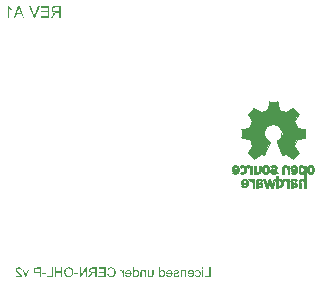
<source format=gbo>
G04*
G04 #@! TF.GenerationSoftware,Altium Limited,Altium Designer,21.3.1 (25)*
G04*
G04 Layer_Color=32896*
%FSLAX25Y25*%
%MOIN*%
G70*
G04*
G04 #@! TF.SameCoordinates,28642905-D900-4296-AB16-E10C3E418D5C*
G04*
G04*
G04 #@! TF.FilePolarity,Positive*
G04*
G01*
G75*
%ADD71C,0.00127*%
G36*
X92771Y-33978D02*
X92804Y-34056D01*
X93291Y-36600D01*
X93288Y-36601D01*
X93321Y-36679D01*
X93373Y-36701D01*
X95504Y-37583D01*
X95556Y-37605D01*
X95634Y-37572D01*
X97778Y-36119D01*
X97776Y-36116D01*
X97855Y-36084D01*
X97959Y-36127D01*
X97959Y-36127D01*
X99784Y-37968D01*
X99792Y-37960D01*
X99792Y-37960D01*
X99836Y-38065D01*
X99803Y-38143D01*
X98349Y-40287D01*
X98347Y-40285D01*
X98315Y-40363D01*
X98336Y-40416D01*
X99219Y-42546D01*
X99219D01*
X99240Y-42599D01*
X99319Y-42631D01*
X101863Y-43119D01*
X101863Y-43116D01*
X101941Y-43148D01*
X101985Y-43253D01*
X101985D01*
X101973Y-45845D01*
X101985D01*
X101941Y-45950D01*
X101863Y-45983D01*
X99319Y-46470D01*
X99319Y-46468D01*
X99240Y-46500D01*
X99219Y-46552D01*
X98336Y-48683D01*
Y-48683D01*
X98315Y-48735D01*
X98347Y-48813D01*
X99801Y-50957D01*
X99803Y-50955D01*
X99836Y-51034D01*
X99792Y-51138D01*
X99792Y-51138D01*
X97951Y-52963D01*
X97959Y-52971D01*
X97855Y-53015D01*
X97776Y-52982D01*
X95633Y-51529D01*
X95634Y-51526D01*
X95556Y-51494D01*
X95504Y-51515D01*
X94528Y-51920D01*
Y-51920D01*
X94476Y-51941D01*
X94371Y-51898D01*
X94349Y-51845D01*
X92553Y-47447D01*
X92553Y-47447D01*
X92532Y-47395D01*
X92575Y-47290D01*
X92623Y-47270D01*
X92638Y-47305D01*
X93530Y-46709D01*
X94192Y-45718D01*
X94424Y-44549D01*
X94192Y-43380D01*
X93530Y-42390D01*
X92539Y-41728D01*
X91370Y-41495D01*
X90201Y-41728D01*
X89211Y-42390D01*
X88548Y-43380D01*
X88316Y-44549D01*
X88548Y-45718D01*
X89211Y-46709D01*
X90102Y-47305D01*
X90118Y-47270D01*
X90165Y-47290D01*
X90209Y-47395D01*
X90187Y-47447D01*
X88391Y-51845D01*
Y-51845D01*
X88370Y-51898D01*
X88265Y-51941D01*
X88212Y-51920D01*
X87237Y-51515D01*
X87237D01*
X87185Y-51494D01*
X87106Y-51526D01*
X84962Y-52980D01*
X84964Y-52982D01*
X84886Y-53015D01*
X84781Y-52971D01*
X82956Y-51130D01*
X82948Y-51138D01*
X82905Y-51034D01*
X82937Y-50955D01*
X84391Y-48812D01*
X84393Y-48813D01*
X84426Y-48735D01*
X84404Y-48683D01*
X83522Y-46552D01*
X83500Y-46500D01*
X83422Y-46468D01*
X80878Y-45980D01*
X80877Y-45983D01*
X80799Y-45950D01*
X80756Y-45845D01*
X80767Y-43253D01*
X80756D01*
X80799Y-43148D01*
X80877Y-43116D01*
X83421Y-42628D01*
X83422Y-42631D01*
X83500Y-42599D01*
X83522Y-42546D01*
X84404Y-40416D01*
Y-40416D01*
X84426Y-40363D01*
X84393Y-40285D01*
X82940Y-38142D01*
X82937Y-38143D01*
X82905Y-38065D01*
X82948Y-37960D01*
X84789Y-36135D01*
X84781Y-36127D01*
X84781Y-36127D01*
X84886Y-36084D01*
X84964Y-36116D01*
X87108Y-37570D01*
X87106Y-37572D01*
X87185Y-37605D01*
X87237Y-37583D01*
X89367Y-36701D01*
X89420Y-36679D01*
X89452Y-36601D01*
X89940Y-34057D01*
X89937Y-34056D01*
X89969Y-33978D01*
X90074Y-33935D01*
X92666Y-33946D01*
Y-33935D01*
X92771Y-33978D01*
D02*
G37*
G36*
X81635Y-55389D02*
X81643Y-55369D01*
X81676Y-55375D01*
X82062Y-55634D01*
X82086Y-55606D01*
X82164Y-55638D01*
X82243Y-55829D01*
X82246Y-55827D01*
X82354Y-56089D01*
X82367Y-56084D01*
X82429Y-56395D01*
X82430Y-56395D01*
X82500Y-56744D01*
X82497Y-56757D01*
X82500Y-56769D01*
X82430Y-57118D01*
X82429Y-57118D01*
X82367Y-57429D01*
X82354Y-57424D01*
X82246Y-57685D01*
X82243Y-57683D01*
X82166Y-57869D01*
X82084Y-57903D01*
X82062Y-57876D01*
X81681Y-58131D01*
X81642Y-58138D01*
X81635Y-58119D01*
X81173Y-58311D01*
X81167Y-58308D01*
X81168Y-58307D01*
X81161Y-58311D01*
X80858Y-58185D01*
X80859Y-58182D01*
X80587Y-58070D01*
X80586Y-58071D01*
X80200Y-57813D01*
X80139Y-57722D01*
X80547Y-57357D01*
X80592Y-57466D01*
X80830Y-57564D01*
X80831Y-57563D01*
X81139Y-57691D01*
X81146Y-57688D01*
X81144Y-57699D01*
X81163Y-57707D01*
X81468Y-57581D01*
X81468Y-57581D01*
X81698Y-57485D01*
X81719Y-57434D01*
X81722Y-57435D01*
X81843Y-57143D01*
X81838Y-57142D01*
X81910Y-56780D01*
X81906Y-56757D01*
X81906Y-56757D01*
X81911Y-56734D01*
X81838Y-56370D01*
X81843Y-56369D01*
X81722Y-56076D01*
X81719Y-56078D01*
X81697Y-56024D01*
X81468Y-55930D01*
X81468Y-55929D01*
X81163Y-55803D01*
X81144Y-55811D01*
X81146Y-55821D01*
X81140Y-55819D01*
X80832Y-55947D01*
X80832Y-55945D01*
X80587Y-56046D01*
X80544Y-56151D01*
X80149Y-55796D01*
X80139Y-55787D01*
X80200Y-55696D01*
X80587Y-55437D01*
X80587Y-55439D01*
X80859Y-55326D01*
X80858Y-55323D01*
X81161Y-55198D01*
X81168Y-55201D01*
X81167Y-55200D01*
X81173Y-55198D01*
X81635Y-55389D01*
D02*
G37*
G36*
X83408Y-55389D02*
X83408Y-55388D01*
X83704Y-55511D01*
X83735Y-55586D01*
Y-55640D01*
X83750Y-55621D01*
X83735Y-55586D01*
Y-55338D01*
X84305D01*
Y-58169D01*
X83735D01*
Y-56468D01*
X83790Y-56469D01*
X83798Y-56450D01*
X83694Y-56198D01*
X83693Y-56199D01*
X83617Y-56016D01*
X83578Y-55999D01*
X83584Y-55992D01*
X83184Y-55826D01*
X83184Y-55827D01*
X83184Y-55831D01*
X82994Y-55909D01*
X82791Y-55994D01*
X82396Y-55524D01*
X82369Y-55490D01*
X82684Y-55359D01*
X82684Y-55359D01*
X82987Y-55234D01*
X82988Y-55234D01*
X82986Y-55230D01*
X83006Y-55222D01*
X83408Y-55389D01*
D02*
G37*
G36*
X91595Y-55266D02*
X91594Y-55279D01*
X91609Y-55276D01*
X92009Y-55356D01*
X92010Y-55354D01*
X92365Y-55501D01*
X92358Y-55511D01*
X92475Y-55559D01*
X92575Y-55800D01*
X92574Y-55800D01*
X92723Y-56159D01*
X92715Y-56180D01*
X92720Y-56193D01*
X92592Y-56503D01*
X92592Y-56503D01*
X92486Y-56757D01*
X92442Y-56776D01*
X92451Y-56786D01*
X92156Y-56909D01*
X92156Y-56909D01*
X91838Y-57041D01*
X91333Y-57027D01*
X91330Y-56990D01*
X91180Y-57052D01*
X91180Y-57054D01*
X91065Y-57101D01*
X91067Y-57104D01*
X91040Y-57116D01*
X91007Y-57194D01*
X91007Y-57194D01*
X90964Y-57299D01*
X90966Y-57305D01*
X90963Y-57304D01*
X90960Y-57311D01*
X91023Y-57464D01*
X91022Y-57464D01*
X91054Y-57541D01*
X91143Y-57578D01*
X91142Y-57581D01*
X91321Y-57655D01*
X91320Y-57661D01*
X91536Y-57750D01*
X91545Y-57746D01*
X91544Y-57767D01*
X91556Y-57773D01*
X92028Y-57577D01*
X92028Y-57577D01*
X92510Y-57377D01*
X92835Y-57698D01*
X92855Y-57719D01*
X92270Y-58110D01*
X92268Y-58110D01*
X92265Y-58104D01*
X91601Y-58237D01*
X91589Y-58234D01*
X91589Y-58233D01*
X91574Y-58236D01*
X91135Y-58149D01*
X91133Y-58157D01*
X90744Y-57995D01*
X90751Y-57986D01*
X90586Y-57917D01*
X90498Y-57703D01*
X90499Y-57703D01*
X90352Y-57347D01*
X90359Y-57331D01*
X90338Y-57332D01*
X90335Y-57323D01*
X90461Y-57019D01*
X90462Y-57019D01*
X90580Y-56734D01*
X90586Y-56738D01*
X90615Y-56668D01*
X90859Y-56566D01*
Y-56566D01*
X91029Y-56496D01*
X91028Y-56489D01*
X91232Y-56404D01*
X91706Y-56451D01*
X91708Y-56498D01*
X91889Y-56423D01*
X91888Y-56421D01*
X92013Y-56369D01*
X92016Y-56371D01*
X92021Y-56369D01*
X92061Y-56273D01*
X92060Y-56273D01*
X92098Y-56183D01*
X92103Y-56184D01*
X92106Y-56176D01*
X92006Y-55934D01*
X91985Y-55925D01*
X91984Y-55926D01*
X91826Y-55861D01*
X91828Y-55853D01*
X91612Y-55764D01*
X91593Y-55771D01*
X91596Y-55762D01*
X91576Y-55754D01*
X91185Y-55916D01*
X91171Y-55882D01*
X91170Y-55882D01*
X90836Y-56105D01*
X90484Y-55690D01*
X90478Y-55683D01*
X90913Y-55392D01*
X90949Y-55385D01*
X90951Y-55390D01*
X91250Y-55330D01*
X91250Y-55330D01*
X91583Y-55264D01*
X91595Y-55266D01*
D02*
G37*
G36*
X100891Y-55221D02*
X100890Y-55230D01*
X100901Y-55226D01*
X101291Y-55387D01*
X101291Y-55387D01*
X101637Y-55530D01*
X101665Y-55598D01*
X101622Y-55338D01*
X102192D01*
Y-62676D01*
X101622D01*
Y-60990D01*
X101679Y-60991D01*
X101685Y-60977D01*
X101584Y-60734D01*
X101583Y-60734D01*
X101492Y-60514D01*
X101492Y-60513D01*
X101490Y-60507D01*
X101282Y-60421D01*
X101282Y-60421D01*
X101066Y-60332D01*
X101058Y-60335D01*
X101059Y-60337D01*
X101052Y-60334D01*
X100840Y-60421D01*
X100840Y-60421D01*
X100634Y-60507D01*
X100631Y-60513D01*
X100631Y-60514D01*
X100540Y-60734D01*
X100539Y-60734D01*
X100438Y-60977D01*
X100444Y-60991D01*
X100501Y-62676D01*
X99931D01*
Y-60794D01*
X99830Y-60794D01*
X99827Y-60787D01*
X99920Y-60562D01*
X99928Y-60564D01*
X100008Y-60370D01*
X100132Y-60071D01*
X100217Y-60036D01*
X100202Y-60019D01*
X100551Y-59874D01*
Y-59874D01*
X100875Y-59740D01*
X100874Y-59737D01*
X100893Y-59729D01*
X101295Y-59895D01*
X101295Y-59895D01*
X101591Y-60018D01*
X101622Y-60093D01*
Y-60147D01*
X101637Y-60128D01*
X101622Y-60093D01*
Y-57980D01*
X101699Y-57948D01*
X101622Y-57870D01*
Y-57980D01*
X101290Y-58117D01*
X101289Y-58114D01*
X100905Y-58273D01*
X100890Y-58267D01*
X100891Y-58288D01*
X100883Y-58291D01*
X100646Y-58193D01*
X100647Y-58188D01*
X100442Y-58104D01*
X100441Y-58104D01*
X100159Y-57987D01*
X100105Y-57858D01*
X100109Y-57855D01*
X99956Y-57486D01*
X99973Y-57482D01*
X99916Y-57200D01*
X99917Y-57200D01*
X99863Y-56792D01*
X99868Y-56757D01*
X99867Y-56757D01*
X99863Y-56721D01*
X99917Y-56311D01*
X99916Y-56311D01*
X99973Y-56029D01*
X99956Y-56026D01*
X100109Y-55655D01*
X100102Y-55649D01*
X100154Y-55524D01*
X100441Y-55405D01*
X100441Y-55405D01*
X100647Y-55320D01*
X100646Y-55316D01*
X100883Y-55218D01*
X100891Y-55221D01*
D02*
G37*
G36*
X103881Y-55196D02*
X103880Y-55280D01*
X103894Y-55277D01*
X104181Y-55334D01*
X104184Y-55319D01*
X104421Y-55418D01*
X104421Y-55418D01*
X104604Y-55540D01*
X104622Y-55516D01*
X104772Y-55578D01*
X104791Y-55622D01*
X104793Y-55620D01*
X104980Y-56071D01*
X104982Y-56070D01*
X105038Y-56352D01*
X105049Y-56351D01*
X105123Y-56724D01*
X105118Y-56750D01*
X105120Y-56750D01*
X105126Y-56778D01*
X105050Y-57157D01*
X105039Y-57156D01*
X104982Y-57440D01*
X104980Y-57439D01*
X104793Y-57890D01*
X104786Y-57882D01*
X104764Y-57935D01*
X104621Y-57994D01*
X104604Y-57971D01*
X104421Y-58093D01*
X104421Y-58092D01*
X104184Y-58190D01*
X104181Y-58174D01*
X103894Y-58231D01*
X103880Y-58228D01*
X103880Y-58227D01*
X103867Y-58230D01*
X103583Y-58174D01*
X103579Y-58189D01*
X103343Y-58091D01*
X103342Y-58093D01*
X103159Y-57971D01*
X103142Y-57994D01*
X102993Y-57932D01*
X102973Y-57885D01*
X102968Y-57889D01*
X102782Y-57440D01*
X102780Y-57440D01*
X102724Y-57156D01*
X102711Y-57157D01*
X102636Y-56778D01*
X102642Y-56750D01*
X102644Y-56751D01*
X102638Y-56724D01*
X102713Y-56351D01*
X102724Y-56352D01*
X102780Y-56070D01*
X102782Y-56070D01*
X102968Y-55620D01*
X102969Y-55620D01*
X102985Y-55581D01*
X103141Y-55516D01*
X103159Y-55540D01*
X103343Y-55418D01*
X103343Y-55418D01*
X103580Y-55319D01*
X103578Y-55310D01*
X103867Y-55190D01*
X103881Y-55196D01*
D02*
G37*
G36*
X88897Y-55196D02*
X88895Y-55280D01*
X88910Y-55277D01*
X89197Y-55334D01*
X89200Y-55319D01*
X89437Y-55418D01*
X89437Y-55418D01*
X89620Y-55540D01*
X89638Y-55516D01*
X89788Y-55578D01*
X89806Y-55622D01*
X89809Y-55620D01*
X89996Y-56071D01*
X89998Y-56070D01*
X90054Y-56352D01*
X90065Y-56351D01*
X90139Y-56725D01*
X90134Y-56750D01*
X90136Y-56750D01*
X90141Y-56777D01*
X90066Y-57157D01*
X90054Y-57156D01*
X89998Y-57440D01*
X89996Y-57439D01*
X89809Y-57890D01*
X89802Y-57882D01*
X89780Y-57935D01*
X89637Y-57994D01*
X89620Y-57971D01*
X89437Y-58093D01*
X89437Y-58092D01*
X89200Y-58190D01*
X89197Y-58174D01*
X88910Y-58231D01*
X88895Y-58228D01*
X88896Y-58227D01*
X88883Y-58230D01*
X88598Y-58174D01*
X88595Y-58189D01*
X88359Y-58091D01*
X88358Y-58093D01*
X88175Y-57971D01*
X88157Y-57994D01*
X88009Y-57932D01*
X87989Y-57885D01*
X87984Y-57889D01*
X87798Y-57440D01*
X87796Y-57440D01*
X87739Y-57156D01*
X87727Y-57157D01*
X87652Y-56778D01*
X87657Y-56750D01*
X87660Y-56751D01*
X87654Y-56724D01*
X87728Y-56351D01*
X87740Y-56352D01*
X87796Y-56070D01*
X87798Y-56070D01*
X87984Y-55620D01*
X87984Y-55620D01*
X88000Y-55581D01*
X88156Y-55516D01*
X88174Y-55540D01*
X88358Y-55418D01*
X88358Y-55418D01*
X88595Y-55319D01*
X88593Y-55310D01*
X88883Y-55190D01*
X88897Y-55196D01*
D02*
G37*
G36*
X98337Y-55212D02*
X98336Y-55217D01*
X98740Y-55384D01*
X98750Y-55358D01*
X98751Y-55358D01*
X99133Y-55613D01*
X99152Y-55590D01*
X99225Y-55620D01*
X99301Y-55805D01*
X99305Y-55803D01*
X99413Y-56064D01*
X99420Y-56062D01*
X99484Y-56383D01*
X99487Y-56382D01*
X99560Y-56750D01*
X99557Y-56765D01*
X99557Y-56764D01*
X99560Y-56782D01*
X99484Y-57165D01*
X99482Y-57165D01*
X99416Y-57495D01*
X99403Y-57491D01*
X99294Y-57756D01*
X99288Y-57752D01*
X99236Y-57880D01*
X99104Y-57934D01*
X99095Y-57920D01*
X98789Y-58125D01*
X98684Y-58146D01*
X98680Y-58135D01*
X98250Y-58313D01*
X98250Y-58230D01*
X98245Y-58231D01*
X97690Y-58121D01*
X97700Y-58097D01*
X97429Y-57985D01*
X97424Y-57992D01*
X97223Y-57909D01*
X97174Y-57791D01*
X97638Y-57394D01*
X97588Y-57442D01*
X97597Y-57463D01*
X97928Y-57600D01*
X97929Y-57600D01*
X98255Y-57735D01*
X98260Y-57733D01*
X98259Y-57728D01*
X98270Y-57733D01*
X98529Y-57626D01*
X98529Y-57625D01*
X98773Y-57524D01*
X98769Y-57520D01*
X98790Y-57512D01*
X98888Y-57275D01*
X98889Y-57275D01*
X99008Y-56986D01*
X99001Y-56968D01*
X97171Y-56969D01*
Y-56500D01*
X97072Y-56502D01*
X97062Y-56480D01*
X97258Y-56008D01*
X97258Y-56008D01*
X97428Y-55599D01*
X97475Y-55579D01*
X97462Y-55567D01*
X97899Y-55386D01*
X97899Y-55386D01*
X98327Y-55208D01*
X98337Y-55212D01*
D02*
G37*
G36*
X78815D02*
X78814Y-55217D01*
X79218Y-55384D01*
X79228Y-55358D01*
X79229Y-55359D01*
X79611Y-55613D01*
X79630Y-55590D01*
X79703Y-55620D01*
X79779Y-55805D01*
X79783Y-55803D01*
X79891Y-56064D01*
X79898Y-56062D01*
X79962Y-56383D01*
X79965Y-56382D01*
X80038Y-56750D01*
X80035Y-56765D01*
X80035Y-56764D01*
X80035Y-56765D01*
X80035Y-56765D01*
X80038Y-56782D01*
X79962Y-57165D01*
X79960Y-57165D01*
X79894Y-57495D01*
X79881Y-57491D01*
X79772Y-57756D01*
X79766Y-57752D01*
X79713Y-57880D01*
X79582Y-57934D01*
X79573Y-57920D01*
X79267Y-58125D01*
X79162Y-58146D01*
X79158Y-58135D01*
X78728Y-58313D01*
X78728Y-58230D01*
X78723Y-58231D01*
X78168Y-58121D01*
X78178Y-58097D01*
X77907Y-57985D01*
X77901Y-57992D01*
X77701Y-57909D01*
X77652Y-57791D01*
X78116Y-57394D01*
X78066Y-57442D01*
X78075Y-57463D01*
X78406Y-57600D01*
X78406Y-57600D01*
X78733Y-57735D01*
X78738Y-57733D01*
X78737Y-57728D01*
X78748Y-57733D01*
X79007Y-57626D01*
X79007Y-57625D01*
X79251Y-57524D01*
X79247Y-57520D01*
X79268Y-57512D01*
X79366Y-57275D01*
X79366Y-57275D01*
X79486Y-56986D01*
X79479Y-56968D01*
X77649Y-56969D01*
Y-56500D01*
X77550Y-56502D01*
X77540Y-56480D01*
X77736Y-56008D01*
X77736Y-56008D01*
X77906Y-55599D01*
X77953Y-55579D01*
X77940Y-55567D01*
X78377Y-55386D01*
X78377Y-55386D01*
X78805Y-55208D01*
X78815Y-55212D01*
D02*
G37*
G36*
X95776Y-55389D02*
X95776Y-55388D01*
X96072Y-55511D01*
X96104Y-55586D01*
Y-55640D01*
X96118Y-55621D01*
X96104Y-55586D01*
Y-55338D01*
X96673D01*
Y-58169D01*
X96104D01*
Y-56483D01*
X96160Y-56484D01*
X96166Y-56471D01*
X96065Y-56227D01*
X96064Y-56228D01*
X95973Y-56007D01*
X95973Y-56007D01*
X95971Y-56001D01*
X95763Y-55915D01*
X95763Y-55915D01*
X95547Y-55825D01*
X95539Y-55828D01*
X95540Y-55830D01*
X95533Y-55827D01*
X95321Y-55915D01*
X95321Y-55915D01*
X95115Y-56000D01*
X95112Y-56007D01*
X95112Y-56007D01*
X95021Y-56228D01*
X95020Y-56227D01*
X94919Y-56471D01*
X94925Y-56484D01*
X94982Y-58169D01*
X94412D01*
Y-56287D01*
X94311Y-56287D01*
X94308Y-56281D01*
X94401Y-56056D01*
X94409Y-56057D01*
X94489Y-55864D01*
X94613Y-55565D01*
X94698Y-55529D01*
X94683Y-55512D01*
X95032Y-55368D01*
Y-55368D01*
X95356Y-55234D01*
X95355Y-55230D01*
X95374Y-55222D01*
X95776Y-55389D01*
D02*
G37*
G36*
X87212Y-57220D02*
X87314Y-57220D01*
X87317Y-57227D01*
X87224Y-57453D01*
X87216Y-57451D01*
X87135Y-57645D01*
X87135Y-57645D01*
X87012Y-57943D01*
X86927Y-57979D01*
X86941Y-57995D01*
X86592Y-58140D01*
X86592Y-58140D01*
X86263Y-58276D01*
X86264Y-58276D01*
X86245Y-58284D01*
X85847Y-58119D01*
X85847Y-58120D01*
X85552Y-57998D01*
X85521Y-57921D01*
Y-57870D01*
X85507Y-57889D01*
X85521Y-57921D01*
Y-58169D01*
X84951D01*
Y-55338D01*
X85521D01*
Y-57027D01*
X85463Y-57026D01*
X85458Y-57039D01*
X85559Y-57284D01*
X85560Y-57284D01*
X85651Y-57505D01*
X85650Y-57505D01*
X85652Y-57509D01*
X85860Y-57595D01*
X85860Y-57595D01*
X86072Y-57683D01*
X86079Y-57680D01*
X86078Y-57682D01*
X86086Y-57685D01*
X86302Y-57596D01*
X86302Y-57595D01*
X86511Y-57509D01*
X86513Y-57505D01*
X86512Y-57505D01*
X86603Y-57284D01*
X86604Y-57284D01*
X86706Y-57039D01*
X86700Y-57026D01*
X86642Y-55338D01*
X87212D01*
Y-57220D01*
D02*
G37*
G36*
X80547Y-57357D02*
X80546Y-57355D01*
X80569Y-57337D01*
X80547Y-57357D01*
D02*
G37*
G36*
X95678Y-59895D02*
X95678Y-59895D01*
X95974Y-60018D01*
X96005Y-60093D01*
Y-60147D01*
X96020Y-60128D01*
X96005Y-60093D01*
Y-59844D01*
X96575D01*
Y-62676D01*
X96005D01*
Y-60974D01*
X96061Y-60975D01*
X96068Y-60957D01*
X95964Y-60705D01*
X95963Y-60705D01*
X95888Y-60523D01*
X95848Y-60506D01*
X95855Y-60499D01*
X95455Y-60333D01*
X95454Y-60333D01*
X95454Y-60337D01*
X95265Y-60416D01*
Y-60416D01*
X95061Y-60500D01*
X94666Y-60030D01*
X94639Y-59996D01*
X94954Y-59866D01*
X94954Y-59866D01*
X95258Y-59740D01*
X95258Y-59740D01*
X95257Y-59737D01*
X95276Y-59729D01*
X95678Y-59895D01*
D02*
G37*
G36*
X84129D02*
X84129Y-59895D01*
X84425Y-60018D01*
X84457Y-60093D01*
Y-60147D01*
X84471Y-60128D01*
X84457Y-60093D01*
Y-59844D01*
X85026D01*
Y-62676D01*
X84457D01*
Y-60974D01*
X84512Y-60975D01*
X84520Y-60957D01*
X84415Y-60705D01*
X84414Y-60705D01*
X84339Y-60523D01*
X84299Y-60506D01*
X84306Y-60499D01*
X83906Y-60333D01*
X83906Y-60333D01*
X83905Y-60337D01*
X83716Y-60416D01*
Y-60416D01*
X83512Y-60500D01*
X83118Y-60030D01*
X83090Y-59996D01*
X83405Y-59866D01*
X83405Y-59866D01*
X83709Y-59740D01*
X83709Y-59740D01*
X83708Y-59737D01*
X83727Y-59729D01*
X84129Y-59895D01*
D02*
G37*
G36*
X98381Y-59785D02*
X98380Y-59792D01*
X98413Y-59785D01*
X98668Y-59836D01*
X98673Y-59810D01*
X98919Y-59912D01*
X98919Y-59912D01*
X99270Y-60057D01*
X99333Y-60209D01*
X98876Y-60568D01*
X98828Y-60454D01*
X98680Y-60393D01*
X98681Y-60391D01*
X98536Y-60331D01*
X98539Y-60312D01*
X98360Y-60238D01*
X98352Y-60241D01*
X98355Y-60269D01*
X98316Y-60253D01*
X98099Y-60342D01*
X98102Y-60356D01*
X97924Y-60429D01*
X97925Y-60431D01*
X97859Y-60459D01*
X97821Y-60550D01*
X97821Y-60550D01*
X97758Y-60704D01*
X97762Y-60716D01*
X97787Y-61015D01*
X98554D01*
X98554Y-60922D01*
X98562Y-60919D01*
X98943Y-61076D01*
X98943Y-61078D01*
X99251Y-61205D01*
X99259Y-61224D01*
X99264Y-61220D01*
X99392Y-61529D01*
X99392Y-61529D01*
X99524Y-61845D01*
X99519Y-61856D01*
X99514Y-61854D01*
X99519Y-61866D01*
X99383Y-62195D01*
X99383Y-62195D01*
X99262Y-62488D01*
X99219Y-62505D01*
X99229Y-62513D01*
X98890Y-62653D01*
X98891Y-62655D01*
X98479Y-62825D01*
X98479Y-62748D01*
X98466Y-62750D01*
X98231Y-62703D01*
X98227Y-62728D01*
X98036Y-62648D01*
X98036Y-62649D01*
X97853Y-62573D01*
X97797Y-62437D01*
X97787Y-62436D01*
Y-62687D01*
X97236D01*
Y-60748D01*
X97210Y-60747D01*
X97258Y-60509D01*
X97236Y-60505D01*
X97318Y-60307D01*
X97318Y-60307D01*
X97424Y-60050D01*
X97540Y-60002D01*
X97540Y-60000D01*
X97911Y-59847D01*
X97914Y-59861D01*
X98339Y-59777D01*
X98381Y-59785D01*
D02*
G37*
G36*
X86841D02*
X86840Y-59792D01*
X86873Y-59785D01*
X87128Y-59836D01*
X87133Y-59810D01*
X87379Y-59912D01*
X87379Y-59912D01*
X87730Y-60057D01*
X87793Y-60209D01*
X87336Y-60568D01*
X87288Y-60454D01*
X87140Y-60393D01*
X87141Y-60391D01*
X86996Y-60331D01*
X86999Y-60312D01*
X86820Y-60238D01*
X86812Y-60241D01*
X86815Y-60269D01*
X86776Y-60253D01*
X86559Y-60342D01*
X86562Y-60356D01*
X86384Y-60429D01*
X86385Y-60431D01*
X86319Y-60459D01*
X86281Y-60550D01*
X86281Y-60550D01*
X86217Y-60704D01*
X86222Y-60716D01*
X86247Y-61015D01*
X87014D01*
X87014Y-60922D01*
X87022Y-60919D01*
X87403Y-61076D01*
X87403Y-61078D01*
X87711Y-61205D01*
X87719Y-61224D01*
X87724Y-61220D01*
X87852Y-61529D01*
X87852Y-61529D01*
X87984Y-61845D01*
X87979Y-61856D01*
X87974Y-61854D01*
X87979Y-61866D01*
X87843Y-62195D01*
X87843Y-62195D01*
X87722Y-62488D01*
X87679Y-62505D01*
X87689Y-62513D01*
X87350Y-62653D01*
X87351Y-62655D01*
X86939Y-62825D01*
X86939Y-62748D01*
X86927Y-62750D01*
X86691Y-62703D01*
X86687Y-62728D01*
X86496Y-62648D01*
X86496Y-62649D01*
X86313Y-62573D01*
X86257Y-62437D01*
X86247Y-62436D01*
Y-62687D01*
X85696D01*
Y-60748D01*
X85670Y-60747D01*
X85718Y-60509D01*
X85696Y-60505D01*
X85778Y-60307D01*
X85884Y-60050D01*
X86000Y-60002D01*
X86000Y-60000D01*
X86371Y-59847D01*
X86374Y-59861D01*
X86799Y-59777D01*
X86841Y-59785D01*
D02*
G37*
G36*
X81914Y-59719D02*
X81914Y-59724D01*
X82317Y-59891D01*
X82328Y-59865D01*
X82329Y-59865D01*
X82710Y-60120D01*
X82730Y-60097D01*
X82802Y-60127D01*
X82879Y-60312D01*
X82882Y-60309D01*
X82990Y-60571D01*
X82998Y-60568D01*
X83062Y-60889D01*
X83064Y-60889D01*
X83137Y-61256D01*
X83134Y-61272D01*
X83134Y-61271D01*
X83138Y-61288D01*
X83061Y-61672D01*
X83059Y-61671D01*
X82993Y-62002D01*
X82981Y-61997D01*
X82871Y-62263D01*
X82866Y-62259D01*
X82813Y-62386D01*
X82682Y-62441D01*
X82672Y-62427D01*
X82367Y-62631D01*
X82261Y-62652D01*
X82257Y-62641D01*
X81827Y-62819D01*
X81827Y-62737D01*
X81823Y-62738D01*
X81268Y-62627D01*
X81277Y-62604D01*
X81006Y-62492D01*
X81001Y-62499D01*
X80800Y-62416D01*
X80751Y-62297D01*
X81216Y-61901D01*
X81166Y-61949D01*
X81174Y-61969D01*
X81506Y-62107D01*
X81506Y-62106D01*
X81833Y-62242D01*
X81838Y-62239D01*
X81837Y-62235D01*
X81847Y-62239D01*
X82106Y-62132D01*
X82106Y-62132D01*
X82350Y-62031D01*
X82347Y-62027D01*
X82367Y-62018D01*
X82465Y-61782D01*
X82466Y-61782D01*
X82586Y-61493D01*
X82578Y-61474D01*
X80748Y-61476D01*
Y-61007D01*
X80649Y-61009D01*
X80640Y-60986D01*
X80835Y-60514D01*
X80836Y-60515D01*
X81005Y-60106D01*
X81053Y-60086D01*
X81040Y-60073D01*
X81476Y-59892D01*
X81476Y-59892D01*
X81905Y-59715D01*
X81914Y-59719D01*
D02*
G37*
G36*
X98876Y-60569D02*
X98874Y-60570D01*
X98876Y-60568D01*
X98876Y-60569D01*
D02*
G37*
G36*
X87336D02*
X87334Y-60570D01*
X87336Y-60568D01*
X87336Y-60569D01*
D02*
G37*
G36*
X92939Y-60120D02*
X93271Y-59898D01*
X93273Y-59902D01*
X93659Y-59742D01*
X93671Y-59748D01*
X93670Y-59727D01*
X93678Y-59723D01*
X93917Y-59822D01*
X93916Y-59827D01*
X94123Y-59912D01*
X94123Y-59912D01*
X94400Y-60026D01*
X94455Y-60159D01*
X94453Y-60160D01*
X94607Y-60532D01*
X94590Y-60536D01*
X94646Y-60816D01*
X94646Y-60816D01*
X94699Y-61222D01*
X94695Y-61257D01*
X94696Y-61257D01*
X94701Y-61292D01*
X94647Y-61703D01*
X94647Y-61703D01*
X94590Y-61988D01*
X94607Y-61991D01*
X94453Y-62363D01*
X94452Y-62361D01*
X94396Y-62497D01*
X94122Y-62610D01*
X94122Y-62610D01*
X93916Y-62695D01*
X93918Y-62700D01*
X93678Y-62799D01*
X93670Y-62796D01*
X93671Y-62784D01*
X93660Y-62788D01*
X93271Y-62627D01*
X93270Y-62628D01*
X92920Y-62482D01*
X92895Y-62421D01*
X92939Y-62676D01*
X92369D01*
Y-58702D01*
X92939D01*
Y-60120D01*
D02*
G37*
G36*
X91122Y-62676D02*
X90619D01*
X90027Y-60695D01*
X90017D01*
X89424Y-62676D01*
X88922D01*
X88016Y-59844D01*
X88620D01*
X89162Y-61828D01*
X89174D01*
X89814Y-59844D01*
X90229D01*
X90870Y-61828D01*
X90881D01*
X91424Y-59844D01*
X92026D01*
X91122Y-62676D01*
D02*
G37*
G36*
X3141Y-2190D02*
X3171Y-2235D01*
X3235Y-2329D01*
X3303Y-2415D01*
X3370Y-2494D01*
X3404Y-2527D01*
X3434Y-2561D01*
X3464Y-2588D01*
X3486Y-2614D01*
X3505Y-2633D01*
X3524Y-2647D01*
X3531Y-2655D01*
X3535Y-2659D01*
X3651Y-2753D01*
X3768Y-2839D01*
X3884Y-2918D01*
X3993Y-2981D01*
X4041Y-3011D01*
X4086Y-3034D01*
X4124Y-3056D01*
X4157Y-3075D01*
X4188Y-3090D01*
X4206Y-3101D01*
X4221Y-3105D01*
X4225Y-3109D01*
Y-3562D01*
X4143Y-3529D01*
X4056Y-3491D01*
X3974Y-3450D01*
X3899Y-3413D01*
X3831Y-3379D01*
X3805Y-3364D01*
X3779Y-3349D01*
X3760Y-3337D01*
X3745Y-3330D01*
X3737Y-3322D01*
X3734D01*
X3636Y-3263D01*
X3546Y-3202D01*
X3467Y-3146D01*
X3404Y-3097D01*
X3351Y-3056D01*
X3314Y-3022D01*
X3303Y-3011D01*
X3291Y-3004D01*
X3288Y-2996D01*
X3284D01*
Y-6000D01*
X2811D01*
Y-2141D01*
X3119D01*
X3141Y-2190D01*
D02*
G37*
G36*
X11958Y-6000D02*
X11429D01*
X9925Y-2156D01*
X10442D01*
X11485Y-4950D01*
X11526Y-5066D01*
X11568Y-5183D01*
X11601Y-5288D01*
X11631Y-5381D01*
X11646Y-5426D01*
X11658Y-5464D01*
X11665Y-5497D01*
X11676Y-5528D01*
X11684Y-5550D01*
X11688Y-5565D01*
X11691Y-5576D01*
Y-5580D01*
X11725Y-5468D01*
X11759Y-5359D01*
X11793Y-5254D01*
X11823Y-5156D01*
X11838Y-5111D01*
X11852Y-5074D01*
X11864Y-5036D01*
X11875Y-5006D01*
X11883Y-4984D01*
X11890Y-4965D01*
X11894Y-4954D01*
Y-4950D01*
X12891Y-2156D01*
X13442D01*
X11958Y-6000D01*
D02*
G37*
G36*
X20500D02*
X19990D01*
Y-4294D01*
X19334D01*
X19274Y-4298D01*
X19225Y-4301D01*
X19187D01*
X19158Y-4305D01*
X19135Y-4309D01*
X19124Y-4312D01*
X19120D01*
X19075Y-4324D01*
X19034Y-4343D01*
X18996Y-4358D01*
X18962Y-4376D01*
X18933Y-4391D01*
X18910Y-4406D01*
X18895Y-4414D01*
X18891Y-4417D01*
X18846Y-4448D01*
X18801Y-4489D01*
X18760Y-4530D01*
X18719Y-4571D01*
X18685Y-4609D01*
X18655Y-4642D01*
X18640Y-4665D01*
X18632Y-4669D01*
Y-4673D01*
X18602Y-4710D01*
X18576Y-4747D01*
X18512Y-4834D01*
X18452Y-4920D01*
X18393Y-5006D01*
X18344Y-5081D01*
X18321Y-5115D01*
X18303Y-5145D01*
X18288Y-5167D01*
X18276Y-5186D01*
X18269Y-5198D01*
X18265Y-5201D01*
X17755Y-6000D01*
X17121D01*
X17785Y-4958D01*
X17860Y-4849D01*
X17935Y-4747D01*
X18006Y-4661D01*
X18070Y-4586D01*
X18100Y-4552D01*
X18126Y-4526D01*
X18149Y-4500D01*
X18168Y-4481D01*
X18182Y-4466D01*
X18194Y-4451D01*
X18201Y-4448D01*
X18205Y-4444D01*
X18250Y-4410D01*
X18299Y-4372D01*
X18348Y-4343D01*
X18396Y-4312D01*
X18441Y-4290D01*
X18479Y-4267D01*
X18494Y-4264D01*
X18505Y-4256D01*
X18509Y-4253D01*
X18512D01*
X18411Y-4237D01*
X18317Y-4215D01*
X18231Y-4192D01*
X18153Y-4166D01*
X18078Y-4136D01*
X18010Y-4106D01*
X17950Y-4076D01*
X17898Y-4046D01*
X17849Y-4016D01*
X17808Y-3990D01*
X17774Y-3964D01*
X17744Y-3941D01*
X17721Y-3923D01*
X17706Y-3907D01*
X17699Y-3900D01*
X17695Y-3896D01*
X17646Y-3844D01*
X17609Y-3788D01*
X17571Y-3728D01*
X17541Y-3671D01*
X17515Y-3611D01*
X17492Y-3555D01*
X17478Y-3499D01*
X17462Y-3446D01*
X17451Y-3398D01*
X17444Y-3349D01*
X17436Y-3311D01*
X17433Y-3274D01*
X17429Y-3247D01*
Y-3225D01*
Y-3210D01*
Y-3206D01*
Y-3146D01*
X17436Y-3090D01*
X17455Y-2981D01*
X17481Y-2884D01*
X17507Y-2798D01*
X17523Y-2760D01*
X17537Y-2730D01*
X17552Y-2700D01*
X17564Y-2674D01*
X17575Y-2655D01*
X17582Y-2640D01*
X17586Y-2633D01*
X17590Y-2629D01*
X17654Y-2539D01*
X17725Y-2460D01*
X17796Y-2396D01*
X17864Y-2348D01*
X17924Y-2310D01*
X17950Y-2295D01*
X17973Y-2280D01*
X17991Y-2272D01*
X18006Y-2265D01*
X18014Y-2261D01*
X18018D01*
X18070Y-2242D01*
X18126Y-2228D01*
X18250Y-2201D01*
X18381Y-2183D01*
X18509Y-2167D01*
X18565Y-2164D01*
X18621Y-2160D01*
X18670D01*
X18711Y-2156D01*
X20500D01*
Y-6000D01*
D02*
G37*
G36*
X16623D02*
X13754D01*
Y-5546D01*
X16113D01*
Y-4237D01*
X13986D01*
Y-3784D01*
X16113D01*
Y-2610D01*
X13844D01*
Y-2156D01*
X16623D01*
Y-6000D01*
D02*
G37*
G36*
X8395D02*
X7859D01*
X7439Y-4837D01*
X5826D01*
X5380Y-6000D01*
X4803D01*
X6374Y-2156D01*
X6925D01*
X8395Y-6000D01*
D02*
G37*
G36*
X68048Y-89701D02*
X67655D01*
Y-89249D01*
X68048D01*
Y-89701D01*
D02*
G37*
G36*
X6609Y-89240D02*
X6687Y-89246D01*
X6762Y-89258D01*
X6830Y-89274D01*
X6896Y-89293D01*
X6955Y-89311D01*
X7008Y-89333D01*
X7058Y-89355D01*
X7102Y-89377D01*
X7142Y-89399D01*
X7173Y-89417D01*
X7201Y-89436D01*
X7223Y-89452D01*
X7239Y-89464D01*
X7248Y-89470D01*
X7251Y-89474D01*
X7298Y-89520D01*
X7342Y-89570D01*
X7379Y-89623D01*
X7414Y-89679D01*
X7442Y-89739D01*
X7467Y-89795D01*
X7489Y-89851D01*
X7507Y-89904D01*
X7520Y-89957D01*
X7532Y-90004D01*
X7542Y-90048D01*
X7551Y-90085D01*
X7554Y-90116D01*
X7557Y-90141D01*
X7560Y-90154D01*
Y-90160D01*
X7158Y-90201D01*
X7155Y-90144D01*
X7152Y-90095D01*
X7142Y-90045D01*
X7133Y-90001D01*
X7117Y-89960D01*
X7105Y-89920D01*
X7089Y-89885D01*
X7074Y-89854D01*
X7058Y-89826D01*
X7042Y-89801D01*
X7027Y-89779D01*
X7014Y-89764D01*
X7005Y-89751D01*
X6995Y-89739D01*
X6992Y-89736D01*
X6989Y-89733D01*
X6955Y-89701D01*
X6921Y-89676D01*
X6883Y-89651D01*
X6846Y-89633D01*
X6771Y-89601D01*
X6696Y-89583D01*
X6665Y-89577D01*
X6634Y-89570D01*
X6605Y-89567D01*
X6581Y-89564D01*
X6562Y-89561D01*
X6534D01*
X6484Y-89564D01*
X6437Y-89567D01*
X6353Y-89586D01*
X6278Y-89611D01*
X6244Y-89626D01*
X6216Y-89642D01*
X6187Y-89658D01*
X6166Y-89673D01*
X6144Y-89686D01*
X6128Y-89698D01*
X6116Y-89708D01*
X6103Y-89717D01*
X6100Y-89720D01*
X6097Y-89723D01*
X6066Y-89754D01*
X6041Y-89786D01*
X6019Y-89820D01*
X6000Y-89851D01*
X5969Y-89917D01*
X5950Y-89979D01*
X5938Y-90035D01*
X5935Y-90057D01*
X5932Y-90076D01*
X5928Y-90095D01*
Y-90107D01*
Y-90113D01*
Y-90116D01*
X5932Y-90157D01*
X5938Y-90201D01*
X5947Y-90241D01*
X5957Y-90285D01*
X5988Y-90363D01*
X6022Y-90435D01*
X6041Y-90466D01*
X6056Y-90497D01*
X6072Y-90522D01*
X6088Y-90544D01*
X6097Y-90562D01*
X6106Y-90575D01*
X6113Y-90584D01*
X6116Y-90588D01*
X6153Y-90637D01*
X6200Y-90687D01*
X6250Y-90743D01*
X6303Y-90800D01*
X6418Y-90912D01*
X6537Y-91021D01*
X6593Y-91071D01*
X6646Y-91118D01*
X6693Y-91162D01*
X6737Y-91196D01*
X6771Y-91227D01*
X6799Y-91249D01*
X6815Y-91261D01*
X6821Y-91268D01*
X6880Y-91317D01*
X6939Y-91367D01*
X6992Y-91414D01*
X7042Y-91458D01*
X7086Y-91502D01*
X7130Y-91542D01*
X7167Y-91580D01*
X7201Y-91611D01*
X7233Y-91642D01*
X7258Y-91670D01*
X7279Y-91695D01*
X7298Y-91714D01*
X7314Y-91729D01*
X7323Y-91742D01*
X7329Y-91748D01*
X7333Y-91751D01*
X7395Y-91829D01*
X7448Y-91904D01*
X7492Y-91976D01*
X7529Y-92041D01*
X7557Y-92098D01*
X7566Y-92119D01*
X7576Y-92138D01*
X7582Y-92154D01*
X7588Y-92166D01*
X7591Y-92172D01*
Y-92176D01*
X7607Y-92225D01*
X7620Y-92272D01*
X7626Y-92319D01*
X7632Y-92360D01*
X7635Y-92397D01*
Y-92422D01*
Y-92441D01*
Y-92444D01*
Y-92447D01*
X5523D01*
Y-92069D01*
X7092D01*
X7067Y-92029D01*
X7039Y-91991D01*
X7011Y-91957D01*
X6986Y-91923D01*
X6961Y-91898D01*
X6943Y-91876D01*
X6930Y-91860D01*
X6927Y-91857D01*
X6905Y-91835D01*
X6877Y-91811D01*
X6846Y-91779D01*
X6811Y-91748D01*
X6737Y-91683D01*
X6662Y-91617D01*
X6587Y-91555D01*
X6556Y-91527D01*
X6527Y-91502D01*
X6506Y-91483D01*
X6487Y-91467D01*
X6475Y-91458D01*
X6471Y-91455D01*
X6397Y-91389D01*
X6325Y-91330D01*
X6259Y-91271D01*
X6200Y-91218D01*
X6144Y-91168D01*
X6097Y-91121D01*
X6050Y-91077D01*
X6013Y-91040D01*
X5978Y-91005D01*
X5947Y-90977D01*
X5925Y-90952D01*
X5903Y-90931D01*
X5888Y-90915D01*
X5879Y-90903D01*
X5872Y-90896D01*
X5869Y-90893D01*
X5804Y-90818D01*
X5751Y-90747D01*
X5704Y-90678D01*
X5669Y-90622D01*
X5641Y-90572D01*
X5632Y-90553D01*
X5623Y-90534D01*
X5616Y-90522D01*
X5610Y-90513D01*
X5607Y-90506D01*
Y-90503D01*
X5579Y-90435D01*
X5560Y-90366D01*
X5545Y-90300D01*
X5535Y-90244D01*
X5529Y-90194D01*
Y-90176D01*
X5526Y-90157D01*
Y-90144D01*
Y-90135D01*
Y-90129D01*
Y-90126D01*
X5529Y-90057D01*
X5539Y-89991D01*
X5551Y-89926D01*
X5567Y-89867D01*
X5588Y-89811D01*
X5610Y-89761D01*
X5635Y-89711D01*
X5660Y-89667D01*
X5685Y-89626D01*
X5710Y-89592D01*
X5732Y-89564D01*
X5754Y-89539D01*
X5769Y-89517D01*
X5782Y-89505D01*
X5791Y-89495D01*
X5794Y-89492D01*
X5847Y-89449D01*
X5903Y-89408D01*
X5960Y-89374D01*
X6022Y-89346D01*
X6081Y-89321D01*
X6144Y-89299D01*
X6203Y-89283D01*
X6259Y-89268D01*
X6315Y-89258D01*
X6365Y-89249D01*
X6409Y-89243D01*
X6446Y-89240D01*
X6481D01*
X6503Y-89236D01*
X6524D01*
X6609Y-89240D01*
D02*
G37*
G36*
X21064Y-92447D02*
X20639D01*
Y-90940D01*
X18979D01*
Y-92447D01*
X18555D01*
Y-89249D01*
X18979D01*
Y-90562D01*
X20639D01*
Y-89249D01*
X21064D01*
Y-92447D01*
D02*
G37*
G36*
X26246Y-91486D02*
X25038D01*
Y-91090D01*
X26246D01*
Y-91486D01*
D02*
G37*
G36*
X15572D02*
X14365D01*
Y-91090D01*
X15572D01*
Y-91486D01*
D02*
G37*
G36*
X29272Y-92447D02*
X28867D01*
Y-89938D01*
X27188Y-92447D01*
X26751D01*
Y-89249D01*
X27157D01*
Y-91761D01*
X28839Y-89249D01*
X29272D01*
Y-92447D01*
D02*
G37*
G36*
X9070D02*
X8702D01*
X7822Y-90129D01*
X8228D01*
X8743Y-91545D01*
X8777Y-91639D01*
X8805Y-91723D01*
X8830Y-91798D01*
X8852Y-91860D01*
X8861Y-91888D01*
X8867Y-91913D01*
X8874Y-91935D01*
X8880Y-91951D01*
X8883Y-91966D01*
X8886Y-91976D01*
X8889Y-91982D01*
Y-91985D01*
X8914Y-91895D01*
X8942Y-91811D01*
X8967Y-91733D01*
X8989Y-91661D01*
X8999Y-91629D01*
X9008Y-91601D01*
X9014Y-91576D01*
X9024Y-91558D01*
X9030Y-91539D01*
X9033Y-91527D01*
X9036Y-91520D01*
Y-91517D01*
X9535Y-90129D01*
X9947D01*
X9070Y-92447D01*
D02*
G37*
G36*
X37391Y-89196D02*
X37469Y-89202D01*
X37540Y-89211D01*
X37612Y-89224D01*
X37681Y-89236D01*
X37746Y-89255D01*
X37806Y-89271D01*
X37859Y-89289D01*
X37912Y-89308D01*
X37955Y-89324D01*
X37996Y-89343D01*
X38027Y-89355D01*
X38055Y-89368D01*
X38074Y-89377D01*
X38086Y-89383D01*
X38089Y-89386D01*
X38155Y-89424D01*
X38214Y-89467D01*
X38270Y-89511D01*
X38323Y-89558D01*
X38370Y-89605D01*
X38417Y-89651D01*
X38458Y-89698D01*
X38492Y-89742D01*
X38526Y-89786D01*
X38554Y-89826D01*
X38576Y-89860D01*
X38598Y-89892D01*
X38614Y-89917D01*
X38623Y-89938D01*
X38629Y-89951D01*
X38632Y-89954D01*
X38667Y-90026D01*
X38695Y-90098D01*
X38720Y-90172D01*
X38741Y-90247D01*
X38760Y-90319D01*
X38776Y-90394D01*
X38788Y-90463D01*
X38798Y-90528D01*
X38807Y-90591D01*
X38813Y-90647D01*
X38816Y-90697D01*
X38820Y-90740D01*
X38823Y-90775D01*
Y-90803D01*
Y-90818D01*
Y-90825D01*
X38820Y-90909D01*
X38816Y-90993D01*
X38807Y-91074D01*
X38798Y-91152D01*
X38782Y-91227D01*
X38770Y-91299D01*
X38754Y-91364D01*
X38738Y-91427D01*
X38723Y-91483D01*
X38707Y-91533D01*
X38692Y-91576D01*
X38679Y-91614D01*
X38670Y-91642D01*
X38660Y-91664D01*
X38657Y-91676D01*
X38654Y-91683D01*
X38620Y-91754D01*
X38585Y-91823D01*
X38545Y-91885D01*
X38508Y-91945D01*
X38467Y-92001D01*
X38426Y-92051D01*
X38386Y-92094D01*
X38345Y-92135D01*
X38308Y-92172D01*
X38274Y-92204D01*
X38245Y-92232D01*
X38217Y-92250D01*
X38195Y-92269D01*
X38177Y-92282D01*
X38167Y-92288D01*
X38164Y-92291D01*
X38102Y-92328D01*
X38036Y-92360D01*
X37965Y-92388D01*
X37896Y-92413D01*
X37824Y-92431D01*
X37756Y-92450D01*
X37687Y-92463D01*
X37621Y-92475D01*
X37559Y-92481D01*
X37503Y-92488D01*
X37453Y-92494D01*
X37409Y-92497D01*
X37372Y-92500D01*
X37322D01*
X37231Y-92497D01*
X37141Y-92488D01*
X37060Y-92475D01*
X36979Y-92456D01*
X36904Y-92438D01*
X36835Y-92413D01*
X36770Y-92391D01*
X36710Y-92363D01*
X36661Y-92338D01*
X36614Y-92313D01*
X36573Y-92291D01*
X36539Y-92272D01*
X36511Y-92254D01*
X36492Y-92241D01*
X36479Y-92232D01*
X36476Y-92229D01*
X36414Y-92176D01*
X36355Y-92116D01*
X36305Y-92054D01*
X36255Y-91988D01*
X36211Y-91923D01*
X36171Y-91857D01*
X36136Y-91792D01*
X36105Y-91726D01*
X36080Y-91667D01*
X36055Y-91611D01*
X36037Y-91561D01*
X36021Y-91517D01*
X36011Y-91483D01*
X36002Y-91455D01*
X35996Y-91439D01*
Y-91433D01*
X36420Y-91327D01*
X36439Y-91399D01*
X36461Y-91467D01*
X36483Y-91533D01*
X36508Y-91592D01*
X36536Y-91645D01*
X36564Y-91695D01*
X36592Y-91742D01*
X36620Y-91782D01*
X36645Y-91817D01*
X36670Y-91848D01*
X36695Y-91876D01*
X36713Y-91898D01*
X36729Y-91913D01*
X36745Y-91926D01*
X36751Y-91932D01*
X36754Y-91935D01*
X36801Y-91970D01*
X36851Y-92001D01*
X36901Y-92029D01*
X36951Y-92054D01*
X37004Y-92073D01*
X37054Y-92088D01*
X37147Y-92113D01*
X37191Y-92123D01*
X37231Y-92129D01*
X37266Y-92132D01*
X37297Y-92135D01*
X37322Y-92138D01*
X37356D01*
X37409Y-92135D01*
X37462Y-92132D01*
X37565Y-92113D01*
X37656Y-92091D01*
X37699Y-92076D01*
X37737Y-92063D01*
X37774Y-92048D01*
X37806Y-92035D01*
X37834Y-92023D01*
X37855Y-92010D01*
X37874Y-92001D01*
X37887Y-91995D01*
X37896Y-91991D01*
X37899Y-91988D01*
X37943Y-91957D01*
X37986Y-91926D01*
X38061Y-91854D01*
X38124Y-91779D01*
X38177Y-91704D01*
X38217Y-91639D01*
X38233Y-91611D01*
X38245Y-91586D01*
X38255Y-91564D01*
X38261Y-91548D01*
X38267Y-91539D01*
Y-91536D01*
X38308Y-91417D01*
X38336Y-91296D01*
X38358Y-91174D01*
X38364Y-91118D01*
X38370Y-91065D01*
X38377Y-91012D01*
X38380Y-90968D01*
X38383Y-90924D01*
Y-90890D01*
X38386Y-90862D01*
Y-90840D01*
Y-90825D01*
Y-90821D01*
X38383Y-90706D01*
X38370Y-90594D01*
X38355Y-90491D01*
X38345Y-90441D01*
X38336Y-90397D01*
X38327Y-90357D01*
X38317Y-90319D01*
X38308Y-90288D01*
X38302Y-90260D01*
X38295Y-90238D01*
X38289Y-90222D01*
X38286Y-90213D01*
Y-90210D01*
X38264Y-90154D01*
X38242Y-90104D01*
X38217Y-90054D01*
X38189Y-90010D01*
X38161Y-89967D01*
X38133Y-89926D01*
X38105Y-89892D01*
X38074Y-89857D01*
X38049Y-89829D01*
X38024Y-89804D01*
X37999Y-89783D01*
X37980Y-89764D01*
X37962Y-89751D01*
X37949Y-89742D01*
X37943Y-89736D01*
X37940Y-89733D01*
X37893Y-89701D01*
X37843Y-89673D01*
X37790Y-89651D01*
X37740Y-89630D01*
X37687Y-89611D01*
X37637Y-89598D01*
X37537Y-89577D01*
X37494Y-89570D01*
X37453Y-89564D01*
X37416Y-89561D01*
X37384Y-89558D01*
X37356Y-89555D01*
X37322D01*
X37263Y-89558D01*
X37207Y-89561D01*
X37104Y-89580D01*
X37057Y-89592D01*
X37013Y-89605D01*
X36972Y-89620D01*
X36938Y-89636D01*
X36904Y-89651D01*
X36876Y-89667D01*
X36851Y-89679D01*
X36829Y-89692D01*
X36813Y-89701D01*
X36801Y-89711D01*
X36795Y-89714D01*
X36792Y-89717D01*
X36754Y-89748D01*
X36717Y-89786D01*
X36651Y-89864D01*
X36595Y-89948D01*
X36548Y-90029D01*
X36529Y-90070D01*
X36514Y-90104D01*
X36498Y-90138D01*
X36489Y-90166D01*
X36479Y-90188D01*
X36473Y-90207D01*
X36467Y-90219D01*
Y-90222D01*
X36049Y-90126D01*
X36077Y-90045D01*
X36105Y-89970D01*
X36139Y-89898D01*
X36177Y-89832D01*
X36214Y-89770D01*
X36252Y-89714D01*
X36289Y-89664D01*
X36327Y-89617D01*
X36364Y-89577D01*
X36398Y-89539D01*
X36426Y-89508D01*
X36455Y-89483D01*
X36476Y-89464D01*
X36492Y-89452D01*
X36505Y-89442D01*
X36508Y-89439D01*
X36570Y-89396D01*
X36636Y-89358D01*
X36704Y-89324D01*
X36773Y-89296D01*
X36838Y-89274D01*
X36907Y-89252D01*
X36972Y-89236D01*
X37032Y-89224D01*
X37091Y-89215D01*
X37144Y-89205D01*
X37191Y-89199D01*
X37231Y-89196D01*
X37266Y-89193D01*
X37313D01*
X37391Y-89196D01*
D02*
G37*
G36*
X51421Y-91567D02*
Y-91654D01*
X51418Y-91729D01*
X51415Y-91792D01*
X51409Y-91845D01*
X51406Y-91885D01*
X51402Y-91913D01*
X51399Y-91929D01*
Y-91935D01*
X51384Y-91998D01*
X51365Y-92054D01*
X51346Y-92104D01*
X51328Y-92144D01*
X51309Y-92179D01*
X51293Y-92204D01*
X51284Y-92219D01*
X51281Y-92225D01*
X51243Y-92269D01*
X51203Y-92307D01*
X51159Y-92341D01*
X51115Y-92369D01*
X51075Y-92391D01*
X51044Y-92406D01*
X51031Y-92413D01*
X51022Y-92419D01*
X51019Y-92422D01*
X51016D01*
X50947Y-92447D01*
X50881Y-92466D01*
X50816Y-92481D01*
X50757Y-92491D01*
X50707Y-92497D01*
X50685D01*
X50666Y-92500D01*
X50632D01*
X50548Y-92497D01*
X50467Y-92484D01*
X50392Y-92463D01*
X50323Y-92438D01*
X50257Y-92409D01*
X50198Y-92375D01*
X50142Y-92341D01*
X50092Y-92303D01*
X50048Y-92269D01*
X50008Y-92235D01*
X49977Y-92200D01*
X49949Y-92169D01*
X49927Y-92147D01*
X49911Y-92126D01*
X49902Y-92113D01*
X49899Y-92110D01*
Y-92447D01*
X49546D01*
Y-90129D01*
X49939D01*
Y-91374D01*
Y-91427D01*
X49942Y-91477D01*
X49945Y-91527D01*
X49949Y-91570D01*
X49955Y-91611D01*
X49961Y-91648D01*
X49967Y-91679D01*
X49970Y-91711D01*
X49977Y-91739D01*
X49983Y-91761D01*
X49989Y-91779D01*
X49995Y-91798D01*
X49999Y-91811D01*
X50002Y-91820D01*
X50005Y-91823D01*
Y-91826D01*
X50033Y-91882D01*
X50067Y-91929D01*
X50105Y-91973D01*
X50139Y-92007D01*
X50173Y-92035D01*
X50201Y-92057D01*
X50220Y-92069D01*
X50223Y-92073D01*
X50226D01*
X50286Y-92104D01*
X50342Y-92126D01*
X50398Y-92141D01*
X50448Y-92151D01*
X50491Y-92157D01*
X50523Y-92163D01*
X50554D01*
X50616Y-92160D01*
X50672Y-92151D01*
X50725Y-92135D01*
X50766Y-92119D01*
X50803Y-92104D01*
X50828Y-92088D01*
X50844Y-92079D01*
X50850Y-92076D01*
X50891Y-92041D01*
X50925Y-92001D01*
X50950Y-91960D01*
X50972Y-91920D01*
X50987Y-91885D01*
X50997Y-91857D01*
X51003Y-91839D01*
X51006Y-91835D01*
Y-91832D01*
X51009Y-91811D01*
X51012Y-91782D01*
X51016Y-91754D01*
X51019Y-91723D01*
X51022Y-91654D01*
X51025Y-91586D01*
X51028Y-91520D01*
Y-91492D01*
Y-91467D01*
Y-91445D01*
Y-91430D01*
Y-91421D01*
Y-91417D01*
Y-90129D01*
X51421D01*
Y-91567D01*
D02*
G37*
G36*
X66232Y-90082D02*
X66335Y-90098D01*
X66428Y-90123D01*
X66472Y-90135D01*
X66513Y-90148D01*
X66550Y-90160D01*
X66581Y-90172D01*
X66609Y-90185D01*
X66634Y-90197D01*
X66653Y-90207D01*
X66666Y-90213D01*
X66675Y-90216D01*
X66678Y-90219D01*
X66725Y-90247D01*
X66765Y-90279D01*
X66843Y-90344D01*
X66909Y-90413D01*
X66962Y-90481D01*
X67002Y-90544D01*
X67018Y-90572D01*
X67031Y-90594D01*
X67043Y-90612D01*
X67049Y-90628D01*
X67052Y-90637D01*
X67055Y-90640D01*
X67096Y-90750D01*
X67127Y-90862D01*
X67146Y-90971D01*
X67155Y-91024D01*
X67162Y-91074D01*
X67168Y-91121D01*
X67171Y-91165D01*
X67174Y-91202D01*
Y-91236D01*
X67177Y-91261D01*
Y-91283D01*
Y-91296D01*
Y-91299D01*
X67174Y-91405D01*
X67165Y-91505D01*
X67149Y-91595D01*
X67133Y-91683D01*
X67112Y-91764D01*
X67087Y-91835D01*
X67062Y-91904D01*
X67034Y-91963D01*
X67006Y-92016D01*
X66981Y-92063D01*
X66956Y-92101D01*
X66934Y-92132D01*
X66915Y-92160D01*
X66903Y-92176D01*
X66893Y-92188D01*
X66890Y-92191D01*
X66834Y-92244D01*
X66775Y-92294D01*
X66712Y-92335D01*
X66647Y-92369D01*
X66584Y-92400D01*
X66522Y-92425D01*
X66460Y-92444D01*
X66400Y-92463D01*
X66344Y-92475D01*
X66291Y-92484D01*
X66244Y-92491D01*
X66204Y-92494D01*
X66173Y-92497D01*
X66148Y-92500D01*
X66126D01*
X66057Y-92497D01*
X65988Y-92491D01*
X65926Y-92478D01*
X65864Y-92466D01*
X65807Y-92447D01*
X65754Y-92428D01*
X65708Y-92409D01*
X65664Y-92388D01*
X65623Y-92366D01*
X65589Y-92347D01*
X65558Y-92328D01*
X65533Y-92310D01*
X65511Y-92297D01*
X65499Y-92285D01*
X65489Y-92278D01*
X65486Y-92275D01*
X65439Y-92232D01*
X65396Y-92185D01*
X65358Y-92135D01*
X65324Y-92082D01*
X65293Y-92032D01*
X65268Y-91979D01*
X65243Y-91929D01*
X65224Y-91879D01*
X65209Y-91832D01*
X65193Y-91789D01*
X65180Y-91751D01*
X65174Y-91717D01*
X65165Y-91689D01*
X65162Y-91670D01*
X65159Y-91654D01*
Y-91651D01*
X65545Y-91598D01*
X65555Y-91651D01*
X65567Y-91701D01*
X65580Y-91748D01*
X65595Y-91792D01*
X65611Y-91832D01*
X65627Y-91867D01*
X65645Y-91901D01*
X65661Y-91929D01*
X65676Y-91954D01*
X65692Y-91976D01*
X65708Y-91995D01*
X65720Y-92010D01*
X65729Y-92023D01*
X65739Y-92032D01*
X65742Y-92035D01*
X65745Y-92038D01*
X65773Y-92063D01*
X65804Y-92085D01*
X65870Y-92119D01*
X65932Y-92144D01*
X65995Y-92160D01*
X66048Y-92172D01*
X66070Y-92176D01*
X66091D01*
X66107Y-92179D01*
X66129D01*
X66182Y-92176D01*
X66232Y-92169D01*
X66279Y-92160D01*
X66325Y-92144D01*
X66366Y-92129D01*
X66403Y-92110D01*
X66441Y-92091D01*
X66472Y-92073D01*
X66500Y-92054D01*
X66525Y-92032D01*
X66547Y-92016D01*
X66566Y-92001D01*
X66578Y-91985D01*
X66588Y-91976D01*
X66594Y-91970D01*
X66597Y-91966D01*
X66628Y-91923D01*
X66656Y-91876D01*
X66678Y-91826D01*
X66700Y-91770D01*
X66715Y-91714D01*
X66731Y-91658D01*
X66753Y-91545D01*
X66759Y-91495D01*
X66765Y-91445D01*
X66768Y-91402D01*
X66772Y-91361D01*
X66775Y-91330D01*
Y-91308D01*
Y-91293D01*
Y-91286D01*
X66772Y-91202D01*
X66765Y-91124D01*
X66759Y-91052D01*
X66747Y-90987D01*
X66731Y-90924D01*
X66715Y-90871D01*
X66700Y-90821D01*
X66681Y-90775D01*
X66666Y-90737D01*
X66650Y-90703D01*
X66634Y-90675D01*
X66619Y-90653D01*
X66606Y-90634D01*
X66600Y-90622D01*
X66594Y-90615D01*
X66591Y-90612D01*
X66553Y-90575D01*
X66516Y-90541D01*
X66475Y-90513D01*
X66435Y-90488D01*
X66394Y-90466D01*
X66357Y-90450D01*
X66316Y-90435D01*
X66279Y-90425D01*
X66244Y-90416D01*
X66210Y-90410D01*
X66182Y-90403D01*
X66157Y-90400D01*
X66135Y-90397D01*
X66107D01*
X66035Y-90403D01*
X65973Y-90416D01*
X65914Y-90435D01*
X65867Y-90456D01*
X65826Y-90478D01*
X65798Y-90497D01*
X65779Y-90509D01*
X65773Y-90516D01*
X65723Y-90566D01*
X65683Y-90622D01*
X65648Y-90678D01*
X65623Y-90737D01*
X65602Y-90787D01*
X65595Y-90809D01*
X65586Y-90831D01*
X65583Y-90846D01*
X65580Y-90859D01*
X65577Y-90865D01*
Y-90868D01*
X65196Y-90809D01*
X65212Y-90747D01*
X65230Y-90684D01*
X65249Y-90628D01*
X65274Y-90578D01*
X65299Y-90528D01*
X65324Y-90484D01*
X65349Y-90444D01*
X65377Y-90407D01*
X65402Y-90375D01*
X65424Y-90347D01*
X65446Y-90325D01*
X65467Y-90303D01*
X65483Y-90288D01*
X65496Y-90279D01*
X65502Y-90272D01*
X65505Y-90269D01*
X65552Y-90235D01*
X65602Y-90207D01*
X65652Y-90179D01*
X65701Y-90157D01*
X65754Y-90138D01*
X65804Y-90123D01*
X65904Y-90101D01*
X65948Y-90091D01*
X65992Y-90085D01*
X66029Y-90082D01*
X66060Y-90079D01*
X66085Y-90076D01*
X66179D01*
X66232Y-90082D01*
D02*
G37*
G36*
X63960Y-90079D02*
X64045Y-90088D01*
X64123Y-90107D01*
X64198Y-90126D01*
X64266Y-90151D01*
X64332Y-90179D01*
X64391Y-90207D01*
X64444Y-90238D01*
X64494Y-90269D01*
X64535Y-90297D01*
X64572Y-90325D01*
X64600Y-90350D01*
X64625Y-90369D01*
X64641Y-90385D01*
X64653Y-90397D01*
X64656Y-90400D01*
X64709Y-90463D01*
X64756Y-90531D01*
X64793Y-90603D01*
X64828Y-90678D01*
X64859Y-90756D01*
X64884Y-90831D01*
X64903Y-90906D01*
X64918Y-90974D01*
X64931Y-91043D01*
X64940Y-91105D01*
X64946Y-91162D01*
X64950Y-91211D01*
X64953Y-91252D01*
X64956Y-91283D01*
Y-91302D01*
Y-91305D01*
Y-91308D01*
X64953Y-91411D01*
X64943Y-91508D01*
X64928Y-91601D01*
X64909Y-91686D01*
X64887Y-91764D01*
X64862Y-91835D01*
X64834Y-91901D01*
X64806Y-91960D01*
X64781Y-92013D01*
X64753Y-92060D01*
X64728Y-92098D01*
X64706Y-92129D01*
X64687Y-92157D01*
X64672Y-92172D01*
X64662Y-92185D01*
X64659Y-92188D01*
X64600Y-92244D01*
X64538Y-92291D01*
X64472Y-92331D01*
X64407Y-92369D01*
X64338Y-92397D01*
X64272Y-92425D01*
X64207Y-92444D01*
X64141Y-92459D01*
X64082Y-92475D01*
X64029Y-92484D01*
X63979Y-92491D01*
X63936Y-92494D01*
X63901Y-92497D01*
X63873Y-92500D01*
X63851D01*
X63776Y-92497D01*
X63708Y-92491D01*
X63642Y-92481D01*
X63577Y-92469D01*
X63521Y-92456D01*
X63464Y-92438D01*
X63415Y-92422D01*
X63371Y-92403D01*
X63330Y-92385D01*
X63293Y-92369D01*
X63262Y-92350D01*
X63237Y-92338D01*
X63215Y-92325D01*
X63202Y-92316D01*
X63193Y-92310D01*
X63190Y-92307D01*
X63143Y-92269D01*
X63099Y-92225D01*
X63059Y-92182D01*
X63024Y-92138D01*
X62990Y-92091D01*
X62962Y-92045D01*
X62937Y-91998D01*
X62912Y-91954D01*
X62893Y-91913D01*
X62878Y-91876D01*
X62862Y-91842D01*
X62853Y-91811D01*
X62844Y-91786D01*
X62837Y-91767D01*
X62834Y-91754D01*
Y-91751D01*
X63240Y-91698D01*
X63258Y-91745D01*
X63277Y-91786D01*
X63296Y-91826D01*
X63315Y-91864D01*
X63355Y-91926D01*
X63396Y-91976D01*
X63430Y-92016D01*
X63458Y-92045D01*
X63477Y-92060D01*
X63480Y-92066D01*
X63483D01*
X63542Y-92104D01*
X63605Y-92132D01*
X63667Y-92151D01*
X63723Y-92163D01*
X63776Y-92172D01*
X63795Y-92176D01*
X63814D01*
X63829Y-92179D01*
X63851D01*
X63904Y-92176D01*
X63957Y-92169D01*
X64004Y-92160D01*
X64051Y-92147D01*
X64095Y-92132D01*
X64135Y-92113D01*
X64170Y-92098D01*
X64204Y-92076D01*
X64235Y-92057D01*
X64260Y-92041D01*
X64285Y-92023D01*
X64304Y-92007D01*
X64319Y-91995D01*
X64329Y-91985D01*
X64335Y-91979D01*
X64338Y-91976D01*
X64372Y-91935D01*
X64403Y-91892D01*
X64429Y-91845D01*
X64453Y-91798D01*
X64472Y-91751D01*
X64491Y-91701D01*
X64519Y-91608D01*
X64528Y-91561D01*
X64535Y-91520D01*
X64541Y-91483D01*
X64547Y-91452D01*
X64550Y-91427D01*
X64553Y-91405D01*
Y-91392D01*
Y-91389D01*
X62822D01*
Y-91364D01*
X62819Y-91346D01*
Y-91327D01*
Y-91311D01*
Y-91302D01*
Y-91293D01*
Y-91286D01*
X62822Y-91180D01*
X62831Y-91084D01*
X62847Y-90990D01*
X62865Y-90906D01*
X62887Y-90825D01*
X62912Y-90753D01*
X62940Y-90684D01*
X62965Y-90625D01*
X62993Y-90572D01*
X63021Y-90525D01*
X63046Y-90484D01*
X63068Y-90453D01*
X63087Y-90428D01*
X63103Y-90410D01*
X63112Y-90397D01*
X63115Y-90394D01*
X63171Y-90338D01*
X63230Y-90288D01*
X63293Y-90247D01*
X63358Y-90210D01*
X63421Y-90179D01*
X63483Y-90154D01*
X63546Y-90132D01*
X63605Y-90116D01*
X63658Y-90104D01*
X63711Y-90091D01*
X63758Y-90085D01*
X63795Y-90082D01*
X63829Y-90079D01*
X63851Y-90076D01*
X63873D01*
X63960Y-90079D01*
D02*
G37*
G36*
X56760D02*
X56844Y-90088D01*
X56922Y-90107D01*
X56997Y-90126D01*
X57065Y-90151D01*
X57131Y-90179D01*
X57190Y-90207D01*
X57243Y-90238D01*
X57293Y-90269D01*
X57334Y-90297D01*
X57371Y-90325D01*
X57399Y-90350D01*
X57424Y-90369D01*
X57440Y-90385D01*
X57452Y-90397D01*
X57455Y-90400D01*
X57508Y-90463D01*
X57555Y-90531D01*
X57593Y-90603D01*
X57627Y-90678D01*
X57658Y-90756D01*
X57683Y-90831D01*
X57702Y-90906D01*
X57717Y-90974D01*
X57730Y-91043D01*
X57739Y-91105D01*
X57745Y-91162D01*
X57749Y-91211D01*
X57752Y-91252D01*
X57755Y-91283D01*
Y-91302D01*
Y-91305D01*
Y-91308D01*
X57752Y-91411D01*
X57742Y-91508D01*
X57727Y-91601D01*
X57708Y-91686D01*
X57686Y-91764D01*
X57661Y-91835D01*
X57633Y-91901D01*
X57605Y-91960D01*
X57580Y-92013D01*
X57552Y-92060D01*
X57527Y-92098D01*
X57505Y-92129D01*
X57486Y-92157D01*
X57471Y-92172D01*
X57462Y-92185D01*
X57458Y-92188D01*
X57399Y-92244D01*
X57337Y-92291D01*
X57271Y-92331D01*
X57206Y-92369D01*
X57137Y-92397D01*
X57072Y-92425D01*
X57006Y-92444D01*
X56941Y-92459D01*
X56881Y-92475D01*
X56828Y-92484D01*
X56778Y-92491D01*
X56735Y-92494D01*
X56700Y-92497D01*
X56672Y-92500D01*
X56650D01*
X56575Y-92497D01*
X56507Y-92491D01*
X56441Y-92481D01*
X56376Y-92469D01*
X56320Y-92456D01*
X56263Y-92438D01*
X56213Y-92422D01*
X56170Y-92403D01*
X56129Y-92385D01*
X56092Y-92369D01*
X56061Y-92350D01*
X56036Y-92338D01*
X56014Y-92325D01*
X56001Y-92316D01*
X55992Y-92310D01*
X55989Y-92307D01*
X55942Y-92269D01*
X55898Y-92225D01*
X55858Y-92182D01*
X55823Y-92138D01*
X55789Y-92091D01*
X55761Y-92045D01*
X55736Y-91998D01*
X55711Y-91954D01*
X55692Y-91913D01*
X55677Y-91876D01*
X55661Y-91842D01*
X55652Y-91811D01*
X55643Y-91786D01*
X55636Y-91767D01*
X55633Y-91754D01*
Y-91751D01*
X56039Y-91698D01*
X56058Y-91745D01*
X56076Y-91786D01*
X56095Y-91826D01*
X56114Y-91864D01*
X56154Y-91926D01*
X56195Y-91976D01*
X56229Y-92016D01*
X56257Y-92045D01*
X56276Y-92060D01*
X56279Y-92066D01*
X56282D01*
X56341Y-92104D01*
X56404Y-92132D01*
X56466Y-92151D01*
X56522Y-92163D01*
X56575Y-92172D01*
X56594Y-92176D01*
X56613D01*
X56629Y-92179D01*
X56650D01*
X56703Y-92176D01*
X56756Y-92169D01*
X56803Y-92160D01*
X56850Y-92147D01*
X56894Y-92132D01*
X56934Y-92113D01*
X56969Y-92098D01*
X57003Y-92076D01*
X57034Y-92057D01*
X57059Y-92041D01*
X57084Y-92023D01*
X57103Y-92007D01*
X57118Y-91995D01*
X57128Y-91985D01*
X57134Y-91979D01*
X57137Y-91976D01*
X57171Y-91935D01*
X57203Y-91892D01*
X57227Y-91845D01*
X57253Y-91798D01*
X57271Y-91751D01*
X57290Y-91701D01*
X57318Y-91608D01*
X57327Y-91561D01*
X57334Y-91520D01*
X57340Y-91483D01*
X57346Y-91452D01*
X57349Y-91427D01*
X57352Y-91405D01*
Y-91392D01*
Y-91389D01*
X55621D01*
Y-91364D01*
X55618Y-91346D01*
Y-91327D01*
Y-91311D01*
Y-91302D01*
Y-91293D01*
Y-91286D01*
X55621Y-91180D01*
X55630Y-91084D01*
X55646Y-90990D01*
X55664Y-90906D01*
X55686Y-90825D01*
X55711Y-90753D01*
X55739Y-90684D01*
X55764Y-90625D01*
X55792Y-90572D01*
X55820Y-90525D01*
X55845Y-90484D01*
X55867Y-90453D01*
X55886Y-90428D01*
X55901Y-90410D01*
X55911Y-90397D01*
X55914Y-90394D01*
X55970Y-90338D01*
X56029Y-90288D01*
X56092Y-90247D01*
X56157Y-90210D01*
X56220Y-90179D01*
X56282Y-90154D01*
X56345Y-90132D01*
X56404Y-90116D01*
X56457Y-90104D01*
X56510Y-90091D01*
X56557Y-90085D01*
X56594Y-90082D01*
X56629Y-90079D01*
X56650Y-90076D01*
X56672D01*
X56760Y-90079D01*
D02*
G37*
G36*
X43100D02*
X43184Y-90088D01*
X43262Y-90107D01*
X43337Y-90126D01*
X43406Y-90151D01*
X43471Y-90179D01*
X43531Y-90207D01*
X43584Y-90238D01*
X43634Y-90269D01*
X43674Y-90297D01*
X43712Y-90325D01*
X43740Y-90350D01*
X43765Y-90369D01*
X43780Y-90385D01*
X43793Y-90397D01*
X43796Y-90400D01*
X43849Y-90463D01*
X43896Y-90531D01*
X43933Y-90603D01*
X43968Y-90678D01*
X43999Y-90756D01*
X44024Y-90831D01*
X44042Y-90906D01*
X44058Y-90974D01*
X44071Y-91043D01*
X44080Y-91105D01*
X44086Y-91162D01*
X44089Y-91211D01*
X44092Y-91252D01*
X44095Y-91283D01*
Y-91302D01*
Y-91305D01*
Y-91308D01*
X44092Y-91411D01*
X44083Y-91508D01*
X44067Y-91601D01*
X44049Y-91686D01*
X44027Y-91764D01*
X44002Y-91835D01*
X43974Y-91901D01*
X43946Y-91960D01*
X43921Y-92013D01*
X43893Y-92060D01*
X43868Y-92098D01*
X43846Y-92129D01*
X43827Y-92157D01*
X43812Y-92172D01*
X43802Y-92185D01*
X43799Y-92188D01*
X43740Y-92244D01*
X43677Y-92291D01*
X43612Y-92331D01*
X43546Y-92369D01*
X43478Y-92397D01*
X43412Y-92425D01*
X43347Y-92444D01*
X43281Y-92459D01*
X43222Y-92475D01*
X43169Y-92484D01*
X43119Y-92491D01*
X43075Y-92494D01*
X43041Y-92497D01*
X43013Y-92500D01*
X42991D01*
X42916Y-92497D01*
X42847Y-92491D01*
X42782Y-92481D01*
X42716Y-92469D01*
X42660Y-92456D01*
X42604Y-92438D01*
X42554Y-92422D01*
X42511Y-92403D01*
X42470Y-92385D01*
X42432Y-92369D01*
X42401Y-92350D01*
X42376Y-92338D01*
X42355Y-92325D01*
X42342Y-92316D01*
X42333Y-92310D01*
X42329Y-92307D01*
X42283Y-92269D01*
X42239Y-92225D01*
X42199Y-92182D01*
X42164Y-92138D01*
X42130Y-92091D01*
X42102Y-92045D01*
X42077Y-91998D01*
X42052Y-91954D01*
X42033Y-91913D01*
X42017Y-91876D01*
X42002Y-91842D01*
X41993Y-91811D01*
X41983Y-91786D01*
X41977Y-91767D01*
X41974Y-91754D01*
Y-91751D01*
X42379Y-91698D01*
X42398Y-91745D01*
X42417Y-91786D01*
X42436Y-91826D01*
X42454Y-91864D01*
X42495Y-91926D01*
X42535Y-91976D01*
X42570Y-92016D01*
X42598Y-92045D01*
X42617Y-92060D01*
X42620Y-92066D01*
X42623D01*
X42682Y-92104D01*
X42744Y-92132D01*
X42807Y-92151D01*
X42863Y-92163D01*
X42916Y-92172D01*
X42935Y-92176D01*
X42954D01*
X42969Y-92179D01*
X42991D01*
X43044Y-92176D01*
X43097Y-92169D01*
X43144Y-92160D01*
X43191Y-92147D01*
X43234Y-92132D01*
X43275Y-92113D01*
X43309Y-92098D01*
X43343Y-92076D01*
X43375Y-92057D01*
X43400Y-92041D01*
X43425Y-92023D01*
X43443Y-92007D01*
X43459Y-91995D01*
X43468Y-91985D01*
X43475Y-91979D01*
X43478Y-91976D01*
X43512Y-91935D01*
X43543Y-91892D01*
X43568Y-91845D01*
X43593Y-91798D01*
X43612Y-91751D01*
X43631Y-91701D01*
X43659Y-91608D01*
X43668Y-91561D01*
X43674Y-91520D01*
X43681Y-91483D01*
X43687Y-91452D01*
X43690Y-91427D01*
X43693Y-91405D01*
Y-91392D01*
Y-91389D01*
X41961D01*
Y-91364D01*
X41958Y-91346D01*
Y-91327D01*
Y-91311D01*
Y-91302D01*
Y-91293D01*
Y-91286D01*
X41961Y-91180D01*
X41971Y-91084D01*
X41986Y-90990D01*
X42005Y-90906D01*
X42027Y-90825D01*
X42052Y-90753D01*
X42080Y-90684D01*
X42105Y-90625D01*
X42133Y-90572D01*
X42161Y-90525D01*
X42186Y-90484D01*
X42208Y-90453D01*
X42227Y-90428D01*
X42242Y-90410D01*
X42252Y-90397D01*
X42255Y-90394D01*
X42311Y-90338D01*
X42370Y-90288D01*
X42432Y-90247D01*
X42498Y-90210D01*
X42560Y-90179D01*
X42623Y-90154D01*
X42685Y-90132D01*
X42744Y-90116D01*
X42797Y-90104D01*
X42851Y-90091D01*
X42897Y-90085D01*
X42935Y-90082D01*
X42969Y-90079D01*
X42991Y-90076D01*
X43013D01*
X43100Y-90079D01*
D02*
G37*
G36*
X70500Y-92447D02*
X68503D01*
Y-92069D01*
X70076D01*
Y-89249D01*
X70500D01*
Y-92447D01*
D02*
G37*
G36*
X68048D02*
X67655D01*
Y-90129D01*
X68048D01*
Y-92447D01*
D02*
G37*
G36*
X61340Y-90079D02*
X61424Y-90091D01*
X61499Y-90110D01*
X61571Y-90135D01*
X61636Y-90163D01*
X61699Y-90197D01*
X61752Y-90232D01*
X61801Y-90266D01*
X61845Y-90303D01*
X61883Y-90338D01*
X61914Y-90369D01*
X61942Y-90400D01*
X61961Y-90425D01*
X61976Y-90444D01*
X61985Y-90456D01*
X61989Y-90460D01*
Y-90129D01*
X62341D01*
Y-92447D01*
X61948D01*
Y-91180D01*
X61945Y-91099D01*
X61939Y-91027D01*
X61932Y-90959D01*
X61920Y-90899D01*
X61908Y-90843D01*
X61892Y-90793D01*
X61873Y-90750D01*
X61858Y-90712D01*
X61842Y-90681D01*
X61823Y-90653D01*
X61808Y-90628D01*
X61795Y-90609D01*
X61783Y-90597D01*
X61773Y-90584D01*
X61770Y-90581D01*
X61767Y-90578D01*
X61733Y-90550D01*
X61695Y-90525D01*
X61661Y-90503D01*
X61624Y-90484D01*
X61552Y-90456D01*
X61483Y-90435D01*
X61424Y-90425D01*
X61399Y-90422D01*
X61377Y-90419D01*
X61361Y-90416D01*
X61337D01*
X61280Y-90419D01*
X61227Y-90428D01*
X61181Y-90438D01*
X61140Y-90450D01*
X61106Y-90466D01*
X61084Y-90475D01*
X61068Y-90484D01*
X61062Y-90488D01*
X61021Y-90516D01*
X60987Y-90547D01*
X60959Y-90578D01*
X60937Y-90609D01*
X60922Y-90637D01*
X60909Y-90659D01*
X60903Y-90672D01*
X60900Y-90678D01*
X60884Y-90728D01*
X60872Y-90784D01*
X60865Y-90843D01*
X60859Y-90903D01*
X60856Y-90956D01*
X60853Y-90977D01*
Y-90996D01*
Y-91015D01*
Y-91027D01*
Y-91034D01*
Y-91037D01*
Y-92447D01*
X60460D01*
Y-91024D01*
Y-90974D01*
Y-90927D01*
X60463Y-90887D01*
Y-90850D01*
X60466Y-90812D01*
Y-90781D01*
X60469Y-90753D01*
Y-90728D01*
X60472Y-90709D01*
X60475Y-90690D01*
X60479Y-90662D01*
X60482Y-90647D01*
Y-90640D01*
X60497Y-90578D01*
X60516Y-90525D01*
X60538Y-90475D01*
X60557Y-90431D01*
X60575Y-90397D01*
X60591Y-90372D01*
X60603Y-90357D01*
X60606Y-90350D01*
X60644Y-90307D01*
X60685Y-90269D01*
X60728Y-90235D01*
X60769Y-90207D01*
X60809Y-90185D01*
X60840Y-90166D01*
X60853Y-90160D01*
X60862Y-90157D01*
X60865Y-90154D01*
X60869D01*
X60934Y-90129D01*
X61003Y-90110D01*
X61065Y-90095D01*
X61124Y-90085D01*
X61177Y-90079D01*
X61199D01*
X61218Y-90076D01*
X61252D01*
X61340Y-90079D01*
D02*
G37*
G36*
X47930D02*
X48014Y-90091D01*
X48089Y-90110D01*
X48161Y-90135D01*
X48226Y-90163D01*
X48289Y-90197D01*
X48342Y-90232D01*
X48392Y-90266D01*
X48435Y-90303D01*
X48473Y-90338D01*
X48504Y-90369D01*
X48532Y-90400D01*
X48551Y-90425D01*
X48566Y-90444D01*
X48576Y-90456D01*
X48579Y-90460D01*
Y-90129D01*
X48931D01*
Y-92447D01*
X48538D01*
Y-91180D01*
X48535Y-91099D01*
X48529Y-91027D01*
X48523Y-90959D01*
X48510Y-90899D01*
X48498Y-90843D01*
X48482Y-90793D01*
X48463Y-90750D01*
X48448Y-90712D01*
X48432Y-90681D01*
X48414Y-90653D01*
X48398Y-90628D01*
X48385Y-90609D01*
X48373Y-90597D01*
X48364Y-90584D01*
X48360Y-90581D01*
X48357Y-90578D01*
X48323Y-90550D01*
X48286Y-90525D01*
X48251Y-90503D01*
X48214Y-90484D01*
X48142Y-90456D01*
X48073Y-90435D01*
X48014Y-90425D01*
X47989Y-90422D01*
X47967Y-90419D01*
X47952Y-90416D01*
X47927D01*
X47871Y-90419D01*
X47818Y-90428D01*
X47771Y-90438D01*
X47730Y-90450D01*
X47696Y-90466D01*
X47674Y-90475D01*
X47659Y-90484D01*
X47652Y-90488D01*
X47612Y-90516D01*
X47577Y-90547D01*
X47549Y-90578D01*
X47527Y-90609D01*
X47512Y-90637D01*
X47499Y-90659D01*
X47493Y-90672D01*
X47490Y-90678D01*
X47474Y-90728D01*
X47462Y-90784D01*
X47456Y-90843D01*
X47449Y-90903D01*
X47446Y-90956D01*
X47443Y-90977D01*
Y-90996D01*
Y-91015D01*
Y-91027D01*
Y-91034D01*
Y-91037D01*
Y-92447D01*
X47050D01*
Y-91024D01*
Y-90974D01*
Y-90927D01*
X47053Y-90887D01*
Y-90850D01*
X47056Y-90812D01*
Y-90781D01*
X47059Y-90753D01*
Y-90728D01*
X47063Y-90709D01*
X47066Y-90690D01*
X47069Y-90662D01*
X47072Y-90647D01*
Y-90640D01*
X47087Y-90578D01*
X47106Y-90525D01*
X47128Y-90475D01*
X47147Y-90431D01*
X47166Y-90397D01*
X47181Y-90372D01*
X47194Y-90357D01*
X47197Y-90350D01*
X47234Y-90307D01*
X47275Y-90269D01*
X47318Y-90235D01*
X47359Y-90207D01*
X47400Y-90185D01*
X47431Y-90166D01*
X47443Y-90160D01*
X47453Y-90157D01*
X47456Y-90154D01*
X47459D01*
X47524Y-90129D01*
X47593Y-90110D01*
X47655Y-90095D01*
X47715Y-90085D01*
X47768Y-90079D01*
X47789D01*
X47808Y-90076D01*
X47843D01*
X47930Y-90079D01*
D02*
G37*
G36*
X40679Y-90079D02*
X40726Y-90088D01*
X40769Y-90101D01*
X40807Y-90116D01*
X40838Y-90132D01*
X40860Y-90144D01*
X40876Y-90154D01*
X40882Y-90157D01*
X40904Y-90172D01*
X40925Y-90194D01*
X40969Y-90241D01*
X41013Y-90294D01*
X41050Y-90347D01*
X41082Y-90400D01*
X41097Y-90422D01*
X41110Y-90441D01*
X41119Y-90460D01*
X41125Y-90472D01*
X41128Y-90478D01*
X41131Y-90481D01*
Y-90129D01*
X41484D01*
Y-92447D01*
X41091D01*
Y-91233D01*
X41088Y-91143D01*
X41082Y-91055D01*
X41072Y-90977D01*
X41060Y-90909D01*
X41053Y-90881D01*
X41047Y-90853D01*
X41044Y-90831D01*
X41038Y-90812D01*
X41035Y-90797D01*
X41032Y-90784D01*
X41028Y-90778D01*
Y-90775D01*
X41010Y-90725D01*
X40988Y-90684D01*
X40963Y-90647D01*
X40938Y-90615D01*
X40916Y-90591D01*
X40897Y-90575D01*
X40885Y-90562D01*
X40882Y-90559D01*
X40841Y-90534D01*
X40801Y-90516D01*
X40763Y-90500D01*
X40729Y-90491D01*
X40698Y-90484D01*
X40673Y-90481D01*
X40651D01*
X40598Y-90484D01*
X40545Y-90494D01*
X40498Y-90509D01*
X40454Y-90525D01*
X40417Y-90541D01*
X40389Y-90556D01*
X40370Y-90566D01*
X40364Y-90569D01*
X40224Y-90204D01*
X40301Y-90160D01*
X40373Y-90129D01*
X40442Y-90107D01*
X40504Y-90091D01*
X40554Y-90082D01*
X40576Y-90079D01*
X40595D01*
X40610Y-90076D01*
X40629D01*
X40679Y-90079D01*
D02*
G37*
G36*
X35465Y-92447D02*
X33079D01*
Y-92069D01*
X35041D01*
Y-90981D01*
X33272D01*
Y-90603D01*
X35041D01*
Y-89626D01*
X33154D01*
Y-89249D01*
X35465D01*
Y-92447D01*
D02*
G37*
G36*
X32486D02*
X32062D01*
Y-91027D01*
X31516D01*
X31466Y-91031D01*
X31425Y-91034D01*
X31394D01*
X31369Y-91037D01*
X31350Y-91040D01*
X31341Y-91043D01*
X31338D01*
X31300Y-91052D01*
X31266Y-91068D01*
X31235Y-91080D01*
X31207Y-91096D01*
X31182Y-91109D01*
X31163Y-91121D01*
X31151Y-91127D01*
X31147Y-91130D01*
X31110Y-91155D01*
X31073Y-91190D01*
X31038Y-91224D01*
X31004Y-91258D01*
X30976Y-91289D01*
X30951Y-91317D01*
X30938Y-91336D01*
X30932Y-91339D01*
Y-91343D01*
X30907Y-91374D01*
X30885Y-91405D01*
X30832Y-91477D01*
X30782Y-91548D01*
X30733Y-91620D01*
X30692Y-91683D01*
X30673Y-91711D01*
X30658Y-91736D01*
X30645Y-91754D01*
X30636Y-91770D01*
X30630Y-91779D01*
X30626Y-91782D01*
X30202Y-92447D01*
X29675D01*
X30227Y-91580D01*
X30289Y-91489D01*
X30352Y-91405D01*
X30411Y-91333D01*
X30464Y-91271D01*
X30489Y-91243D01*
X30511Y-91221D01*
X30530Y-91199D01*
X30545Y-91183D01*
X30558Y-91171D01*
X30567Y-91158D01*
X30573Y-91155D01*
X30577Y-91152D01*
X30614Y-91124D01*
X30654Y-91093D01*
X30695Y-91068D01*
X30736Y-91043D01*
X30773Y-91024D01*
X30804Y-91005D01*
X30817Y-91002D01*
X30826Y-90996D01*
X30829Y-90993D01*
X30832D01*
X30748Y-90981D01*
X30670Y-90962D01*
X30598Y-90943D01*
X30533Y-90921D01*
X30470Y-90896D01*
X30414Y-90871D01*
X30364Y-90846D01*
X30321Y-90821D01*
X30280Y-90797D01*
X30246Y-90775D01*
X30218Y-90753D01*
X30193Y-90734D01*
X30174Y-90719D01*
X30161Y-90706D01*
X30155Y-90700D01*
X30152Y-90697D01*
X30112Y-90653D01*
X30080Y-90606D01*
X30049Y-90556D01*
X30024Y-90509D01*
X30002Y-90460D01*
X29984Y-90413D01*
X29971Y-90366D01*
X29959Y-90322D01*
X29949Y-90282D01*
X29943Y-90241D01*
X29937Y-90210D01*
X29934Y-90179D01*
X29931Y-90157D01*
Y-90138D01*
Y-90126D01*
Y-90123D01*
Y-90073D01*
X29937Y-90026D01*
X29952Y-89935D01*
X29974Y-89854D01*
X29996Y-89783D01*
X30009Y-89751D01*
X30021Y-89726D01*
X30034Y-89701D01*
X30043Y-89679D01*
X30052Y-89664D01*
X30059Y-89651D01*
X30062Y-89645D01*
X30065Y-89642D01*
X30118Y-89567D01*
X30177Y-89502D01*
X30236Y-89449D01*
X30293Y-89408D01*
X30343Y-89377D01*
X30364Y-89364D01*
X30383Y-89352D01*
X30399Y-89346D01*
X30411Y-89339D01*
X30417Y-89336D01*
X30421D01*
X30464Y-89321D01*
X30511Y-89308D01*
X30614Y-89286D01*
X30723Y-89271D01*
X30829Y-89258D01*
X30876Y-89255D01*
X30923Y-89252D01*
X30963D01*
X30998Y-89249D01*
X32486D01*
Y-92447D01*
D02*
G37*
G36*
X17869D02*
X15872D01*
Y-92069D01*
X17444D01*
Y-89249D01*
X17869D01*
Y-92447D01*
D02*
G37*
G36*
X13881D02*
X13457D01*
Y-91146D01*
X12637D01*
X12515Y-91143D01*
X12403Y-91133D01*
X12299Y-91121D01*
X12206Y-91102D01*
X12119Y-91080D01*
X12044Y-91055D01*
X11975Y-91031D01*
X11916Y-91005D01*
X11863Y-90981D01*
X11819Y-90952D01*
X11782Y-90931D01*
X11750Y-90909D01*
X11729Y-90890D01*
X11713Y-90878D01*
X11704Y-90868D01*
X11700Y-90865D01*
X11654Y-90809D01*
X11613Y-90753D01*
X11579Y-90697D01*
X11548Y-90637D01*
X11523Y-90578D01*
X11501Y-90522D01*
X11485Y-90466D01*
X11470Y-90413D01*
X11460Y-90363D01*
X11451Y-90319D01*
X11448Y-90279D01*
X11441Y-90244D01*
Y-90216D01*
X11438Y-90194D01*
Y-90179D01*
Y-90176D01*
X11441Y-90088D01*
X11454Y-90007D01*
X11470Y-89932D01*
X11488Y-89867D01*
X11498Y-89839D01*
X11507Y-89814D01*
X11516Y-89792D01*
X11523Y-89773D01*
X11529Y-89758D01*
X11535Y-89748D01*
X11538Y-89742D01*
Y-89739D01*
X11576Y-89667D01*
X11619Y-89605D01*
X11663Y-89555D01*
X11704Y-89508D01*
X11738Y-89474D01*
X11769Y-89449D01*
X11788Y-89436D01*
X11791Y-89430D01*
X11794D01*
X11857Y-89393D01*
X11922Y-89361D01*
X11991Y-89333D01*
X12053Y-89315D01*
X12106Y-89299D01*
X12131Y-89293D01*
X12150Y-89289D01*
X12168Y-89283D01*
X12181D01*
X12187Y-89280D01*
X12190D01*
X12222Y-89274D01*
X12259Y-89271D01*
X12337Y-89262D01*
X12418Y-89255D01*
X12496Y-89252D01*
X12533D01*
X12568Y-89249D01*
X13881D01*
Y-92447D01*
D02*
G37*
G36*
X59162Y-90079D02*
X59224Y-90082D01*
X59284Y-90091D01*
X59333Y-90101D01*
X59377Y-90110D01*
X59408Y-90116D01*
X59421Y-90119D01*
X59430Y-90123D01*
X59433Y-90126D01*
X59437D01*
X59493Y-90144D01*
X59543Y-90163D01*
X59583Y-90182D01*
X59621Y-90201D01*
X59649Y-90216D01*
X59667Y-90225D01*
X59683Y-90235D01*
X59686Y-90238D01*
X59730Y-90272D01*
X59767Y-90310D01*
X59802Y-90347D01*
X59830Y-90381D01*
X59851Y-90413D01*
X59867Y-90438D01*
X59876Y-90453D01*
X59879Y-90456D01*
Y-90460D01*
X59901Y-90509D01*
X59920Y-90559D01*
X59933Y-90609D01*
X59939Y-90653D01*
X59945Y-90690D01*
X59948Y-90719D01*
Y-90731D01*
Y-90740D01*
Y-90743D01*
Y-90747D01*
X59945Y-90809D01*
X59936Y-90865D01*
X59920Y-90918D01*
X59904Y-90965D01*
X59892Y-91002D01*
X59876Y-91031D01*
X59867Y-91049D01*
X59864Y-91052D01*
Y-91055D01*
X59826Y-91105D01*
X59786Y-91149D01*
X59745Y-91186D01*
X59705Y-91218D01*
X59667Y-91243D01*
X59639Y-91261D01*
X59627Y-91268D01*
X59617Y-91274D01*
X59614Y-91277D01*
X59611D01*
X59577Y-91293D01*
X59536Y-91308D01*
X59493Y-91324D01*
X59446Y-91339D01*
X59346Y-91371D01*
X59249Y-91399D01*
X59202Y-91414D01*
X59156Y-91427D01*
X59118Y-91436D01*
X59081Y-91445D01*
X59053Y-91455D01*
X59031Y-91458D01*
X59018Y-91464D01*
X59012D01*
X58956Y-91480D01*
X58903Y-91492D01*
X58856Y-91508D01*
X58812Y-91520D01*
X58775Y-91530D01*
X58744Y-91542D01*
X58716Y-91552D01*
X58691Y-91561D01*
X58669Y-91570D01*
X58653Y-91576D01*
X58638Y-91583D01*
X58628Y-91589D01*
X58613Y-91595D01*
X58610Y-91598D01*
X58569Y-91629D01*
X58541Y-91664D01*
X58519Y-91698D01*
X58507Y-91733D01*
X58497Y-91764D01*
X58494Y-91789D01*
X58491Y-91804D01*
Y-91807D01*
Y-91811D01*
Y-91839D01*
X58497Y-91864D01*
X58513Y-91913D01*
X58535Y-91957D01*
X58557Y-91995D01*
X58582Y-92026D01*
X58603Y-92051D01*
X58619Y-92063D01*
X58622Y-92069D01*
X58625D01*
X58650Y-92088D01*
X58681Y-92107D01*
X58744Y-92132D01*
X58809Y-92151D01*
X58875Y-92166D01*
X58934Y-92172D01*
X58962Y-92176D01*
X58984D01*
X59003Y-92179D01*
X59028D01*
X59121Y-92172D01*
X59206Y-92160D01*
X59277Y-92141D01*
X59309Y-92129D01*
X59337Y-92116D01*
X59362Y-92107D01*
X59383Y-92094D01*
X59402Y-92085D01*
X59418Y-92076D01*
X59430Y-92069D01*
X59440Y-92063D01*
X59443Y-92057D01*
X59446D01*
X59496Y-92004D01*
X59536Y-91948D01*
X59567Y-91888D01*
X59592Y-91829D01*
X59608Y-91776D01*
X59614Y-91754D01*
X59621Y-91733D01*
X59624Y-91717D01*
Y-91704D01*
X59627Y-91698D01*
Y-91695D01*
X60014Y-91757D01*
X60001Y-91823D01*
X59983Y-91885D01*
X59964Y-91945D01*
X59942Y-92001D01*
X59917Y-92051D01*
X59892Y-92094D01*
X59867Y-92135D01*
X59839Y-92172D01*
X59817Y-92207D01*
X59792Y-92235D01*
X59770Y-92257D01*
X59752Y-92278D01*
X59736Y-92294D01*
X59724Y-92303D01*
X59717Y-92310D01*
X59714Y-92313D01*
X59667Y-92347D01*
X59617Y-92375D01*
X59561Y-92400D01*
X59505Y-92422D01*
X59449Y-92438D01*
X59393Y-92453D01*
X59281Y-92475D01*
X59227Y-92484D01*
X59181Y-92491D01*
X59137Y-92494D01*
X59100Y-92497D01*
X59068Y-92500D01*
X59025D01*
X58925Y-92497D01*
X58831Y-92484D01*
X58750Y-92469D01*
X58713Y-92463D01*
X58675Y-92453D01*
X58644Y-92444D01*
X58616Y-92435D01*
X58594Y-92428D01*
X58572Y-92422D01*
X58557Y-92416D01*
X58544Y-92409D01*
X58538Y-92406D01*
X58535D01*
X58460Y-92369D01*
X58391Y-92325D01*
X58335Y-92282D01*
X58288Y-92238D01*
X58251Y-92197D01*
X58226Y-92166D01*
X58217Y-92154D01*
X58210Y-92144D01*
X58204Y-92141D01*
Y-92138D01*
X58167Y-92073D01*
X58139Y-92007D01*
X58117Y-91945D01*
X58104Y-91885D01*
X58095Y-91839D01*
X58092Y-91817D01*
Y-91801D01*
X58089Y-91786D01*
Y-91776D01*
Y-91770D01*
Y-91767D01*
X58092Y-91695D01*
X58104Y-91629D01*
X58120Y-91573D01*
X58135Y-91523D01*
X58154Y-91486D01*
X58170Y-91458D01*
X58182Y-91439D01*
X58185Y-91433D01*
X58223Y-91383D01*
X58267Y-91343D01*
X58307Y-91308D01*
X58351Y-91277D01*
X58388Y-91255D01*
X58416Y-91240D01*
X58429Y-91233D01*
X58438Y-91230D01*
X58441Y-91227D01*
X58444D01*
X58479Y-91215D01*
X58516Y-91199D01*
X58557Y-91183D01*
X58603Y-91168D01*
X58700Y-91137D01*
X58794Y-91109D01*
X58841Y-91096D01*
X58884Y-91084D01*
X58922Y-91071D01*
X58956Y-91062D01*
X58984Y-91052D01*
X59006Y-91049D01*
X59018Y-91043D01*
X59025D01*
X59075Y-91027D01*
X59121Y-91015D01*
X59162Y-91005D01*
X59199Y-90993D01*
X59231Y-90984D01*
X59262Y-90977D01*
X59284Y-90971D01*
X59305Y-90965D01*
X59324Y-90959D01*
X59337Y-90956D01*
X59359Y-90946D01*
X59368Y-90943D01*
X59371D01*
X59408Y-90924D01*
X59437Y-90909D01*
X59465Y-90890D01*
X59483Y-90874D01*
X59499Y-90859D01*
X59511Y-90846D01*
X59518Y-90840D01*
X59521Y-90837D01*
X59536Y-90812D01*
X59549Y-90790D01*
X59555Y-90765D01*
X59561Y-90743D01*
X59564Y-90728D01*
X59567Y-90712D01*
Y-90703D01*
Y-90700D01*
X59561Y-90656D01*
X59549Y-90615D01*
X59530Y-90578D01*
X59508Y-90547D01*
X59490Y-90522D01*
X59471Y-90503D01*
X59458Y-90491D01*
X59452Y-90488D01*
X59427Y-90472D01*
X59402Y-90456D01*
X59343Y-90435D01*
X59281Y-90419D01*
X59218Y-90410D01*
X59159Y-90400D01*
X59134D01*
X59112Y-90397D01*
X59068D01*
X58987Y-90400D01*
X58915Y-90413D01*
X58853Y-90428D01*
X58803Y-90447D01*
X58766Y-90469D01*
X58735Y-90484D01*
X58719Y-90497D01*
X58713Y-90500D01*
X58669Y-90541D01*
X58635Y-90584D01*
X58610Y-90631D01*
X58588Y-90675D01*
X58575Y-90715D01*
X58566Y-90750D01*
X58563Y-90759D01*
X58560Y-90768D01*
Y-90775D01*
Y-90778D01*
X58176Y-90725D01*
X58192Y-90647D01*
X58213Y-90575D01*
X58235Y-90516D01*
X58257Y-90463D01*
X58279Y-90422D01*
X58298Y-90394D01*
X58310Y-90375D01*
X58313Y-90369D01*
X58354Y-90322D01*
X58401Y-90279D01*
X58454Y-90244D01*
X58504Y-90213D01*
X58547Y-90188D01*
X58585Y-90172D01*
X58600Y-90166D01*
X58610Y-90160D01*
X58616Y-90157D01*
X58619D01*
X58697Y-90129D01*
X58781Y-90110D01*
X58859Y-90095D01*
X58934Y-90085D01*
X58969Y-90082D01*
X59000Y-90079D01*
X59028D01*
X59050Y-90076D01*
X59096D01*
X59162Y-90079D01*
D02*
G37*
G36*
X53668Y-90394D02*
X53708Y-90344D01*
X53752Y-90300D01*
X53799Y-90260D01*
X53839Y-90229D01*
X53877Y-90201D01*
X53908Y-90182D01*
X53920Y-90176D01*
X53930Y-90169D01*
X53933Y-90166D01*
X53936D01*
X53998Y-90135D01*
X54061Y-90113D01*
X54123Y-90098D01*
X54182Y-90088D01*
X54232Y-90079D01*
X54254D01*
X54273Y-90076D01*
X54307D01*
X54360Y-90079D01*
X54410Y-90082D01*
X54507Y-90101D01*
X54594Y-90123D01*
X54635Y-90138D01*
X54672Y-90151D01*
X54703Y-90166D01*
X54735Y-90179D01*
X54760Y-90194D01*
X54781Y-90204D01*
X54800Y-90213D01*
X54813Y-90222D01*
X54819Y-90225D01*
X54822Y-90229D01*
X54863Y-90257D01*
X54903Y-90291D01*
X54975Y-90360D01*
X55034Y-90431D01*
X55081Y-90500D01*
X55118Y-90566D01*
X55134Y-90591D01*
X55146Y-90615D01*
X55156Y-90634D01*
X55162Y-90650D01*
X55168Y-90659D01*
Y-90662D01*
X55206Y-90768D01*
X55234Y-90878D01*
X55256Y-90984D01*
X55262Y-91037D01*
X55268Y-91084D01*
X55274Y-91127D01*
X55278Y-91168D01*
X55281Y-91202D01*
Y-91233D01*
X55284Y-91258D01*
Y-91277D01*
Y-91289D01*
Y-91293D01*
X55278Y-91421D01*
X55265Y-91542D01*
X55256Y-91595D01*
X55243Y-91648D01*
X55234Y-91695D01*
X55221Y-91742D01*
X55209Y-91782D01*
X55199Y-91817D01*
X55187Y-91848D01*
X55178Y-91873D01*
X55171Y-91895D01*
X55165Y-91910D01*
X55159Y-91920D01*
Y-91923D01*
X55106Y-92019D01*
X55050Y-92104D01*
X54991Y-92176D01*
X54959Y-92207D01*
X54931Y-92238D01*
X54906Y-92263D01*
X54881Y-92285D01*
X54856Y-92303D01*
X54838Y-92319D01*
X54822Y-92331D01*
X54809Y-92341D01*
X54803Y-92344D01*
X54800Y-92347D01*
X54756Y-92375D01*
X54710Y-92397D01*
X54666Y-92419D01*
X54622Y-92435D01*
X54535Y-92463D01*
X54457Y-92481D01*
X54419Y-92488D01*
X54388Y-92491D01*
X54360Y-92494D01*
X54335Y-92497D01*
X54317Y-92500D01*
X54289D01*
X54211Y-92497D01*
X54139Y-92484D01*
X54070Y-92469D01*
X54008Y-92447D01*
X53948Y-92422D01*
X53895Y-92391D01*
X53845Y-92363D01*
X53805Y-92328D01*
X53764Y-92297D01*
X53733Y-92266D01*
X53705Y-92238D01*
X53680Y-92213D01*
X53661Y-92191D01*
X53649Y-92176D01*
X53643Y-92163D01*
X53640Y-92160D01*
Y-92447D01*
X53275D01*
Y-89249D01*
X53668D01*
Y-90394D01*
D02*
G37*
G36*
X44975D02*
X45016Y-90344D01*
X45059Y-90300D01*
X45106Y-90260D01*
X45147Y-90229D01*
X45184Y-90201D01*
X45215Y-90182D01*
X45228Y-90176D01*
X45237Y-90169D01*
X45241Y-90166D01*
X45244D01*
X45306Y-90135D01*
X45368Y-90113D01*
X45431Y-90098D01*
X45490Y-90088D01*
X45540Y-90079D01*
X45562D01*
X45581Y-90076D01*
X45615D01*
X45668Y-90079D01*
X45718Y-90082D01*
X45815Y-90101D01*
X45902Y-90123D01*
X45943Y-90138D01*
X45980Y-90151D01*
X46011Y-90166D01*
X46042Y-90179D01*
X46067Y-90194D01*
X46089Y-90204D01*
X46108Y-90213D01*
X46120Y-90222D01*
X46127Y-90225D01*
X46130Y-90229D01*
X46170Y-90257D01*
X46211Y-90291D01*
X46283Y-90360D01*
X46342Y-90431D01*
X46389Y-90500D01*
X46426Y-90566D01*
X46442Y-90591D01*
X46454Y-90615D01*
X46464Y-90634D01*
X46470Y-90650D01*
X46476Y-90659D01*
Y-90662D01*
X46513Y-90768D01*
X46542Y-90878D01*
X46563Y-90984D01*
X46570Y-91037D01*
X46576Y-91084D01*
X46582Y-91127D01*
X46585Y-91168D01*
X46588Y-91202D01*
Y-91233D01*
X46591Y-91258D01*
Y-91277D01*
Y-91289D01*
Y-91293D01*
X46585Y-91421D01*
X46573Y-91542D01*
X46563Y-91595D01*
X46551Y-91648D01*
X46542Y-91695D01*
X46529Y-91742D01*
X46517Y-91782D01*
X46507Y-91817D01*
X46495Y-91848D01*
X46485Y-91873D01*
X46479Y-91895D01*
X46473Y-91910D01*
X46467Y-91920D01*
Y-91923D01*
X46414Y-92019D01*
X46357Y-92104D01*
X46298Y-92176D01*
X46267Y-92207D01*
X46239Y-92238D01*
X46214Y-92263D01*
X46189Y-92285D01*
X46164Y-92303D01*
X46145Y-92319D01*
X46130Y-92331D01*
X46117Y-92341D01*
X46111Y-92344D01*
X46108Y-92347D01*
X46064Y-92375D01*
X46017Y-92397D01*
X45974Y-92419D01*
X45930Y-92435D01*
X45843Y-92463D01*
X45765Y-92481D01*
X45727Y-92488D01*
X45696Y-92491D01*
X45668Y-92494D01*
X45643Y-92497D01*
X45624Y-92500D01*
X45596D01*
X45518Y-92497D01*
X45446Y-92484D01*
X45378Y-92469D01*
X45315Y-92447D01*
X45256Y-92422D01*
X45203Y-92391D01*
X45153Y-92363D01*
X45113Y-92328D01*
X45072Y-92297D01*
X45041Y-92266D01*
X45013Y-92238D01*
X44988Y-92213D01*
X44969Y-92191D01*
X44957Y-92176D01*
X44950Y-92163D01*
X44947Y-92160D01*
Y-92447D01*
X44582D01*
Y-89249D01*
X44975D01*
Y-90394D01*
D02*
G37*
G36*
X23276Y-89199D02*
X23391Y-89211D01*
X23503Y-89233D01*
X23609Y-89265D01*
X23706Y-89299D01*
X23797Y-89336D01*
X23881Y-89377D01*
X23956Y-89417D01*
X24024Y-89461D01*
X24084Y-89502D01*
X24137Y-89539D01*
X24177Y-89574D01*
X24212Y-89605D01*
X24237Y-89626D01*
X24249Y-89639D01*
X24255Y-89645D01*
X24330Y-89733D01*
X24396Y-89826D01*
X24452Y-89926D01*
X24502Y-90029D01*
X24542Y-90132D01*
X24580Y-90235D01*
X24608Y-90338D01*
X24630Y-90435D01*
X24645Y-90528D01*
X24661Y-90615D01*
X24670Y-90690D01*
X24677Y-90759D01*
X24680Y-90787D01*
Y-90812D01*
Y-90837D01*
X24683Y-90856D01*
Y-90871D01*
Y-90881D01*
Y-90887D01*
Y-90890D01*
X24680Y-90968D01*
X24673Y-91046D01*
X24667Y-91121D01*
X24655Y-91193D01*
X24642Y-91261D01*
X24627Y-91327D01*
X24608Y-91389D01*
X24592Y-91449D01*
X24577Y-91499D01*
X24558Y-91548D01*
X24542Y-91589D01*
X24530Y-91623D01*
X24517Y-91651D01*
X24508Y-91673D01*
X24505Y-91686D01*
X24502Y-91689D01*
X24464Y-91757D01*
X24427Y-91823D01*
X24383Y-91885D01*
X24340Y-91941D01*
X24296Y-91995D01*
X24249Y-92045D01*
X24205Y-92088D01*
X24162Y-92129D01*
X24121Y-92163D01*
X24084Y-92194D01*
X24049Y-92222D01*
X24021Y-92244D01*
X23996Y-92263D01*
X23978Y-92275D01*
X23965Y-92282D01*
X23962Y-92285D01*
X23893Y-92322D01*
X23825Y-92356D01*
X23756Y-92385D01*
X23684Y-92409D01*
X23616Y-92431D01*
X23550Y-92447D01*
X23485Y-92463D01*
X23425Y-92472D01*
X23366Y-92481D01*
X23316Y-92488D01*
X23269Y-92494D01*
X23229Y-92497D01*
X23198Y-92500D01*
X23154D01*
X23076Y-92497D01*
X23001Y-92491D01*
X22926Y-92481D01*
X22858Y-92469D01*
X22789Y-92453D01*
X22723Y-92438D01*
X22664Y-92419D01*
X22608Y-92400D01*
X22558Y-92385D01*
X22511Y-92366D01*
X22474Y-92350D01*
X22440Y-92335D01*
X22411Y-92322D01*
X22393Y-92313D01*
X22380Y-92307D01*
X22377Y-92303D01*
X22312Y-92263D01*
X22249Y-92222D01*
X22190Y-92176D01*
X22137Y-92129D01*
X22087Y-92082D01*
X22040Y-92032D01*
X22000Y-91985D01*
X21962Y-91938D01*
X21928Y-91895D01*
X21900Y-91854D01*
X21875Y-91817D01*
X21856Y-91786D01*
X21840Y-91761D01*
X21828Y-91739D01*
X21822Y-91726D01*
X21819Y-91723D01*
X21784Y-91651D01*
X21753Y-91576D01*
X21728Y-91502D01*
X21706Y-91424D01*
X21685Y-91352D01*
X21669Y-91280D01*
X21656Y-91208D01*
X21647Y-91143D01*
X21638Y-91084D01*
X21631Y-91027D01*
X21628Y-90977D01*
X21625Y-90934D01*
X21622Y-90899D01*
Y-90874D01*
Y-90859D01*
Y-90853D01*
X21625Y-90765D01*
X21631Y-90678D01*
X21641Y-90597D01*
X21650Y-90519D01*
X21666Y-90444D01*
X21681Y-90372D01*
X21697Y-90307D01*
X21716Y-90247D01*
X21734Y-90191D01*
X21750Y-90141D01*
X21766Y-90101D01*
X21781Y-90063D01*
X21791Y-90035D01*
X21800Y-90013D01*
X21806Y-90001D01*
X21809Y-89998D01*
X21847Y-89929D01*
X21887Y-89864D01*
X21928Y-89801D01*
X21971Y-89745D01*
X22018Y-89692D01*
X22062Y-89642D01*
X22109Y-89598D01*
X22149Y-89558D01*
X22193Y-89524D01*
X22230Y-89492D01*
X22265Y-89464D01*
X22293Y-89442D01*
X22318Y-89427D01*
X22337Y-89414D01*
X22349Y-89408D01*
X22352Y-89405D01*
X22421Y-89368D01*
X22489Y-89336D01*
X22558Y-89305D01*
X22627Y-89283D01*
X22695Y-89262D01*
X22761Y-89246D01*
X22823Y-89230D01*
X22886Y-89218D01*
X22942Y-89211D01*
X22992Y-89205D01*
X23039Y-89199D01*
X23076Y-89196D01*
X23107Y-89193D01*
X23151D01*
X23276Y-89199D01*
D02*
G37*
%LPC*%
G36*
X82497Y-56757D02*
X82497Y-56757D01*
Y-56757D01*
X82497Y-56757D01*
D02*
G37*
G36*
X101055Y-55804D02*
X100879Y-55876D01*
X100881Y-55883D01*
X100740Y-55941D01*
X100741Y-55942D01*
X100649Y-55980D01*
X100578Y-56151D01*
X100575Y-56150D01*
X100458Y-56737D01*
X100462Y-56757D01*
X100463Y-56757D01*
X100458Y-56778D01*
X100575Y-57362D01*
X100578Y-57361D01*
X100649Y-57530D01*
X100741Y-57569D01*
X100740Y-57569D01*
X100881Y-57627D01*
X100879Y-57634D01*
X101055Y-57707D01*
X101064Y-57703D01*
X101064Y-57701D01*
X101072Y-57704D01*
X101247Y-57632D01*
X101245Y-57626D01*
X101386Y-57568D01*
X101385Y-57567D01*
X101472Y-57531D01*
X101547Y-57351D01*
X101549Y-57351D01*
X101666Y-56764D01*
X101664Y-56757D01*
X101665Y-56757D01*
X101666Y-56750D01*
X101549Y-56160D01*
X101547Y-56160D01*
X101472Y-55979D01*
X101385Y-55943D01*
X101386Y-55943D01*
X101245Y-55884D01*
X101247Y-55879D01*
X101072Y-55806D01*
X101063Y-55810D01*
X101064Y-55808D01*
X101055Y-55804D01*
D02*
G37*
%LPD*%
G36*
X101064Y-57701D02*
X101063Y-57700D01*
X101063Y-57635D01*
X101064Y-57701D01*
D02*
G37*
%LPC*%
G36*
X103896Y-55821D02*
X103880Y-55827D01*
X103865Y-55821D01*
X103611Y-55927D01*
X103611Y-55926D01*
X103446Y-55995D01*
X103412Y-56076D01*
X103408Y-56073D01*
X103306Y-56320D01*
X103297Y-56319D01*
X103226Y-56490D01*
X103257Y-56492D01*
X103209Y-56737D01*
X103213Y-56757D01*
X103213D01*
X103213Y-56757D01*
X103282Y-56757D01*
X103213Y-56757D01*
X103209Y-56777D01*
X103258Y-57021D01*
X103227Y-57023D01*
X103297Y-57194D01*
X103306Y-57192D01*
X103407Y-57437D01*
X103412Y-57434D01*
X103446Y-57515D01*
X103611Y-57583D01*
X103611Y-57583D01*
X103865Y-57689D01*
X103880Y-57683D01*
X103896Y-57689D01*
X104151Y-57583D01*
X104151Y-57583D01*
X104312Y-57517D01*
X104347Y-57433D01*
X104354Y-57439D01*
X104457Y-57191D01*
X104470Y-57193D01*
X104542Y-57019D01*
X104509Y-57018D01*
X104558Y-56771D01*
X104554Y-56750D01*
X104550Y-56751D01*
X104554Y-56731D01*
X104506Y-56490D01*
X104539Y-56489D01*
X104469Y-56318D01*
X104457Y-56320D01*
X104354Y-56072D01*
X104347Y-56077D01*
X104312Y-55993D01*
X104151Y-55926D01*
X104151Y-55927D01*
X103896Y-55821D01*
D02*
G37*
G36*
X105118Y-56750D02*
X105048Y-56750D01*
X105118Y-56751D01*
X105118Y-56750D01*
D02*
G37*
%LPD*%
G36*
X103881Y-55828D02*
X103879Y-55828D01*
X103880Y-55827D01*
X103881Y-55828D01*
D02*
G37*
G36*
X103880Y-57683D02*
X103879Y-57682D01*
X103881Y-57682D01*
X103880Y-57683D01*
D02*
G37*
%LPC*%
G36*
X88911Y-55821D02*
X88896Y-55827D01*
X88881Y-55821D01*
X88627Y-55927D01*
X88627Y-55926D01*
X88462Y-55995D01*
X88428Y-56076D01*
X88424Y-56073D01*
X88321Y-56320D01*
X88313Y-56319D01*
X88242Y-56490D01*
X88273Y-56492D01*
X88224Y-56737D01*
X88228Y-56757D01*
X88229D01*
X88229Y-56757D01*
X88297Y-56757D01*
X88229Y-56757D01*
X88225Y-56777D01*
X88273Y-57021D01*
X88242Y-57023D01*
X88313Y-57194D01*
X88321Y-57192D01*
X88423Y-57437D01*
X88428Y-57434D01*
X88462Y-57515D01*
X88627Y-57583D01*
X88627Y-57583D01*
X88881Y-57689D01*
X88896Y-57683D01*
X88895Y-57682D01*
X88897Y-57682D01*
X88896Y-57683D01*
X88911Y-57689D01*
X89167Y-57583D01*
X89167Y-57583D01*
X89328Y-57517D01*
X89362Y-57433D01*
X89370Y-57439D01*
X89473Y-57191D01*
X89486Y-57193D01*
X89558Y-57019D01*
X89525Y-57018D01*
X89574Y-56771D01*
X89570Y-56750D01*
X89566Y-56751D01*
X89570Y-56731D01*
X89522Y-56490D01*
X89555Y-56489D01*
X89484Y-56318D01*
X89472Y-56320D01*
X89369Y-56072D01*
X89362Y-56077D01*
X89328Y-55993D01*
X89167Y-55926D01*
X89167Y-55927D01*
X88911Y-55821D01*
D02*
G37*
G36*
X90134Y-56750D02*
X90063Y-56750D01*
X90134Y-56751D01*
X90134Y-56750D01*
D02*
G37*
%LPD*%
G36*
X88897Y-55828D02*
X88895Y-55828D01*
X88896Y-55827D01*
X88897Y-55828D01*
D02*
G37*
%LPC*%
G36*
X98343Y-55791D02*
X98335Y-55794D01*
X98336Y-55795D01*
X98329Y-55792D01*
X98107Y-55884D01*
X98107Y-55884D01*
X97893Y-55973D01*
X97889Y-55982D01*
X97888Y-55981D01*
X97790Y-56218D01*
X97789Y-56218D01*
X97673Y-56499D01*
X98934Y-56500D01*
X99004Y-56499D01*
X98887Y-56218D01*
X98886Y-56218D01*
X98788Y-55981D01*
X98788Y-55982D01*
X98785Y-55974D01*
X98568Y-55884D01*
X98568Y-55884D01*
X98343Y-55791D01*
D02*
G37*
G36*
X78821D02*
X78813Y-55794D01*
X78815Y-55795D01*
X78807Y-55792D01*
X78585Y-55884D01*
X78585Y-55884D01*
X78370Y-55973D01*
X78367Y-55982D01*
X78366Y-55981D01*
X78268Y-56218D01*
X78267Y-56218D01*
X78151Y-56499D01*
X79412Y-56500D01*
X79482Y-56499D01*
X79365Y-56218D01*
X79364Y-56218D01*
X79266Y-55981D01*
X79266Y-55982D01*
X79263Y-55974D01*
X79046Y-55884D01*
X79046Y-55884D01*
X78821Y-55791D01*
D02*
G37*
G36*
X98452Y-61410D02*
X97787Y-61483D01*
Y-61692D01*
X97725Y-61690D01*
X97715Y-61715D01*
X97814Y-61955D01*
X97818Y-61954D01*
X97856Y-62044D01*
X97858Y-62043D01*
X97876Y-62088D01*
X97915Y-62104D01*
X97916Y-62104D01*
X98110Y-62184D01*
X98112Y-62168D01*
X98362Y-62218D01*
X98410Y-62208D01*
X98408Y-62251D01*
X98425Y-62258D01*
X98648Y-62166D01*
X98647Y-62161D01*
X98820Y-62090D01*
X98816Y-62086D01*
X98855Y-62070D01*
X98900Y-61961D01*
X98900Y-61960D01*
X98954Y-61830D01*
X98953Y-61828D01*
X98951Y-61829D01*
X98957Y-61814D01*
X98903Y-61682D01*
X98903Y-61682D01*
X98865Y-61591D01*
X98817Y-61571D01*
X98819Y-61569D01*
X98664Y-61505D01*
X98666Y-61499D01*
X98452Y-61410D01*
D02*
G37*
G36*
X86912Y-61410D02*
X86247Y-61483D01*
Y-61692D01*
X86185Y-61690D01*
X86175Y-61715D01*
X86274Y-61955D01*
X86278Y-61954D01*
X86316Y-62044D01*
X86318Y-62043D01*
X86336Y-62088D01*
X86375Y-62104D01*
X86376Y-62104D01*
X86570Y-62184D01*
X86572Y-62168D01*
X86822Y-62218D01*
X86870Y-62208D01*
X86868Y-62251D01*
X86885Y-62258D01*
X87108Y-62166D01*
X87107Y-62161D01*
X87280Y-62090D01*
X87275Y-62086D01*
X87315Y-62070D01*
X87360Y-61961D01*
X87360Y-61960D01*
X87414Y-61830D01*
X87413Y-61828D01*
X87411Y-61829D01*
X87417Y-61814D01*
X87363Y-61682D01*
X87363Y-61682D01*
X87325Y-61591D01*
X87277Y-61571D01*
X87279Y-61569D01*
X87124Y-61505D01*
X87126Y-61499D01*
X86912Y-61410D01*
D02*
G37*
G36*
X81921Y-60298D02*
X81913Y-60301D01*
X81914Y-60302D01*
X81906Y-60299D01*
X81684Y-60391D01*
X81684Y-60391D01*
X81470Y-60479D01*
X81466Y-60489D01*
X81465Y-60488D01*
X81367Y-60725D01*
X81367Y-60725D01*
X81250Y-61005D01*
X82512Y-61007D01*
X82581Y-61006D01*
X82465Y-60724D01*
X82464Y-60725D01*
X82366Y-60488D01*
X82366Y-60488D01*
X82362Y-60480D01*
X82146Y-60391D01*
X82146Y-60391D01*
X81921Y-60298D01*
D02*
G37*
G36*
X93505Y-60309D02*
X93496Y-60313D01*
X93496Y-60317D01*
X93497Y-60318D01*
X93496Y-60381D01*
X93496Y-60317D01*
X93488Y-60314D01*
X93315Y-60386D01*
X93316Y-60391D01*
X93176Y-60449D01*
X93177Y-60449D01*
X93091Y-60485D01*
X93015Y-60667D01*
X93013Y-60666D01*
X92896Y-61253D01*
X92897Y-61257D01*
X92897Y-61257D01*
X92895Y-61265D01*
X93013Y-61857D01*
X93015Y-61856D01*
X93091Y-62038D01*
X93177Y-62074D01*
X93176Y-62074D01*
X93316Y-62132D01*
X93315Y-62137D01*
X93488Y-62209D01*
X93497Y-62205D01*
X93496Y-62210D01*
X93505Y-62214D01*
X93681Y-62141D01*
X93679Y-62134D01*
X93820Y-62076D01*
X93820Y-62075D01*
X93912Y-62037D01*
X93983Y-61867D01*
X93986Y-61868D01*
X94103Y-61281D01*
X94098Y-61257D01*
X94098Y-61257D01*
X94098Y-61256D01*
X94098Y-61257D01*
X94102Y-61238D01*
X93986Y-60655D01*
X93983Y-60656D01*
X93912Y-60486D01*
X93820Y-60448D01*
X93820Y-60447D01*
X93679Y-60389D01*
X93681Y-60382D01*
X93505Y-60309D01*
D02*
G37*
G36*
X19990Y-2580D02*
X18696D01*
X18625Y-2588D01*
X18561Y-2595D01*
X18497Y-2606D01*
X18441Y-2621D01*
X18393Y-2636D01*
X18348Y-2651D01*
X18306Y-2666D01*
X18269Y-2685D01*
X18239Y-2700D01*
X18213Y-2715D01*
X18190Y-2730D01*
X18175Y-2741D01*
X18160Y-2749D01*
X18156Y-2753D01*
X18153Y-2756D01*
X18119Y-2790D01*
X18085Y-2827D01*
X18059Y-2861D01*
X18036Y-2902D01*
X18002Y-2977D01*
X17980Y-3049D01*
X17965Y-3109D01*
X17961Y-3139D01*
X17957Y-3161D01*
X17954Y-3180D01*
Y-3195D01*
Y-3202D01*
Y-3206D01*
X17957Y-3274D01*
X17969Y-3341D01*
X17988Y-3398D01*
X18006Y-3450D01*
X18025Y-3495D01*
X18044Y-3525D01*
X18055Y-3548D01*
X18059Y-3551D01*
Y-3555D01*
X18100Y-3611D01*
X18149Y-3656D01*
X18198Y-3698D01*
X18246Y-3728D01*
X18288Y-3754D01*
X18321Y-3769D01*
X18348Y-3780D01*
X18351Y-3784D01*
X18355D01*
X18434Y-3806D01*
X18524Y-3825D01*
X18614Y-3836D01*
X18700Y-3847D01*
X18741D01*
X18779Y-3851D01*
X18812D01*
X18843Y-3855D01*
X19990D01*
Y-2580D01*
D02*
G37*
G36*
X6662Y-2561D02*
X6644Y-2621D01*
X6625Y-2685D01*
X6580Y-2816D01*
X6535Y-2951D01*
X6490Y-3079D01*
X6471Y-3135D01*
X6453Y-3187D01*
X6434Y-3236D01*
X6419Y-3277D01*
X6408Y-3311D01*
X6396Y-3337D01*
X6392Y-3353D01*
X6389Y-3360D01*
X5984Y-4425D01*
X7296D01*
X6869Y-3296D01*
X6824Y-3158D01*
X6782Y-3026D01*
X6745Y-2902D01*
X6730Y-2846D01*
X6715Y-2790D01*
X6704Y-2741D01*
X6692Y-2696D01*
X6685Y-2659D01*
X6678Y-2625D01*
X6670Y-2599D01*
X6666Y-2576D01*
X6662Y-2565D01*
Y-2561D01*
D02*
G37*
G36*
X63898Y-90397D02*
X63873D01*
X63817Y-90400D01*
X63767Y-90407D01*
X63717Y-90419D01*
X63670Y-90435D01*
X63627Y-90450D01*
X63586Y-90469D01*
X63549Y-90491D01*
X63514Y-90513D01*
X63486Y-90534D01*
X63458Y-90556D01*
X63436Y-90575D01*
X63418Y-90591D01*
X63402Y-90606D01*
X63393Y-90619D01*
X63386Y-90625D01*
X63383Y-90628D01*
X63361Y-90656D01*
X63343Y-90690D01*
X63308Y-90759D01*
X63283Y-90831D01*
X63262Y-90903D01*
X63249Y-90968D01*
X63243Y-90996D01*
X63240Y-91021D01*
X63237Y-91040D01*
X63234Y-91055D01*
Y-91065D01*
Y-91068D01*
X64531D01*
X64525Y-91012D01*
X64516Y-90959D01*
X64507Y-90912D01*
X64491Y-90865D01*
X64475Y-90821D01*
X64460Y-90781D01*
X64441Y-90743D01*
X64422Y-90712D01*
X64403Y-90681D01*
X64388Y-90656D01*
X64372Y-90634D01*
X64357Y-90615D01*
X64344Y-90600D01*
X64338Y-90591D01*
X64332Y-90584D01*
X64329Y-90581D01*
X64294Y-90550D01*
X64257Y-90519D01*
X64219Y-90497D01*
X64179Y-90475D01*
X64141Y-90456D01*
X64104Y-90441D01*
X64032Y-90419D01*
X63998Y-90413D01*
X63970Y-90407D01*
X63942Y-90403D01*
X63917Y-90400D01*
X63898Y-90397D01*
D02*
G37*
G36*
X56697D02*
X56672D01*
X56616Y-90400D01*
X56566Y-90407D01*
X56516Y-90419D01*
X56469Y-90435D01*
X56426Y-90450D01*
X56385Y-90469D01*
X56348Y-90491D01*
X56313Y-90513D01*
X56285Y-90534D01*
X56257Y-90556D01*
X56235Y-90575D01*
X56217Y-90591D01*
X56201Y-90606D01*
X56192Y-90619D01*
X56185Y-90625D01*
X56182Y-90628D01*
X56160Y-90656D01*
X56142Y-90690D01*
X56107Y-90759D01*
X56082Y-90831D01*
X56061Y-90903D01*
X56048Y-90968D01*
X56042Y-90996D01*
X56039Y-91021D01*
X56036Y-91040D01*
X56033Y-91055D01*
Y-91065D01*
Y-91068D01*
X57331D01*
X57324Y-91012D01*
X57315Y-90959D01*
X57306Y-90912D01*
X57290Y-90865D01*
X57274Y-90821D01*
X57259Y-90781D01*
X57240Y-90743D01*
X57221Y-90712D01*
X57203Y-90681D01*
X57187Y-90656D01*
X57171Y-90634D01*
X57156Y-90615D01*
X57143Y-90600D01*
X57137Y-90591D01*
X57131Y-90584D01*
X57128Y-90581D01*
X57093Y-90550D01*
X57056Y-90519D01*
X57019Y-90497D01*
X56978Y-90475D01*
X56941Y-90456D01*
X56903Y-90441D01*
X56831Y-90419D01*
X56797Y-90413D01*
X56769Y-90407D01*
X56741Y-90403D01*
X56716Y-90400D01*
X56697Y-90397D01*
D02*
G37*
G36*
X43038D02*
X43013D01*
X42957Y-90400D01*
X42907Y-90407D01*
X42857Y-90419D01*
X42810Y-90435D01*
X42766Y-90450D01*
X42726Y-90469D01*
X42688Y-90491D01*
X42654Y-90513D01*
X42626Y-90534D01*
X42598Y-90556D01*
X42576Y-90575D01*
X42557Y-90591D01*
X42542Y-90606D01*
X42532Y-90619D01*
X42526Y-90625D01*
X42523Y-90628D01*
X42501Y-90656D01*
X42482Y-90690D01*
X42448Y-90759D01*
X42423Y-90831D01*
X42401Y-90903D01*
X42389Y-90968D01*
X42383Y-90996D01*
X42379Y-91021D01*
X42376Y-91040D01*
X42373Y-91055D01*
Y-91065D01*
Y-91068D01*
X43671D01*
X43665Y-91012D01*
X43655Y-90959D01*
X43646Y-90912D01*
X43631Y-90865D01*
X43615Y-90821D01*
X43599Y-90781D01*
X43581Y-90743D01*
X43562Y-90712D01*
X43543Y-90681D01*
X43528Y-90656D01*
X43512Y-90634D01*
X43496Y-90615D01*
X43484Y-90600D01*
X43478Y-90591D01*
X43471Y-90584D01*
X43468Y-90581D01*
X43434Y-90550D01*
X43397Y-90519D01*
X43359Y-90497D01*
X43319Y-90475D01*
X43281Y-90456D01*
X43244Y-90441D01*
X43172Y-90419D01*
X43138Y-90413D01*
X43110Y-90407D01*
X43081Y-90403D01*
X43056Y-90400D01*
X43038Y-90397D01*
D02*
G37*
G36*
X32062Y-89601D02*
X30985D01*
X30926Y-89608D01*
X30873Y-89614D01*
X30820Y-89623D01*
X30773Y-89636D01*
X30733Y-89648D01*
X30695Y-89661D01*
X30661Y-89673D01*
X30630Y-89689D01*
X30605Y-89701D01*
X30583Y-89714D01*
X30564Y-89726D01*
X30551Y-89736D01*
X30539Y-89742D01*
X30536Y-89745D01*
X30533Y-89748D01*
X30505Y-89776D01*
X30477Y-89807D01*
X30455Y-89836D01*
X30436Y-89870D01*
X30408Y-89932D01*
X30389Y-89991D01*
X30377Y-90041D01*
X30374Y-90066D01*
X30371Y-90085D01*
X30367Y-90101D01*
Y-90113D01*
Y-90119D01*
Y-90123D01*
X30371Y-90179D01*
X30380Y-90235D01*
X30395Y-90282D01*
X30411Y-90325D01*
X30427Y-90363D01*
X30442Y-90388D01*
X30452Y-90407D01*
X30455Y-90410D01*
Y-90413D01*
X30489Y-90460D01*
X30530Y-90497D01*
X30570Y-90531D01*
X30611Y-90556D01*
X30645Y-90578D01*
X30673Y-90591D01*
X30695Y-90600D01*
X30698Y-90603D01*
X30701D01*
X30767Y-90622D01*
X30842Y-90637D01*
X30917Y-90647D01*
X30988Y-90656D01*
X31023D01*
X31054Y-90659D01*
X31082D01*
X31107Y-90662D01*
X32062D01*
Y-89601D01*
D02*
G37*
G36*
X13457Y-89626D02*
X12540D01*
X12496Y-89630D01*
X12455Y-89633D01*
X12421D01*
X12390Y-89636D01*
X12362Y-89639D01*
X12334Y-89642D01*
X12315Y-89645D01*
X12296Y-89648D01*
X12281Y-89651D01*
X12268D01*
X12253Y-89658D01*
X12246D01*
X12187Y-89679D01*
X12134Y-89705D01*
X12087Y-89736D01*
X12050Y-89767D01*
X12019Y-89798D01*
X11997Y-89823D01*
X11981Y-89839D01*
X11978Y-89842D01*
Y-89845D01*
X11944Y-89901D01*
X11919Y-89960D01*
X11900Y-90017D01*
X11888Y-90070D01*
X11881Y-90116D01*
X11878Y-90138D01*
X11875Y-90154D01*
Y-90169D01*
Y-90179D01*
Y-90185D01*
Y-90188D01*
X11878Y-90238D01*
X11881Y-90285D01*
X11903Y-90372D01*
X11916Y-90410D01*
X11931Y-90447D01*
X11947Y-90478D01*
X11963Y-90506D01*
X11978Y-90534D01*
X11994Y-90556D01*
X12009Y-90575D01*
X12022Y-90591D01*
X12034Y-90603D01*
X12044Y-90612D01*
X12047Y-90615D01*
X12050Y-90619D01*
X12084Y-90644D01*
X12125Y-90669D01*
X12168Y-90687D01*
X12212Y-90706D01*
X12309Y-90731D01*
X12406Y-90750D01*
X12449Y-90756D01*
X12493Y-90759D01*
X12530Y-90765D01*
X12565D01*
X12593Y-90768D01*
X13457D01*
Y-89626D01*
D02*
G37*
G36*
X54295Y-90400D02*
X54270D01*
X54220Y-90403D01*
X54173Y-90410D01*
X54129Y-90422D01*
X54086Y-90435D01*
X54008Y-90472D01*
X53973Y-90491D01*
X53942Y-90513D01*
X53914Y-90534D01*
X53889Y-90553D01*
X53867Y-90572D01*
X53852Y-90591D01*
X53836Y-90603D01*
X53827Y-90615D01*
X53821Y-90622D01*
X53817Y-90625D01*
X53786Y-90669D01*
X53755Y-90719D01*
X53733Y-90772D01*
X53711Y-90828D01*
X53693Y-90887D01*
X53677Y-90943D01*
X53655Y-91059D01*
X53649Y-91112D01*
X53643Y-91162D01*
X53640Y-91208D01*
X53636Y-91246D01*
X53633Y-91277D01*
Y-91302D01*
Y-91317D01*
Y-91324D01*
X53636Y-91402D01*
X53640Y-91477D01*
X53649Y-91545D01*
X53661Y-91608D01*
X53674Y-91667D01*
X53689Y-91720D01*
X53708Y-91767D01*
X53724Y-91811D01*
X53739Y-91848D01*
X53758Y-91879D01*
X53774Y-91907D01*
X53786Y-91929D01*
X53799Y-91948D01*
X53805Y-91960D01*
X53811Y-91966D01*
X53814Y-91970D01*
X53849Y-92007D01*
X53886Y-92038D01*
X53920Y-92066D01*
X53958Y-92091D01*
X53995Y-92110D01*
X54033Y-92129D01*
X54101Y-92154D01*
X54161Y-92166D01*
X54185Y-92172D01*
X54207Y-92176D01*
X54226Y-92179D01*
X54251D01*
X54298Y-92176D01*
X54345Y-92169D01*
X54388Y-92160D01*
X54429Y-92144D01*
X54504Y-92110D01*
X54569Y-92069D01*
X54597Y-92048D01*
X54622Y-92029D01*
X54644Y-92010D01*
X54660Y-91995D01*
X54675Y-91979D01*
X54685Y-91970D01*
X54691Y-91963D01*
X54694Y-91960D01*
X54728Y-91917D01*
X54756Y-91867D01*
X54781Y-91817D01*
X54803Y-91764D01*
X54819Y-91707D01*
X54835Y-91651D01*
X54856Y-91542D01*
X54866Y-91492D01*
X54872Y-91445D01*
X54875Y-91402D01*
X54878Y-91364D01*
X54881Y-91336D01*
Y-91311D01*
Y-91299D01*
Y-91293D01*
X54878Y-91208D01*
X54875Y-91130D01*
X54866Y-91059D01*
X54853Y-90993D01*
X54841Y-90931D01*
X54825Y-90874D01*
X54809Y-90825D01*
X54794Y-90781D01*
X54778Y-90740D01*
X54763Y-90709D01*
X54747Y-90678D01*
X54735Y-90656D01*
X54722Y-90637D01*
X54713Y-90625D01*
X54710Y-90619D01*
X54707Y-90615D01*
X54672Y-90578D01*
X54638Y-90544D01*
X54601Y-90516D01*
X54563Y-90491D01*
X54529Y-90469D01*
X54491Y-90453D01*
X54457Y-90438D01*
X54423Y-90428D01*
X54360Y-90413D01*
X54335Y-90407D01*
X54313Y-90403D01*
X54295Y-90400D01*
D02*
G37*
G36*
X45602D02*
X45577D01*
X45527Y-90403D01*
X45481Y-90410D01*
X45437Y-90422D01*
X45393Y-90435D01*
X45315Y-90472D01*
X45281Y-90491D01*
X45250Y-90513D01*
X45222Y-90534D01*
X45197Y-90553D01*
X45175Y-90572D01*
X45159Y-90591D01*
X45144Y-90603D01*
X45134Y-90615D01*
X45128Y-90622D01*
X45125Y-90625D01*
X45094Y-90669D01*
X45063Y-90719D01*
X45041Y-90772D01*
X45019Y-90828D01*
X45000Y-90887D01*
X44985Y-90943D01*
X44963Y-91059D01*
X44957Y-91112D01*
X44950Y-91162D01*
X44947Y-91208D01*
X44944Y-91246D01*
X44941Y-91277D01*
Y-91302D01*
Y-91317D01*
Y-91324D01*
X44944Y-91402D01*
X44947Y-91477D01*
X44957Y-91545D01*
X44969Y-91608D01*
X44982Y-91667D01*
X44997Y-91720D01*
X45016Y-91767D01*
X45031Y-91811D01*
X45047Y-91848D01*
X45066Y-91879D01*
X45081Y-91907D01*
X45094Y-91929D01*
X45106Y-91948D01*
X45113Y-91960D01*
X45119Y-91966D01*
X45122Y-91970D01*
X45156Y-92007D01*
X45194Y-92038D01*
X45228Y-92066D01*
X45265Y-92091D01*
X45303Y-92110D01*
X45340Y-92129D01*
X45409Y-92154D01*
X45468Y-92166D01*
X45493Y-92172D01*
X45515Y-92176D01*
X45534Y-92179D01*
X45559D01*
X45605Y-92176D01*
X45652Y-92169D01*
X45696Y-92160D01*
X45737Y-92144D01*
X45811Y-92110D01*
X45877Y-92069D01*
X45905Y-92048D01*
X45930Y-92029D01*
X45952Y-92010D01*
X45967Y-91995D01*
X45983Y-91979D01*
X45992Y-91970D01*
X45999Y-91963D01*
X46002Y-91960D01*
X46036Y-91917D01*
X46064Y-91867D01*
X46089Y-91817D01*
X46111Y-91764D01*
X46127Y-91707D01*
X46142Y-91651D01*
X46164Y-91542D01*
X46173Y-91492D01*
X46180Y-91445D01*
X46183Y-91402D01*
X46186Y-91364D01*
X46189Y-91336D01*
Y-91311D01*
Y-91299D01*
Y-91293D01*
X46186Y-91208D01*
X46183Y-91130D01*
X46173Y-91059D01*
X46161Y-90993D01*
X46148Y-90931D01*
X46133Y-90874D01*
X46117Y-90825D01*
X46102Y-90781D01*
X46086Y-90740D01*
X46070Y-90709D01*
X46055Y-90678D01*
X46042Y-90656D01*
X46030Y-90637D01*
X46020Y-90625D01*
X46017Y-90619D01*
X46014Y-90615D01*
X45980Y-90578D01*
X45946Y-90544D01*
X45908Y-90516D01*
X45871Y-90491D01*
X45836Y-90469D01*
X45799Y-90453D01*
X45765Y-90438D01*
X45730Y-90428D01*
X45668Y-90413D01*
X45643Y-90407D01*
X45621Y-90403D01*
X45602Y-90400D01*
D02*
G37*
G36*
X23170Y-89558D02*
X23151D01*
X23092Y-89561D01*
X23035Y-89564D01*
X22926Y-89583D01*
X22876Y-89595D01*
X22829Y-89608D01*
X22786Y-89623D01*
X22745Y-89639D01*
X22708Y-89655D01*
X22677Y-89670D01*
X22649Y-89683D01*
X22624Y-89695D01*
X22605Y-89705D01*
X22592Y-89714D01*
X22583Y-89717D01*
X22580Y-89720D01*
X22533Y-89751D01*
X22489Y-89786D01*
X22411Y-89857D01*
X22346Y-89932D01*
X22290Y-90007D01*
X22249Y-90073D01*
X22230Y-90101D01*
X22218Y-90123D01*
X22206Y-90144D01*
X22199Y-90160D01*
X22193Y-90169D01*
Y-90172D01*
X22168Y-90229D01*
X22149Y-90285D01*
X22115Y-90400D01*
X22090Y-90516D01*
X22084Y-90569D01*
X22074Y-90622D01*
X22071Y-90669D01*
X22065Y-90715D01*
X22062Y-90753D01*
Y-90787D01*
X22059Y-90815D01*
Y-90834D01*
Y-90850D01*
Y-90853D01*
X22062Y-90965D01*
X22071Y-91071D01*
X22087Y-91168D01*
X22106Y-91261D01*
X22131Y-91346D01*
X22156Y-91424D01*
X22184Y-91495D01*
X22212Y-91558D01*
X22243Y-91617D01*
X22271Y-91664D01*
X22296Y-91707D01*
X22318Y-91742D01*
X22340Y-91770D01*
X22355Y-91789D01*
X22365Y-91801D01*
X22368Y-91804D01*
X22427Y-91864D01*
X22489Y-91913D01*
X22555Y-91960D01*
X22621Y-91998D01*
X22689Y-92029D01*
X22755Y-92057D01*
X22817Y-92079D01*
X22879Y-92098D01*
X22936Y-92110D01*
X22989Y-92119D01*
X23035Y-92129D01*
X23076Y-92132D01*
X23110Y-92135D01*
X23135Y-92138D01*
X23157D01*
X23241Y-92135D01*
X23326Y-92123D01*
X23404Y-92107D01*
X23475Y-92085D01*
X23544Y-92060D01*
X23609Y-92032D01*
X23669Y-92004D01*
X23722Y-91973D01*
X23772Y-91941D01*
X23812Y-91913D01*
X23850Y-91885D01*
X23881Y-91860D01*
X23906Y-91839D01*
X23922Y-91823D01*
X23934Y-91811D01*
X23937Y-91807D01*
X23990Y-91742D01*
X24040Y-91673D01*
X24081Y-91598D01*
X24115Y-91523D01*
X24146Y-91449D01*
X24171Y-91374D01*
X24190Y-91299D01*
X24209Y-91227D01*
X24221Y-91158D01*
X24230Y-91096D01*
X24237Y-91040D01*
X24240Y-90993D01*
X24243Y-90952D01*
X24246Y-90921D01*
Y-90903D01*
Y-90899D01*
Y-90896D01*
X24243Y-90765D01*
X24234Y-90644D01*
X24215Y-90534D01*
X24196Y-90431D01*
X24171Y-90338D01*
X24143Y-90254D01*
X24115Y-90179D01*
X24084Y-90110D01*
X24056Y-90054D01*
X24028Y-90001D01*
X24000Y-89960D01*
X23975Y-89926D01*
X23953Y-89901D01*
X23937Y-89882D01*
X23928Y-89870D01*
X23925Y-89867D01*
X23862Y-89814D01*
X23797Y-89764D01*
X23731Y-89723D01*
X23666Y-89689D01*
X23600Y-89658D01*
X23538Y-89633D01*
X23475Y-89614D01*
X23416Y-89595D01*
X23360Y-89583D01*
X23310Y-89574D01*
X23266Y-89567D01*
X23226Y-89564D01*
X23195Y-89561D01*
X23170Y-89558D01*
D02*
G37*
%LPD*%
D71*
X84789Y-52963D02*
G03*
X84963Y-52980I97J97D01*
G01*
X82940Y-50957D02*
G03*
X82956Y-51130I113J-77D01*
G01*
X87237Y-51515D02*
G03*
X87108Y-51529I-52J-126D01*
G01*
X99319Y-46470D02*
G03*
X99219Y-46552I26J-134D01*
G01*
X99784Y-51130D02*
G03*
X99801Y-50957I-97J97D01*
G01*
X99219Y-42546D02*
G03*
X99319Y-42628I126J52D01*
G01*
X98336Y-48683D02*
G03*
X98349Y-48812I126J-52D01*
G01*
Y-40287D02*
G03*
X98336Y-40416I113J-77D01*
G01*
X101863Y-45980D02*
G03*
X101973Y-45845I-26J134D01*
G01*
Y-43253D02*
G03*
X101863Y-43119I-137J0D01*
G01*
X82956Y-37968D02*
G03*
X82940Y-38142I97J-97D01*
G01*
X84404Y-40416D02*
G03*
X84391Y-40287I-126J52D01*
G01*
X84962Y-36119D02*
G03*
X84789Y-36135I-77J-113D01*
G01*
X87108Y-37570D02*
G03*
X87237Y-37583I77J113D01*
G01*
X90074Y-33946D02*
G03*
X89940Y-34057I0J-137D01*
G01*
X95503Y-37583D02*
G03*
X95633Y-37570I52J126D01*
G01*
X89367Y-36701D02*
G03*
X89449Y-36600I-52J126D01*
G01*
X92801Y-34057D02*
G03*
X92666Y-33946I-134J-26D01*
G01*
X93291Y-36600D02*
G03*
X93373Y-36701I134J26D01*
G01*
X90187Y-47447D02*
G03*
X90118Y-47270I-127J52D01*
G01*
X92623D02*
G03*
X92553Y-47447I57J-124D01*
G01*
X92623Y-47270D02*
G03*
X90118Y-47270I-1252J2721D01*
G01*
X95633Y-51529D02*
G03*
X95503Y-51516I-77J-113D01*
G01*
X94349Y-51845D02*
G03*
X94528Y-51920I127J52D01*
G01*
X88212D02*
G03*
X88391Y-51845I52J126D01*
G01*
X84391Y-48812D02*
G03*
X84404Y-48683I-113J77D01*
G01*
X83421Y-42628D02*
G03*
X83522Y-42546I-26J134D01*
G01*
Y-46552D02*
G03*
X83421Y-46470I-126J-52D01*
G01*
X80878Y-43119D02*
G03*
X80767Y-43253I26J-134D01*
G01*
Y-45845D02*
G03*
X80878Y-45980I137J0D01*
G01*
X99801Y-38142D02*
G03*
X99784Y-37968I-113J77D01*
G01*
X97778Y-52980D02*
G03*
X97951Y-52963I77J113D01*
G01*
X97951Y-36135D02*
G03*
X97778Y-36119I-97J-97D01*
G01*
X98942Y-61079D02*
G03*
X98554Y-61015I-381J-1102D01*
G01*
X97820Y-61953D02*
G03*
X97861Y-62041I332J102D01*
G01*
X98663Y-61510D02*
G03*
X98451Y-61483I-228J-947D01*
G01*
X98646Y-62157D02*
G03*
X98806Y-62074I-93J371D01*
G01*
X98930Y-61828D02*
G03*
X98902Y-61682I-326J14D01*
G01*
X93271Y-62627D02*
G03*
X93670Y-62709I390J886D01*
G01*
X92939Y-62382D02*
G03*
X93271Y-62627I750J667D01*
G01*
X93019Y-60668D02*
G03*
X92939Y-61257I2088J-586D01*
G01*
X94060Y-61257D02*
G03*
X93980Y-60657I-2133J19D01*
G01*
X93178Y-60453D02*
G03*
X93019Y-60668I181J-301D01*
G01*
X94620Y-60817D02*
G03*
X94589Y-60536I-2125J-87D01*
G01*
X94630Y-61257D02*
G03*
X94620Y-60817I-8016J35D01*
G01*
X93980Y-60657D02*
G03*
X93819Y-60450I-326J-88D01*
G01*
X97861Y-62041D02*
G03*
X97918Y-62100I179J117D01*
G01*
X98036Y-62648D02*
G03*
X98231Y-62701I320J793D01*
G01*
X97918Y-62100D02*
G03*
X98112Y-62166I267J464D01*
G01*
X97799Y-62436D02*
G03*
X98036Y-62648I405J215D01*
G01*
X97787Y-61692D02*
G03*
X97820Y-61953I874J-23D01*
G01*
X98231Y-62702D02*
G03*
X98478Y-62719I236J1559D01*
G01*
X95995Y-60147D02*
G03*
X95678Y-59895I-672J-522D01*
G01*
X95835Y-60522D02*
G03*
X95454Y-60381I-380J-443D01*
G01*
X95963Y-60705D02*
G03*
X95835Y-60522I-403J-145D01*
G01*
X95678Y-59895D02*
G03*
X95258Y-59812I-402J-920D01*
G01*
X96005Y-60974D02*
G03*
X95963Y-60705I-761J17D01*
G01*
X95454Y-60381D02*
G03*
X95265Y-60416I2J-541D01*
G01*
X95265Y-60416D02*
G03*
X95077Y-60521I266J-693D01*
G01*
X94121Y-59916D02*
G03*
X93914Y-59838I-382J-695D01*
G01*
X93274Y-59905D02*
G03*
X92939Y-60147I711J-1340D01*
G01*
X94954Y-59866D02*
G03*
X94666Y-60030I381J-1005D01*
G01*
X93819Y-60450D02*
G03*
X93678Y-60398I-237J-429D01*
G01*
D02*
G03*
X93496Y-60381I-173J-855D01*
G01*
Y-60381D02*
G03*
X93318Y-60399I-8J-814D01*
G01*
X93914Y-59838D02*
G03*
X93670Y-59812I-236J-1048D01*
G01*
X94428Y-60180D02*
G03*
X94121Y-59916I-767J-585D01*
G01*
X93670Y-59812D02*
G03*
X93274Y-59905I-12J-840D01*
G01*
X94589Y-60536D02*
G03*
X94428Y-60180I-816J-154D01*
G01*
X95258Y-59812D02*
G03*
X94954Y-59866I-0J-869D01*
G01*
X98353Y-60348D02*
G03*
X98104Y-60367I-37J-1153D01*
G01*
X98680Y-60393D02*
G03*
X98533Y-60360I-247J-749D01*
G01*
X97821Y-60551D02*
G03*
X97787Y-60715I323J-153D01*
G01*
X98104Y-60367D02*
G03*
X97927Y-60435I90J-502D01*
G01*
X97550Y-60016D02*
G03*
X97318Y-60307I386J-547D01*
G01*
X97258Y-60509D02*
G03*
X97236Y-60748I1388J-249D01*
G01*
X98380Y-59814D02*
G03*
X97915Y-59862I-41J-1893D01*
G01*
X97915Y-59862D02*
G03*
X97550Y-60016I259J-1122D01*
G01*
X97318Y-60307D02*
G03*
X97258Y-60509I874J-368D01*
G01*
X97927Y-60435D02*
G03*
X97821Y-60551I156J-249D01*
G01*
X94589Y-61987D02*
G03*
X94620Y-61702I-2148J373D01*
G01*
X93980Y-61866D02*
G03*
X94060Y-61257I-2087J586D01*
G01*
X93318Y-62124D02*
G03*
X93496Y-62142I170J796D01*
G01*
X93678Y-62125D02*
G03*
X93819Y-62073I-96J481D01*
G01*
Y-62073D02*
G03*
X93980Y-61866I-164J294D01*
G01*
X93914Y-62683D02*
G03*
X94121Y-62607I-174J787D01*
G01*
X93496Y-62142D02*
G03*
X93678Y-62125I9J872D01*
G01*
X94620Y-61702D02*
G03*
X94630Y-61257I-8210J410D01*
G01*
X94428Y-62344D02*
G03*
X94589Y-61987I-637J503D01*
G01*
X94121Y-62607D02*
G03*
X94428Y-62344I-431J816D01*
G01*
X93019Y-61855D02*
G03*
X93178Y-62070I340J86D01*
G01*
X93670Y-62709D02*
G03*
X93914Y-62683I8J1100D01*
G01*
X97899Y-55386D02*
G03*
X97520Y-55628I455J-1128D01*
G01*
X98336Y-55305D02*
G03*
X97899Y-55386I-9J-1175D01*
G01*
X97919Y-56011D02*
G03*
X97791Y-56218I411J-398D01*
G01*
X97520Y-55628D02*
G03*
X97258Y-56008I701J-764D01*
G01*
X97258Y-56008D02*
G03*
X97171Y-56500I1226J-471D01*
G01*
X98107Y-55884D02*
G03*
X97919Y-56011I211J-514D01*
G01*
X97791Y-56218D02*
G03*
X97739Y-56500I873J-305D01*
G01*
X97226Y-57747D02*
G03*
X97450Y-57957I1042J883D01*
G01*
X97929Y-57600D02*
G03*
X98260Y-57668I327J746D01*
G01*
X97700Y-58097D02*
G03*
X98250Y-58202I546J1369D01*
G01*
X97450Y-57957D02*
G03*
X97700Y-58097I662J888D01*
G01*
X98528Y-57624D02*
G03*
X98744Y-57493I-214J596D01*
G01*
X97638Y-57394D02*
G03*
X97929Y-57600I678J651D01*
G01*
X95539Y-55875D02*
G03*
X95321Y-55915I-7J-577D01*
G01*
X94719Y-55556D02*
G03*
X94489Y-55864I494J-609D01*
G01*
X95763Y-55915D02*
G03*
X95539Y-55875I-216J-559D01*
G01*
X95356Y-55305D02*
G03*
X95032Y-55368I2J-878D01*
G01*
X94431Y-56061D02*
G03*
X94412Y-56287I1246J-219D01*
G01*
X95776Y-55389D02*
G03*
X95356Y-55305I-402J-920D01*
G01*
X95321Y-55915D02*
G03*
X95141Y-56036I201J-493D01*
G01*
X95141D02*
G03*
X95021Y-56228I366J-362D01*
G01*
X95032Y-55368D02*
G03*
X94719Y-55556I445J-1093D01*
G01*
X94489Y-55864D02*
G03*
X94431Y-56061I870J-361D01*
G01*
X96104Y-56483D02*
G03*
X96064Y-56228I-757J12D01*
G01*
X96064Y-56228D02*
G03*
X95944Y-56036I-486J-169D01*
G01*
X95944Y-56036D02*
G03*
X95763Y-55915I-377J-369D01*
G01*
X96093Y-55640D02*
G03*
X95776Y-55389I-672J-522D01*
G01*
X95021Y-56228D02*
G03*
X94982Y-56483I717J-243D01*
G01*
X92939Y-61257D02*
G03*
X93019Y-61855I2202J-8D01*
G01*
X93318Y-60399D02*
G03*
X93178Y-60453I97J-458D01*
G01*
Y-62070D02*
G03*
X93318Y-62124I236J404D01*
G01*
X91706Y-56451D02*
G03*
X91887Y-56419I-43J788D01*
G01*
X92060Y-56273D02*
G03*
X92080Y-56183I-192J90D01*
G01*
X91594Y-55842D02*
G03*
X91185Y-55916I-18J-1068D01*
G01*
X91825Y-55866D02*
G03*
X91594Y-55842I-213J-921D01*
G01*
X92001Y-56356D02*
G03*
X92060Y-56273I-201J207D01*
G01*
X92080Y-56183D02*
G03*
X91973Y-55939I-316J8D01*
G01*
X92156Y-56909D02*
G03*
X92418Y-56748I-322J821D01*
G01*
X92650Y-56178D02*
G03*
X92574Y-55800I-890J19D01*
G01*
X92418Y-56748D02*
G03*
X92592Y-56503I-428J488D01*
G01*
X91834Y-56979D02*
G03*
X92156Y-56909I-71J1088D01*
G01*
X92592Y-56503D02*
G03*
X92650Y-56178I-800J310D01*
G01*
X91973Y-55939D02*
G03*
X91825Y-55866I-221J-263D01*
G01*
X91887Y-56419D02*
G03*
X92001Y-56356I-75J268D01*
G01*
X91237Y-56483D02*
G03*
X91033Y-56512I89J-1395D01*
G01*
D02*
G03*
X90859Y-56566I200J-934D01*
G01*
X89486Y-56492D02*
G03*
X89464Y-56322I-1135J-58D01*
G01*
X89486Y-57016D02*
G03*
X89493Y-56750I-4135J245D01*
G01*
X90045Y-56353D02*
G03*
X89992Y-56072I-1430J-126D01*
G01*
X89493Y-56750D02*
G03*
X89486Y-56492I-3931J20D01*
G01*
X89464Y-57189D02*
G03*
X89486Y-57016I-1143J231D01*
G01*
X89464Y-56322D02*
G03*
X89354Y-56083I-650J-154D01*
G01*
X89167Y-57583D02*
G03*
X89354Y-57427I-186J413D01*
G01*
X89757Y-57842D02*
G03*
X89992Y-57438I-804J738D01*
G01*
X89354Y-57427D02*
G03*
X89464Y-57189I-516J383D01*
G01*
X89197Y-58174D02*
G03*
X89434Y-58088I-167J835D01*
G01*
X89434Y-58088D02*
G03*
X89618Y-57969I-738J1345D01*
G01*
X89992Y-57438D02*
G03*
X90046Y-57155I-1381J407D01*
G01*
X88896Y-57635D02*
G03*
X89167Y-57583I16J650D01*
G01*
X88297Y-56757D02*
G03*
X88305Y-57019I3706J-20D01*
G01*
X88627Y-57583D02*
G03*
X88896Y-57635I254J593D01*
G01*
X88305Y-56494D02*
G03*
X88297Y-56757I3724J-243D01*
G01*
X88437Y-57427D02*
G03*
X88627Y-57583I381J270D01*
G01*
X88361Y-58088D02*
G03*
X88598Y-58174I409J759D01*
G01*
X88329Y-57190D02*
G03*
X88437Y-57427I697J176D01*
G01*
X88305Y-57019D02*
G03*
X88329Y-57190I1050J57D01*
G01*
X88329Y-56322D02*
G03*
X88305Y-56494I1028J-228D01*
G01*
X88896Y-58202D02*
G03*
X89197Y-58174I14J1451D01*
G01*
X88598Y-58174D02*
G03*
X88896Y-58202I284J1394D01*
G01*
X90986Y-57304D02*
G03*
X91025Y-57463I309J-7D01*
G01*
X91072Y-57111D02*
G03*
X91007Y-57194I137J-174D01*
G01*
X90757Y-57976D02*
G03*
X91136Y-58145I712J1079D01*
G01*
X91181Y-57055D02*
G03*
X91072Y-57111I99J-325D01*
G01*
X91333Y-57027D02*
G03*
X91181Y-57055I51J-685D01*
G01*
X91144Y-57576D02*
G03*
X91323Y-57645I317J558D01*
G01*
X91025Y-57463D02*
G03*
X91144Y-57576I271J164D01*
G01*
X91007Y-57194D02*
G03*
X90986Y-57304I244J-105D01*
G01*
X89434Y-55422D02*
G03*
X89197Y-55334I-407J-735D01*
G01*
X88627Y-55927D02*
G03*
X88437Y-56083I192J-426D01*
G01*
X88896Y-55875D02*
G03*
X88627Y-55927I-15J-645D01*
G01*
X88896Y-55305D02*
G03*
X88598Y-55334I-13J-1392D01*
G01*
X89354Y-56083D02*
G03*
X89167Y-55927I-373J-257D01*
G01*
X89757Y-55668D02*
G03*
X89618Y-55542I-754J-695D01*
G01*
X89167Y-55927D02*
G03*
X88896Y-55875I-255J-598D01*
G01*
X89618Y-55542D02*
G03*
X89434Y-55422I-992J-1319D01*
G01*
X88598Y-55334D02*
G03*
X88361Y-55422I173J-832D01*
G01*
X89197Y-55334D02*
G03*
X88896Y-55305I-287J-1390D01*
G01*
X88437Y-56083D02*
G03*
X88329Y-56322I617J-424D01*
G01*
X90501Y-57701D02*
G03*
X90757Y-57976I660J359D01*
G01*
X90045Y-57155D02*
G03*
X90063Y-56750I-3962J378D01*
G01*
X89618Y-57969D02*
G03*
X89757Y-57842I-586J781D01*
G01*
X89992Y-56072D02*
G03*
X89757Y-55668I-1039J-334D01*
G01*
X90416Y-57332D02*
G03*
X90501Y-57701I778J-15D01*
G01*
X90063Y-56750D02*
G03*
X90046Y-56353I-3858J26D01*
G01*
X90607Y-56755D02*
G03*
X90464Y-57020I675J-535D01*
G01*
X91323Y-57645D02*
G03*
X91545Y-57668I212J970D01*
G01*
X91136Y-58146D02*
G03*
X91589Y-58202I438J1666D01*
G01*
X90464Y-57020D02*
G03*
X90416Y-57332I941J-303D01*
G01*
X91185Y-55916D02*
G03*
X90836Y-56105I726J-1756D01*
G01*
X90859Y-56566D02*
G03*
X90607Y-56755I241J-587D01*
G01*
X90959Y-55410D02*
G03*
X90484Y-55690I623J-1597D01*
G01*
X92347Y-55526D02*
G03*
X92008Y-55360I-641J-882D01*
G01*
X92574Y-55800D02*
G03*
X92347Y-55526I-635J-296D01*
G01*
X91250Y-55331D02*
G03*
X90959Y-55410I222J-1402D01*
G01*
X92008Y-55360D02*
G03*
X91594Y-55305I-398J-1406D01*
G01*
X91594Y-55305D02*
G03*
X91250Y-55331I-12J-2120D01*
G01*
X92254Y-58076D02*
G03*
X92835Y-57698I-720J1743D01*
G01*
X91545Y-57668D02*
G03*
X92028Y-57577I12J1269D01*
G01*
X92028Y-57577D02*
G03*
X92437Y-57304I-485J1170D01*
G01*
X91589Y-58202D02*
G03*
X92254Y-58076I12J1757D01*
G01*
X83408Y-55389D02*
G03*
X82988Y-55305I-402J-920D01*
G01*
X83184Y-55875D02*
G03*
X82994Y-55910I2J-541D01*
G01*
X83564Y-56015D02*
G03*
X83184Y-55875I-380J-443D01*
G01*
X83735Y-56468D02*
G03*
X83693Y-56199I-761J17D01*
G01*
X83693D02*
G03*
X83564Y-56015I-403J-145D01*
G01*
X83725Y-55640D02*
G03*
X83408Y-55389I-672J-522D01*
G01*
X81635Y-55389D02*
G03*
X81167Y-55305I-461J-1221D01*
G01*
X80862Y-55340D02*
G03*
X80590Y-55444I257J-1080D01*
G01*
X81145Y-55875D02*
G03*
X80834Y-55949I-5J-672D01*
G01*
X81468Y-55930D02*
G03*
X81145Y-55875I-305J-811D01*
G01*
X81167Y-55305D02*
G03*
X80862Y-55340I-7J-1303D01*
G01*
X82055Y-55642D02*
G03*
X81635Y-55389I-939J-1085D01*
G01*
X80590Y-55444D02*
G03*
X80149Y-55796I750J-1392D01*
G01*
X80149Y-57714D02*
G03*
X80590Y-58065I1176J1026D01*
G01*
X79879Y-57490D02*
G03*
X79956Y-57164I-1589J546D01*
G01*
X80834Y-55949D02*
G03*
X80569Y-56170I394J-739D01*
G01*
X79769Y-55811D02*
G03*
X79604Y-55621I-696J-438D01*
G01*
X79573Y-57920D02*
G03*
X79751Y-57742I-415J596D01*
G01*
X79982Y-56765D02*
G03*
X79958Y-56383I-2863J15D01*
G01*
X79958D02*
G03*
X79887Y-56065I-1755J-225D01*
G01*
X79157Y-58132D02*
G03*
X79573Y-57920I-537J1569D01*
G01*
X79235Y-56011D02*
G03*
X79046Y-55884I-398J-388D01*
G01*
X79887Y-56065D02*
G03*
X79769Y-55811I-1073J-344D01*
G01*
X79751Y-57742D02*
G03*
X79879Y-57490I-831J580D01*
G01*
X79365Y-57275D02*
G03*
X79412Y-56969I-850J288D01*
G01*
X79363Y-56218D02*
G03*
X79235Y-56011I-530J-184D01*
G01*
X79956Y-57164D02*
G03*
X79982Y-56765I-2849J383D01*
G01*
X79604Y-55621D02*
G03*
X79218Y-55384I-935J-1090D01*
G01*
X79412Y-56500D02*
G03*
X79363Y-56218I-905J-11D01*
G01*
X80862Y-58168D02*
G03*
X81167Y-58202I299J1280D01*
G01*
X80832Y-57561D02*
G03*
X81145Y-57635I307J595D01*
G01*
X82228Y-57674D02*
G03*
X82352Y-57424I-945J624D01*
G01*
X82427Y-57118D02*
G03*
X82452Y-56757I-2434J349D01*
G01*
X81468Y-57580D02*
G03*
X81698Y-57416I-206J531D01*
G01*
X81836Y-57141D02*
G03*
X81882Y-56757I-1388J361D01*
G01*
X80569Y-57337D02*
G03*
X80832Y-57561I655J503D01*
G01*
X82352Y-57424D02*
G03*
X82427Y-57118I-1525J533D01*
G01*
X82055Y-57868D02*
G03*
X82228Y-57674I-596J707D01*
G01*
X81698Y-57416D02*
G03*
X81836Y-57141I-563J455D01*
G01*
X81167Y-58202D02*
G03*
X81635Y-58119I6J1317D01*
G01*
X80590Y-58065D02*
G03*
X80862Y-58168I528J983D01*
G01*
X81635Y-58119D02*
G03*
X82055Y-57868I-515J1343D01*
G01*
X81145Y-57635D02*
G03*
X81468Y-57580I18J870D01*
G01*
X88176Y-55542D02*
G03*
X88036Y-55668I621J-835D01*
G01*
X87731Y-56750D02*
G03*
X87748Y-57155I4017J-27D01*
G01*
Y-56353D02*
G03*
X87731Y-56750I3876J-371D01*
G01*
X88036Y-55668D02*
G03*
X87801Y-56072I798J-733D01*
G01*
X87801Y-56072D02*
G03*
X87748Y-56353I1389J-408D01*
G01*
X88361Y-55422D02*
G03*
X88176Y-55542I816J-1461D01*
G01*
X86263Y-58202D02*
G03*
X86592Y-58140I-1J902D01*
G01*
X85680Y-57476D02*
G03*
X85860Y-57595I379J374D01*
G01*
X86302Y-57595D02*
G03*
X86483Y-57476I-195J491D01*
G01*
X85847Y-58119D02*
G03*
X86263Y-58202I398J910D01*
G01*
X85532Y-57870D02*
G03*
X85847Y-58119I669J521D01*
G01*
X85521Y-57027D02*
G03*
X85561Y-57284I764J-13D01*
G01*
X85561Y-57284D02*
G03*
X85680Y-57476I481J166D01*
G01*
X85860Y-57595D02*
G03*
X86078Y-57635I212J542D01*
G01*
Y-57635D02*
G03*
X86302Y-57595I8J604D01*
G01*
X88036Y-57842D02*
G03*
X88176Y-57969I731J668D01*
G01*
X87801Y-57438D02*
G03*
X88036Y-57842I1033J329D01*
G01*
X86592Y-58140D02*
G03*
X86906Y-57953I-434J1085D01*
G01*
X86603Y-57284D02*
G03*
X86642Y-57027I-724J244D01*
G01*
X88176Y-57969D02*
G03*
X88361Y-58088I929J1246D01*
G01*
X87193Y-57447D02*
G03*
X87212Y-57220I-1259J220D01*
G01*
X87748Y-57155D02*
G03*
X87801Y-57438I1446J124D01*
G01*
X86906Y-57953D02*
G03*
X87135Y-57645I-489J605D01*
G01*
X86483Y-57476D02*
G03*
X86603Y-57284I-361J358D01*
G01*
X87135Y-57645D02*
G03*
X87193Y-57447I-874J361D01*
G01*
X82994Y-55910D02*
G03*
X82807Y-56015I266J-693D01*
G01*
X82228Y-55838D02*
G03*
X82055Y-55642I-781J-516D01*
G01*
X82427Y-56396D02*
G03*
X82352Y-56089I-1609J-229D01*
G01*
X81836Y-56371D02*
G03*
X81698Y-56095I-706J-181D01*
G01*
X82352Y-56089D02*
G03*
X82228Y-55838I-1079J-376D01*
G01*
X82452Y-56757D02*
G03*
X82427Y-56396I-2463J12D01*
G01*
X81882Y-56757D02*
G03*
X81836Y-56371I-1446J23D01*
G01*
X82988Y-55305D02*
G03*
X82684Y-55360I-0J-869D01*
G01*
Y-55360D02*
G03*
X82396Y-55524I381J-1005D01*
G01*
X81698Y-56095D02*
G03*
X81468Y-55930I-437J-366D01*
G01*
X78377Y-55386D02*
G03*
X77998Y-55628I455J-1128D01*
G01*
X77998Y-55628D02*
G03*
X77736Y-56008I701J-764D01*
G01*
X78814Y-55842D02*
G03*
X78585Y-55884I-7J-603D01*
G01*
X78814Y-55305D02*
G03*
X78377Y-55386I-9J-1175D01*
G01*
X79218Y-55384D02*
G03*
X78814Y-55305I-405J-999D01*
G01*
X78585Y-55884D02*
G03*
X78397Y-56011I211J-514D01*
G01*
X78268Y-56218D02*
G03*
X78217Y-56500I873J-305D01*
G01*
X78397Y-56011D02*
G03*
X78268Y-56218I411J-398D01*
G01*
X77736Y-56008D02*
G03*
X77649Y-56500I1226J-471D01*
G01*
X79046Y-55884D02*
G03*
X78814Y-55842I-225J-575D01*
G01*
X77704Y-57747D02*
G03*
X77928Y-57957I1042J883D01*
G01*
X79006Y-57624D02*
G03*
X79222Y-57493I-214J596D01*
G01*
X78178Y-58097D02*
G03*
X78728Y-58202I546J1369D01*
G01*
X78738Y-57668D02*
G03*
X79006Y-57624I10J786D01*
G01*
X79222Y-57493D02*
G03*
X79365Y-57275I-370J397D01*
G01*
X78407Y-57600D02*
G03*
X78738Y-57668I327J746D01*
G01*
X78728Y-58202D02*
G03*
X79157Y-58132I-1J1347D01*
G01*
X78116Y-57394D02*
G03*
X78407Y-57600I678J651D01*
G01*
X77928Y-57957D02*
G03*
X78178Y-58097I662J888D01*
G01*
X101244Y-57617D02*
G03*
X101384Y-57564I-97J464D01*
G01*
X100883Y-57618D02*
G03*
X101063Y-57635I172J849D01*
G01*
X100649Y-58177D02*
G03*
X100891Y-58202I234J1057D01*
G01*
X101063Y-57635D02*
G03*
X101244Y-57617I9J831D01*
G01*
X100891Y-58202D02*
G03*
X101288Y-58113I14J863D01*
G01*
Y-58113D02*
G03*
X101622Y-57870I-640J1233D01*
G01*
X101384Y-57564D02*
G03*
X101543Y-57350I-176J298D01*
G01*
X100742Y-57566D02*
G03*
X100883Y-57618I237J427D01*
G01*
X100581Y-57360D02*
G03*
X100742Y-57566I326J88D01*
G01*
X101543Y-57350D02*
G03*
X101622Y-56757I-2128J586D01*
G01*
X101463Y-60542D02*
G03*
X101282Y-60421I-377J-369D01*
G01*
X100840D02*
G03*
X100660Y-60542I201J-493D01*
G01*
X101282Y-60421D02*
G03*
X101058Y-60381I-216J-559D01*
G01*
X100008Y-60370D02*
G03*
X99950Y-60568I870J-361D01*
G01*
X99950Y-60568D02*
G03*
X99931Y-60794I1246J-220D01*
G01*
X101295Y-59895D02*
G03*
X100875Y-59812I-402J-920D01*
G01*
X101058Y-60381D02*
G03*
X100840Y-60421I-7J-577D01*
G01*
X100551Y-59874D02*
G03*
X100238Y-60062I445J-1093D01*
G01*
X100238Y-60062D02*
G03*
X100008Y-60370I494J-609D01*
G01*
X100875Y-59812D02*
G03*
X100551Y-59874I2J-878D01*
G01*
X101612Y-60147D02*
G03*
X101295Y-59895I-672J-522D01*
G01*
X101622Y-60990D02*
G03*
X101583Y-60735I-757J12D01*
G01*
X101583Y-60735D02*
G03*
X101463Y-60542I-486J-169D01*
G01*
X104477Y-56750D02*
G03*
X104470Y-56492I-3931J20D01*
G01*
X105030Y-56353D02*
G03*
X104976Y-56072I-1430J-126D01*
G01*
X104448Y-57189D02*
G03*
X104470Y-57016I-1143J231D01*
G01*
X105030Y-57155D02*
G03*
X105048Y-56750I-3962J377D01*
G01*
X104151Y-57583D02*
G03*
X104338Y-57427I-186J413D01*
G01*
X104470Y-57016D02*
G03*
X104477Y-56750I-4135J245D01*
G01*
X105048Y-56750D02*
G03*
X105030Y-56353I-3858J26D01*
G01*
X104470Y-56492D02*
G03*
X104448Y-56322I-1135J-58D01*
G01*
X104338Y-57427D02*
G03*
X104448Y-57189I-516J383D01*
G01*
X103611Y-57583D02*
G03*
X103880Y-57635I254J593D01*
G01*
X103880Y-57635D02*
G03*
X104151Y-57583I16J650D01*
G01*
X104603Y-57969D02*
G03*
X104741Y-57842I-586J781D01*
G01*
X104419Y-58088D02*
G03*
X104603Y-57969I-738J1345D01*
G01*
X103583Y-58174D02*
G03*
X103880Y-58202I284J1394D01*
G01*
Y-58202D02*
G03*
X104181Y-58174I14J1451D01*
G01*
X103313Y-57190D02*
G03*
X103422Y-57427I697J176D01*
G01*
X104181Y-58174D02*
G03*
X104419Y-58088I-167J835D01*
G01*
X104976Y-57438D02*
G03*
X105030Y-57155I-1381J408D01*
G01*
X103345Y-58088D02*
G03*
X103583Y-58174I409J759D01*
G01*
X104741Y-57842D02*
G03*
X104976Y-57438I-804J738D01*
G01*
X104338Y-56083D02*
G03*
X104151Y-55927I-373J-257D01*
G01*
X104602Y-55542D02*
G03*
X104419Y-55422I-992J-1319D01*
G01*
X104741Y-55668D02*
G03*
X104603Y-55542I-754J-695D01*
G01*
X104151Y-55927D02*
G03*
X103880Y-55875I-255J-598D01*
G01*
X104419Y-55422D02*
G03*
X104181Y-55334I-407J-735D01*
G01*
X104976Y-56072D02*
G03*
X104741Y-55668I-1039J-334D01*
G01*
X104448Y-56322D02*
G03*
X104338Y-56083I-650J-153D01*
G01*
X99222Y-61260D02*
G03*
X98942Y-61079I-517J-492D01*
G01*
X98813Y-61577D02*
G03*
X98663Y-61510I-252J-369D01*
G01*
X98902Y-61682D02*
G03*
X98813Y-61577I-243J-114D01*
G01*
X99392Y-61529D02*
G03*
X99222Y-61260I-758J-290D01*
G01*
X99448Y-61855D02*
G03*
X99392Y-61529I-911J10D01*
G01*
X100540Y-60735D02*
G03*
X100501Y-60990I717J-243D01*
G01*
X100660Y-60542D02*
G03*
X100540Y-60735I366J-362D01*
G01*
X101622Y-56757D02*
G03*
X101543Y-56161I-2227J7D01*
G01*
X100501Y-56757D02*
G03*
X100581Y-57360I2143J-21D01*
G01*
X100444Y-58100D02*
G03*
X100649Y-58177I380J707D01*
G01*
X99973Y-57482D02*
G03*
X100133Y-57837I825J158D01*
G01*
X99942Y-57199D02*
G03*
X99973Y-57482I2086J88D01*
G01*
X100133Y-57837D02*
G03*
X100444Y-58100I765J589D01*
G01*
X100581Y-56152D02*
G03*
X100501Y-56757I2083J-585D01*
G01*
X99941Y-56313D02*
G03*
X99931Y-56757I7917J-409D01*
G01*
X98919Y-59912D02*
G03*
X98668Y-59836I-443J-1009D01*
G01*
X99310Y-60227D02*
G03*
X98919Y-59912I-788J-579D01*
G01*
X98668Y-59836D02*
G03*
X98380Y-59814I-255J-1447D01*
G01*
X98533Y-60360D02*
G03*
X98353Y-60348I-172J-1330D01*
G01*
X98874Y-60570D02*
G03*
X98680Y-60393I-353J-193D01*
G01*
X98568Y-55884D02*
G03*
X98336Y-55842I-225J-575D01*
G01*
X98934Y-56500D02*
G03*
X98886Y-56218I-905J-11D01*
G01*
X99291Y-55811D02*
G03*
X99126Y-55621I-696J-438D01*
G01*
X98336Y-55842D02*
G03*
X98107Y-55884I-7J-603D01*
G01*
X99126Y-55621D02*
G03*
X98740Y-55384I-935J-1090D01*
G01*
X99480Y-56383D02*
G03*
X99409Y-56065I-1755J-224D01*
G01*
X98757Y-56011D02*
G03*
X98568Y-55884I-398J-388D01*
G01*
X99409Y-56065D02*
G03*
X99291Y-55811I-1073J-344D01*
G01*
X98740Y-55384D02*
G03*
X98336Y-55305I-405J-999D01*
G01*
X98886Y-56218D02*
G03*
X98757Y-56011I-530J-184D01*
G01*
X99504Y-56765D02*
G03*
X99480Y-56383I-2863J14D01*
G01*
X98899Y-61960D02*
G03*
X98930Y-61828I-258J130D01*
G01*
X98806Y-62074D02*
G03*
X98899Y-61960I-231J284D01*
G01*
X99383Y-62195D02*
G03*
X99448Y-61855I-793J329D01*
G01*
X98409Y-62185D02*
G03*
X98646Y-62157I16J886D01*
G01*
X98890Y-62651D02*
G03*
X99186Y-62469I-249J739D01*
G01*
X98478Y-62719D02*
G03*
X98890Y-62651I-7J1324D01*
G01*
X99186Y-62469D02*
G03*
X99383Y-62195I-531J588D01*
G01*
X98112Y-62166D02*
G03*
X98409Y-62185I250J1607D01*
G01*
X103611Y-55927D02*
G03*
X103422Y-56083I192J-426D01*
G01*
X103345Y-55422D02*
G03*
X103160Y-55542I816J-1461D01*
G01*
X104181Y-55334D02*
G03*
X103880Y-55305I-287J-1390D01*
G01*
X103880Y-55875D02*
G03*
X103611Y-55927I-15J-645D01*
G01*
X103880Y-55305D02*
G03*
X103583Y-55334I-13J-1392D01*
G01*
X103422Y-56083D02*
G03*
X103313Y-56322I617J-424D01*
G01*
X102786Y-56072D02*
G03*
X102733Y-56353I1389J-407D01*
G01*
X103583Y-55334D02*
G03*
X103345Y-55422I173J-832D01*
G01*
X103020Y-55668D02*
G03*
X102786Y-56072I798J-733D01*
G01*
X103160Y-55542D02*
G03*
X103020Y-55668I621J-835D01*
G01*
X98250Y-58202D02*
G03*
X98679Y-58132I-1J1347D01*
G01*
X99274Y-57742D02*
G03*
X99401Y-57490I-831J580D01*
G01*
X99478Y-57164D02*
G03*
X99504Y-56765I-2849J383D01*
G01*
X98887Y-57275D02*
G03*
X98934Y-56969I-850J289D01*
G01*
X99401Y-57490D02*
G03*
X99478Y-57164I-1589J546D01*
G01*
X99095Y-57920D02*
G03*
X99274Y-57742I-415J596D01*
G01*
X98260Y-57668D02*
G03*
X98528Y-57624I10J786D01*
G01*
X99931Y-56757D02*
G03*
X99941Y-57199I7848J-35D01*
G01*
X98744Y-57493D02*
G03*
X98887Y-57275I-370J397D01*
G01*
X98679Y-58132D02*
G03*
X99095Y-57920I-537J1569D01*
G01*
X100883Y-55892D02*
G03*
X100742Y-55944I96J-477D01*
G01*
X100649Y-55331D02*
G03*
X100444Y-55410I176J-770D01*
G01*
X101543Y-56161D02*
G03*
X101384Y-55946I-337J-84D01*
G01*
X101384Y-55946D02*
G03*
X101244Y-55892I-237J-409D01*
G01*
X101064Y-55875D02*
G03*
X100883Y-55892I-9J-860D01*
G01*
X100133Y-55673D02*
G03*
X99973Y-56029I685J-521D01*
G01*
D02*
G03*
X99941Y-56313I2038J-369D01*
G01*
X101622Y-55635D02*
G03*
X101291Y-55388I-750J-659D01*
G01*
X100891Y-55305D02*
G03*
X100649Y-55331I-8J-1057D01*
G01*
X100742Y-55944D02*
G03*
X100581Y-56152I167J-295D01*
G01*
X101291Y-55388D02*
G03*
X100891Y-55305I-390J-880D01*
G01*
X101244Y-55892D02*
G03*
X101063Y-55875I-172J-810D01*
G01*
X100444Y-55410D02*
G03*
X100133Y-55673I485J-888D01*
G01*
X103290Y-56494D02*
G03*
X103282Y-56757I3724J-243D01*
G01*
X102733Y-57155D02*
G03*
X102786Y-57438I1446J124D01*
G01*
X103422Y-57427D02*
G03*
X103611Y-57583I381J270D01*
G01*
X103282Y-56757D02*
G03*
X103290Y-57019I3706J-20D01*
G01*
X103313Y-56322D02*
G03*
X103290Y-56494I1028J-229D01*
G01*
X103290Y-57019D02*
G03*
X103313Y-57190I1050J57D01*
G01*
X102715Y-56750D02*
G03*
X102733Y-57155I4017J-27D01*
G01*
X102786Y-57438D02*
G03*
X103020Y-57842I1033J329D01*
G01*
X103160Y-57969D02*
G03*
X103345Y-58088I929J1246D01*
G01*
X103020Y-57842D02*
G03*
X103160Y-57969I731J668D01*
G01*
X102733Y-56353D02*
G03*
X102715Y-56750I3876J-371D01*
G01*
X87359Y-61960D02*
G03*
X87390Y-61828I-258J130D01*
G01*
X87265Y-62074D02*
G03*
X87359Y-61960I-231J284D01*
G01*
X87334Y-60570D02*
G03*
X87140Y-60393I-353J-193D01*
G01*
X87362Y-61682D02*
G03*
X87273Y-61577I-243J-114D01*
G01*
X87402Y-61079D02*
G03*
X87014Y-61015I-381J-1102D01*
G01*
X87123Y-61510D02*
G03*
X86911Y-61483I-228J-947D01*
G01*
X87140Y-60393D02*
G03*
X86993Y-60360I-247J-749D01*
G01*
X87682Y-61260D02*
G03*
X87402Y-61079I-517J-492D01*
G01*
X87390Y-61828D02*
G03*
X87362Y-61682I-326J14D01*
G01*
X81098Y-60135D02*
G03*
X80836Y-60515I701J-764D01*
G01*
Y-60515D02*
G03*
X80748Y-61007I1226J-471D01*
G01*
X81913Y-60348D02*
G03*
X81684Y-60391I-7J-603D01*
G01*
X81476Y-59892D02*
G03*
X81098Y-60135I455J-1128D01*
G01*
X82463Y-60725D02*
G03*
X82335Y-60518I-530J-184D01*
G01*
X81496Y-60518D02*
G03*
X81368Y-60725I411J-398D01*
G01*
X81913Y-59812D02*
G03*
X81476Y-59892I-9J-1175D01*
G01*
X82146Y-60391D02*
G03*
X81914Y-60348I-225J-575D01*
G01*
X81684Y-60391D02*
G03*
X81497Y-60518I211J-514D01*
G01*
X82317Y-59891D02*
G03*
X81914Y-59812I-405J-999D01*
G01*
X82335Y-60518D02*
G03*
X82146Y-60391I-398J-388D01*
G01*
X82704Y-60128D02*
G03*
X82317Y-59891I-935J-1090D01*
G01*
X81368Y-60725D02*
G03*
X81317Y-61007I873J-305D01*
G01*
X82512Y-61007D02*
G03*
X82463Y-60725I-905J-11D01*
G01*
X82256Y-62638D02*
G03*
X82672Y-62427I-537J1569D01*
G01*
X82851Y-62249D02*
G03*
X82979Y-61997I-831J580D01*
G01*
X82672Y-62427D02*
G03*
X82851Y-62249I-415J596D01*
G01*
X82979Y-61997D02*
G03*
X83056Y-61671I-1589J546D01*
G01*
X82322Y-62000D02*
G03*
X82464Y-61781I-370J397D01*
G01*
D02*
G03*
X82512Y-61476I-850J288D01*
G01*
X83056Y-61671D02*
G03*
X83081Y-61271I-2849J383D01*
G01*
X82987Y-60572D02*
G03*
X82869Y-60318I-1073J-344D01*
G01*
X82869Y-60318D02*
G03*
X82704Y-60128I-696J-438D01*
G01*
X83058Y-60890D02*
G03*
X82987Y-60572I-1755J-225D01*
G01*
X83081Y-61271D02*
G03*
X83058Y-60890I-2863J15D01*
G01*
X86840Y-59814D02*
G03*
X86375Y-59862I-41J-1893D01*
G01*
X87770Y-60227D02*
G03*
X87379Y-59912I-788J-579D01*
G01*
X87274Y-61577D02*
G03*
X87123Y-61510I-252J-368D01*
G01*
X87852Y-61529D02*
G03*
X87682Y-61260I-758J-290D01*
G01*
X86993Y-60360D02*
G03*
X86813Y-60348I-172J-1330D01*
G01*
X87908Y-61855D02*
G03*
X87852Y-61529I-911J10D01*
G01*
X86813Y-60348D02*
G03*
X86564Y-60367I-37J-1153D01*
G01*
X87379Y-59912D02*
G03*
X87128Y-59836I-443J-1009D01*
G01*
X86375Y-59862D02*
G03*
X86010Y-60016I259J-1122D01*
G01*
X86387Y-60435D02*
G03*
X86281Y-60551I156J-249D01*
G01*
X87128Y-59836D02*
G03*
X86840Y-59814I-255J-1447D01*
G01*
X84129Y-59895D02*
G03*
X83709Y-59812I-402J-920D01*
G01*
X84457Y-60974D02*
G03*
X84414Y-60705I-761J17D01*
G01*
X83906Y-60381D02*
G03*
X83716Y-60416I2J-541D01*
G01*
X84414Y-60705D02*
G03*
X84286Y-60522I-403J-145D01*
G01*
X84446Y-60147D02*
G03*
X84129Y-59895I-672J-522D01*
G01*
X83709Y-59812D02*
G03*
X83406Y-59866I-0J-869D01*
G01*
X83716Y-60416D02*
G03*
X83529Y-60521I266J-693D01*
G01*
X84286Y-60522D02*
G03*
X83906Y-60381I-380J-443D01*
G01*
X83406Y-59866D02*
G03*
X83118Y-60030I381J-1005D01*
G01*
X86281Y-60551D02*
G03*
X86247Y-60715I323J-153D01*
G01*
X86247Y-61692D02*
G03*
X86280Y-61953I874J-24D01*
G01*
X85718Y-60509D02*
G03*
X85696Y-60748I1388J-249D01*
G01*
X86010Y-60016D02*
G03*
X85778Y-60307I386J-547D01*
G01*
X85778Y-60307D02*
G03*
X85718Y-60509I874J-368D01*
G01*
X86564Y-60367D02*
G03*
X86387Y-60435I90J-502D01*
G01*
X86280Y-61953D02*
G03*
X86321Y-62041I332J102D01*
G01*
X86321D02*
G03*
X86378Y-62100I179J117D01*
G01*
X87843Y-62195D02*
G03*
X87908Y-61855I-793J329D01*
G01*
X86572Y-62166D02*
G03*
X86869Y-62185I250J1607D01*
G01*
X86691Y-62702D02*
G03*
X86938Y-62719I236J1559D01*
G01*
X86496Y-62648D02*
G03*
X86691Y-62701I320J793D01*
G01*
X86938Y-62719D02*
G03*
X87350Y-62651I-7J1324D01*
G01*
X86869Y-62185D02*
G03*
X87106Y-62157I16J886D01*
G01*
Y-62157D02*
G03*
X87265Y-62074I-93J371D01*
G01*
X86378Y-62100D02*
G03*
X86572Y-62166I267J464D01*
G01*
X87350Y-62651D02*
G03*
X87647Y-62469I-249J739D01*
G01*
X87647D02*
G03*
X87843Y-62195I-531J588D01*
G01*
X86259Y-62436D02*
G03*
X86496Y-62648I405J215D01*
G01*
X81027Y-62464D02*
G03*
X81277Y-62604I662J888D01*
G01*
X82106Y-62131D02*
G03*
X82322Y-62000I-214J596D01*
G01*
X81277Y-62604D02*
G03*
X81827Y-62709I546J1369D01*
G01*
X81837Y-62175D02*
G03*
X82106Y-62131I10J786D01*
G01*
X81827Y-62709D02*
G03*
X82256Y-62638I-1J1347D01*
G01*
X81216Y-61901D02*
G03*
X81506Y-62106I678J651D01*
G01*
X81506Y-62106D02*
G03*
X81837Y-62175I327J746D01*
G01*
X80803Y-62253D02*
G03*
X81027Y-62464I1042J883D01*
G01*
X87237Y-51515D02*
X88212Y-51920D01*
X82956Y-51130D02*
X84789Y-52963D01*
X84962Y-52980D02*
X87108Y-51529D01*
X101973Y-45845D02*
Y-43253D01*
X98349Y-48812D02*
X99801Y-50957D01*
X98336Y-48683D02*
X99219Y-46552D01*
X99319Y-42628D02*
X101863Y-43119D01*
X99319Y-46470D02*
X101863Y-45980D01*
X98336Y-40416D02*
X99219Y-42546D01*
X82956Y-37968D02*
X84789Y-36135D01*
X84962Y-36119D02*
X87108Y-37570D01*
X82940Y-38142D02*
X84391Y-40287D01*
X92801Y-34057D02*
X93291Y-36600D01*
X87237Y-37583D02*
X89367Y-36701D01*
X90074Y-33946D02*
X92666D01*
X89449Y-36600D02*
X89940Y-34057D01*
X93373Y-36701D02*
X95504Y-37583D01*
X92553Y-47447D02*
X94349Y-51845D01*
X94528Y-51920D02*
X95504Y-51515D01*
X88391Y-51845D02*
X90187Y-47447D01*
X80878Y-43119D02*
X83421Y-42628D01*
X80767Y-45845D02*
Y-43253D01*
X82940Y-50957D02*
X84391Y-48812D01*
X83522Y-42546D02*
X84404Y-40416D01*
X83522Y-46552D02*
X84404Y-48683D01*
X80878Y-45980D02*
X83421Y-46470D01*
X97951Y-36135D02*
X99784Y-37968D01*
X98349Y-40287D02*
X99801Y-38142D01*
X95633Y-37570D02*
X97778Y-36119D01*
X97951Y-52963D02*
X99784Y-51130D01*
X95633Y-51529D02*
X97778Y-52980D01*
X97787Y-61015D02*
X98554D01*
X97787Y-61692D02*
Y-61483D01*
Y-61015D02*
Y-60715D01*
Y-61483D02*
X98451D01*
X97236Y-62687D02*
X97787D01*
X92939Y-62676D02*
Y-62382D01*
X96005Y-62676D02*
X96575D01*
X97787Y-62436D02*
X97799D01*
X97787Y-62687D02*
Y-62436D01*
X96005Y-59844D02*
X96575D01*
X96005Y-62676D02*
Y-60974D01*
X97236Y-62687D02*
Y-60748D01*
X96575Y-62676D02*
Y-59844D01*
X96005Y-60147D02*
Y-59844D01*
X95995Y-60147D02*
X96005D01*
X94666Y-60030D02*
X95077Y-60521D01*
X97739Y-56500D02*
X98934D01*
X97171Y-56969D02*
X98934D01*
X97171D02*
Y-56500D01*
X97226Y-57747D02*
X97638Y-57394D01*
X96093Y-55640D02*
X96104D01*
Y-55338D01*
X94412Y-58169D02*
Y-56287D01*
X96104Y-58169D02*
Y-56483D01*
Y-58169D02*
X96673D01*
X94982D02*
Y-56483D01*
X94412Y-58169D02*
X94982D01*
X96673D02*
Y-55338D01*
X96104D02*
X96673D01*
X89174Y-61828D02*
X89814Y-59844D01*
X88016D02*
X88620D01*
X88016D02*
X88922Y-62676D01*
X89424D01*
X91424Y-59844D02*
X92026D01*
X90017Y-60695D02*
X90027D01*
X90881Y-61828D02*
X91424Y-59844D01*
X90870Y-61828D02*
X90881D01*
X90229Y-59844D02*
X90870Y-61828D01*
X90619Y-62676D02*
X91122D01*
X90027Y-60695D02*
X90619Y-62676D01*
X89424D02*
X90017Y-60695D01*
X92369Y-62676D02*
X92939D01*
X91122D02*
X92026Y-59844D01*
X92939Y-60147D02*
Y-58702D01*
X92369Y-62676D02*
Y-58702D01*
X92939D01*
X91237Y-56483D02*
X91706Y-56451D01*
X89814Y-59844D02*
X90229D01*
X89162Y-61828D02*
X89174D01*
X88620Y-59844D02*
X89162Y-61828D01*
X90484Y-55690D02*
X90836Y-56105D01*
X92437Y-57304D02*
X92835Y-57698D01*
X91333Y-57027D02*
X91834Y-56979D01*
X83735Y-58169D02*
Y-56468D01*
Y-55640D02*
Y-55338D01*
X83725Y-55640D02*
X83735D01*
X85521Y-57870D02*
X85532D01*
X83735Y-58169D02*
X84305D01*
X85521D02*
Y-57870D01*
X84951Y-58169D02*
X85521D01*
X83735Y-55338D02*
X84305D01*
X80149Y-55796D02*
X80569Y-56170D01*
X80149Y-57714D02*
X80569Y-57337D01*
X86642Y-57027D02*
Y-55338D01*
X87212D01*
X84951D02*
X85521D01*
X84951Y-58169D02*
Y-55338D01*
X84305Y-58169D02*
Y-55338D01*
X85521Y-57027D02*
Y-55338D01*
X87212Y-57220D02*
Y-55338D01*
X82396Y-55524D02*
X82807Y-56015D01*
X78217Y-56500D02*
X79412D01*
X77649Y-56969D02*
X79412D01*
X77649D02*
Y-56500D01*
X77704Y-57747D02*
X78116Y-57394D01*
X101612Y-60147D02*
X101622D01*
X100501Y-62676D02*
Y-60990D01*
X99931Y-62676D02*
Y-60794D01*
Y-62676D02*
X100501D01*
X102192D02*
Y-55338D01*
X101622Y-55635D02*
Y-55338D01*
Y-62676D02*
X102192D01*
X101622D02*
Y-60990D01*
Y-60147D02*
Y-57870D01*
Y-55338D02*
X102192D01*
X98874Y-60570D02*
X99310Y-60227D01*
X81317Y-61007D02*
X82512D01*
X86247Y-61483D02*
X86911D01*
X86247Y-61015D02*
X87014D01*
X87334Y-60570D02*
X87770Y-60227D01*
X84446Y-60147D02*
X84457D01*
X85026Y-62676D02*
Y-59844D01*
X84457Y-60147D02*
Y-59844D01*
Y-62676D02*
Y-60974D01*
X83118Y-60030D02*
X83529Y-60521D01*
X84457Y-62676D02*
X85026D01*
X84457Y-59844D02*
X85026D01*
X85696Y-62687D02*
X86247D01*
Y-61015D02*
Y-60715D01*
Y-62687D02*
Y-62436D01*
X85696Y-62687D02*
Y-60748D01*
X86247Y-61692D02*
Y-61483D01*
Y-62436D02*
X86259D01*
X80748Y-61476D02*
Y-61007D01*
X80803Y-62253D02*
X81216Y-61901D01*
X80748Y-61476D02*
X82512D01*
M02*

</source>
